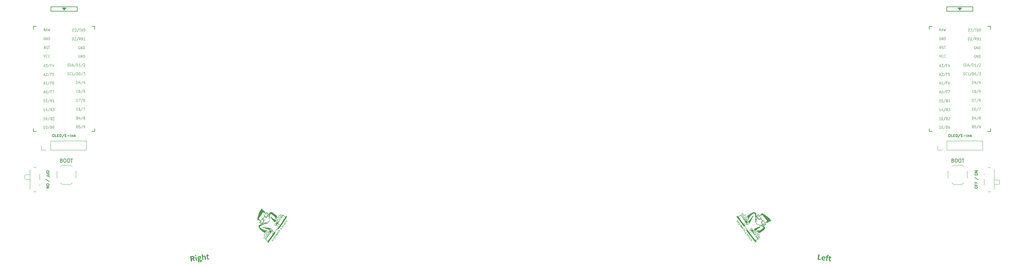
<source format=gto>
G04 #@! TF.GenerationSoftware,KiCad,Pcbnew,(6.99.0-1912-g359c99991b)*
G04 #@! TF.CreationDate,2023-07-01T16:50:15+07:00*
G04 #@! TF.ProjectId,corne_chocoflan,636f726e-655f-4636-986f-636f666c616e,2*
G04 #@! TF.SameCoordinates,Original*
G04 #@! TF.FileFunction,Legend,Top*
G04 #@! TF.FilePolarity,Positive*
%FSLAX46Y46*%
G04 Gerber Fmt 4.6, Leading zero omitted, Abs format (unit mm)*
G04 Created by KiCad (PCBNEW (6.99.0-1912-g359c99991b)) date 2023-07-01 16:50:15*
%MOMM*%
%LPD*%
G01*
G04 APERTURE LIST*
%ADD10C,0.150000*%
%ADD11C,0.125000*%
%ADD12C,0.120000*%
%ADD13C,2.200000*%
%ADD14C,4.300000*%
%ADD15R,1.700000X1.700000*%
%ADD16O,1.700000X1.700000*%
%ADD17R,1.700000X1.000000*%
%ADD18C,0.500000*%
%ADD19R,0.800000X1.000000*%
%ADD20C,0.900000*%
%ADD21R,1.500000X0.700000*%
%ADD22C,1.900000*%
%ADD23C,1.300000*%
%ADD24C,1.600000*%
%ADD25C,5.000000*%
G04 #@! TA.AperFunction,Profile*
%ADD26C,0.100000*%
G04 #@! TD*
%ADD27C,0.100000*%
%ADD28C,0.200000*%
G04 APERTURE END LIST*
D10*
G36*
X225883303Y-78004488D02*
G01*
X225865305Y-78001326D01*
X225848188Y-77996626D01*
X225831952Y-77990391D01*
X225816596Y-77982618D01*
X225802121Y-77973309D01*
X225788527Y-77962464D01*
X225775813Y-77950082D01*
X225763980Y-77936163D01*
X225753545Y-77921173D01*
X225744818Y-77905736D01*
X225737801Y-77889851D01*
X225732493Y-77873518D01*
X225728893Y-77856737D01*
X225727003Y-77839509D01*
X225726822Y-77821833D01*
X225728350Y-77803710D01*
X225886261Y-76587699D01*
X225889004Y-76572175D01*
X225893106Y-76557393D01*
X225898566Y-76543353D01*
X225905384Y-76530056D01*
X225913560Y-76517500D01*
X225923095Y-76505687D01*
X225933988Y-76494615D01*
X225946240Y-76484286D01*
X225959446Y-76475004D01*
X225972999Y-76467234D01*
X225986898Y-76460975D01*
X226001143Y-76456227D01*
X226015735Y-76452990D01*
X226030673Y-76451264D01*
X226045958Y-76451050D01*
X226061589Y-76452346D01*
X226077112Y-76455095D01*
X226091892Y-76459214D01*
X226105928Y-76464702D01*
X226119220Y-76471560D01*
X226131769Y-76479788D01*
X226143574Y-76489385D01*
X226154636Y-76500352D01*
X226164954Y-76512688D01*
X226174246Y-76525815D01*
X226182024Y-76539311D01*
X226188288Y-76553176D01*
X226193037Y-76567410D01*
X226196273Y-76582013D01*
X226197994Y-76596986D01*
X226198201Y-76612327D01*
X226196894Y-76628038D01*
X226052288Y-77741594D01*
X226054344Y-77756256D01*
X226067491Y-77764544D01*
X226069945Y-77764945D01*
X226546249Y-77826798D01*
X226562961Y-77829906D01*
X226578581Y-77834749D01*
X226593111Y-77841325D01*
X226606550Y-77849637D01*
X226618897Y-77859683D01*
X226630153Y-77871463D01*
X226634350Y-77876660D01*
X226643650Y-77890281D01*
X226651002Y-77904460D01*
X226656405Y-77919198D01*
X226659859Y-77934494D01*
X226661364Y-77950349D01*
X226660921Y-77966763D01*
X226660199Y-77973485D01*
X226657131Y-77989883D01*
X226652322Y-78005243D01*
X226645772Y-78019565D01*
X226637481Y-78032850D01*
X226627448Y-78045096D01*
X226615675Y-78056304D01*
X226610477Y-78060497D01*
X226596830Y-78069794D01*
X226582572Y-78077135D01*
X226567701Y-78082520D01*
X226552218Y-78085950D01*
X226536123Y-78087425D01*
X226519416Y-78086944D01*
X226512562Y-78086204D01*
X225883303Y-78004488D01*
G37*
G36*
X227428170Y-76985789D02*
G01*
X227447703Y-76986623D01*
X227467244Y-76988244D01*
X227480276Y-76989762D01*
X227508150Y-76993959D01*
X227535097Y-76999190D01*
X227561115Y-77005455D01*
X227586206Y-77012754D01*
X227610368Y-77021087D01*
X227633603Y-77030454D01*
X227655909Y-77040854D01*
X227677288Y-77052289D01*
X227697738Y-77064758D01*
X227717261Y-77078261D01*
X227735855Y-77092798D01*
X227753522Y-77108369D01*
X227770261Y-77124974D01*
X227786071Y-77142613D01*
X227800954Y-77161286D01*
X227814908Y-77180993D01*
X227828965Y-77202622D01*
X227841872Y-77224734D01*
X227853627Y-77247329D01*
X227864232Y-77270407D01*
X227873685Y-77293967D01*
X227881989Y-77318009D01*
X227889141Y-77342535D01*
X227895142Y-77367543D01*
X227899993Y-77393033D01*
X227903693Y-77419007D01*
X227906242Y-77445463D01*
X227907640Y-77472401D01*
X227907888Y-77499823D01*
X227906984Y-77527726D01*
X227904930Y-77556113D01*
X227901725Y-77584982D01*
X227898589Y-77602377D01*
X227893827Y-77618776D01*
X227887440Y-77634179D01*
X227879427Y-77648586D01*
X227869789Y-77661996D01*
X227858525Y-77674411D01*
X227845636Y-77685829D01*
X227831121Y-77696251D01*
X227814944Y-77706359D01*
X227798260Y-77714774D01*
X227781068Y-77721494D01*
X227763369Y-77726521D01*
X227745163Y-77729854D01*
X227726449Y-77731494D01*
X227707228Y-77731440D01*
X227692479Y-77730287D01*
X227687500Y-77729692D01*
X227162511Y-77661517D01*
X227149357Y-77666089D01*
X227143520Y-77679739D01*
X227144456Y-77696514D01*
X227145949Y-77712866D01*
X227147999Y-77728793D01*
X227150607Y-77744296D01*
X227153772Y-77759375D01*
X227157494Y-77774030D01*
X227161774Y-77788260D01*
X227169238Y-77808811D01*
X227177956Y-77828408D01*
X227187928Y-77847051D01*
X227199154Y-77864740D01*
X227211633Y-77881474D01*
X227225367Y-77897255D01*
X227240169Y-77911985D01*
X227255853Y-77925571D01*
X227272420Y-77938011D01*
X227289869Y-77949306D01*
X227308201Y-77959455D01*
X227327416Y-77968460D01*
X227347513Y-77976319D01*
X227368492Y-77983033D01*
X227382969Y-77986872D01*
X227397838Y-77990203D01*
X227413099Y-77993025D01*
X227428753Y-77995338D01*
X227444831Y-77997133D01*
X227460915Y-77998345D01*
X227477002Y-77998973D01*
X227493094Y-77999017D01*
X227509191Y-77998477D01*
X227525291Y-77997354D01*
X227541396Y-77995646D01*
X227557506Y-77993354D01*
X227573620Y-77990479D01*
X227589738Y-77987020D01*
X227600486Y-77984389D01*
X227614993Y-77981273D01*
X227630799Y-77979688D01*
X227646276Y-77980082D01*
X227650855Y-77980586D01*
X227665464Y-77983154D01*
X227680201Y-77987290D01*
X227685214Y-77989111D01*
X227700406Y-77996743D01*
X227713670Y-78006020D01*
X227725006Y-78016943D01*
X227734414Y-78029512D01*
X227741893Y-78043727D01*
X227743958Y-78048831D01*
X227748420Y-78063010D01*
X227751288Y-78078959D01*
X227751877Y-78094904D01*
X227751003Y-78105531D01*
X227747883Y-78120723D01*
X227743279Y-78133714D01*
X227736306Y-78149039D01*
X227727404Y-78162218D01*
X227716572Y-78173250D01*
X227703811Y-78182135D01*
X227689121Y-78188873D01*
X227683796Y-78190642D01*
X227663190Y-78197271D01*
X227642610Y-78203304D01*
X227622055Y-78208739D01*
X227601526Y-78213577D01*
X227581023Y-78217819D01*
X227560545Y-78221463D01*
X227540093Y-78224510D01*
X227519666Y-78226961D01*
X227499265Y-78228814D01*
X227478889Y-78230070D01*
X227458539Y-78230729D01*
X227438215Y-78230792D01*
X227417916Y-78230257D01*
X227397643Y-78229125D01*
X227377395Y-78227396D01*
X227357173Y-78225070D01*
X227341453Y-78222864D01*
X227325949Y-78220357D01*
X227310660Y-78217549D01*
X227295587Y-78214440D01*
X227280728Y-78211030D01*
X227266085Y-78207319D01*
X227251656Y-78203307D01*
X227237443Y-78198993D01*
X227223445Y-78194379D01*
X227196095Y-78184246D01*
X227169605Y-78172909D01*
X227143976Y-78160368D01*
X227119207Y-78146623D01*
X227095299Y-78131673D01*
X227072252Y-78115519D01*
X227050065Y-78098160D01*
X227028739Y-78079597D01*
X227008274Y-78059830D01*
X226988669Y-78038858D01*
X226969925Y-78016682D01*
X226960876Y-78005142D01*
X226952110Y-77993360D01*
X226935630Y-77969238D01*
X226920554Y-77944375D01*
X226906882Y-77918770D01*
X226894614Y-77892425D01*
X226883749Y-77865338D01*
X226878843Y-77851516D01*
X226874288Y-77837509D01*
X226870084Y-77823317D01*
X226866231Y-77808940D01*
X226862728Y-77794377D01*
X226859577Y-77779629D01*
X226856777Y-77764695D01*
X226854327Y-77749577D01*
X226852229Y-77734272D01*
X226850481Y-77718783D01*
X226849085Y-77703108D01*
X226848039Y-77687248D01*
X226847344Y-77671203D01*
X226847001Y-77654972D01*
X226847008Y-77638556D01*
X226847366Y-77621954D01*
X226848075Y-77605168D01*
X226849135Y-77588196D01*
X226850546Y-77571038D01*
X226852308Y-77553696D01*
X226854420Y-77536167D01*
X226856813Y-77519142D01*
X226859545Y-77502308D01*
X226862615Y-77485664D01*
X226866024Y-77469212D01*
X226869773Y-77452952D01*
X226873038Y-77440113D01*
X227170205Y-77440113D01*
X227173243Y-77450852D01*
X227184431Y-77458585D01*
X227621860Y-77515389D01*
X227636416Y-77511386D01*
X227636832Y-77511053D01*
X227644695Y-77498675D01*
X227644848Y-77497686D01*
X227646051Y-77476490D01*
X227646265Y-77456100D01*
X227645492Y-77436517D01*
X227643731Y-77417742D01*
X227640981Y-77399773D01*
X227637244Y-77382611D01*
X227632519Y-77366255D01*
X227626806Y-77350707D01*
X227620105Y-77335965D01*
X227612416Y-77322031D01*
X227606741Y-77313189D01*
X227597386Y-77300618D01*
X227586989Y-77289029D01*
X227575548Y-77278422D01*
X227563064Y-77268795D01*
X227549537Y-77260151D01*
X227534967Y-77252488D01*
X227519354Y-77245806D01*
X227502697Y-77240106D01*
X227484998Y-77235387D01*
X227466255Y-77231650D01*
X227453181Y-77229704D01*
X227436075Y-77228028D01*
X227419225Y-77227477D01*
X227402632Y-77228049D01*
X227386295Y-77229747D01*
X227370215Y-77232568D01*
X227354392Y-77236514D01*
X227338825Y-77241584D01*
X227323515Y-77247778D01*
X227308462Y-77255097D01*
X227293665Y-77263540D01*
X227283943Y-77269793D01*
X227271696Y-77278667D01*
X227260134Y-77287777D01*
X227244076Y-77301884D01*
X227229559Y-77316523D01*
X227216584Y-77331694D01*
X227205150Y-77347396D01*
X227195258Y-77363629D01*
X227186907Y-77380393D01*
X227180098Y-77397689D01*
X227174830Y-77415516D01*
X227171104Y-77433875D01*
X227170205Y-77440113D01*
X226873038Y-77440113D01*
X226873860Y-77436882D01*
X226878285Y-77421004D01*
X226883050Y-77405317D01*
X226888153Y-77389821D01*
X226893596Y-77374516D01*
X226899377Y-77359402D01*
X226905497Y-77344480D01*
X226911956Y-77329749D01*
X226918753Y-77315209D01*
X226925890Y-77300860D01*
X226933365Y-77286703D01*
X226941154Y-77272821D01*
X226949140Y-77259288D01*
X226957323Y-77246104D01*
X226965703Y-77233269D01*
X226974280Y-77220783D01*
X226983055Y-77208646D01*
X226992026Y-77196857D01*
X227001195Y-77185418D01*
X227015318Y-77168912D01*
X227029884Y-77153192D01*
X227044894Y-77138257D01*
X227060348Y-77124106D01*
X227076245Y-77110741D01*
X227081642Y-77106460D01*
X227098059Y-77094070D01*
X227114775Y-77082323D01*
X227131791Y-77071219D01*
X227149106Y-77060757D01*
X227166722Y-77050939D01*
X227184636Y-77041763D01*
X227202851Y-77033230D01*
X227221365Y-77025340D01*
X227240179Y-77018093D01*
X227259293Y-77011489D01*
X227272201Y-77007443D01*
X227291669Y-77001983D01*
X227311144Y-76997309D01*
X227330628Y-76993422D01*
X227350120Y-76990321D01*
X227369620Y-76988008D01*
X227389128Y-76986481D01*
X227408645Y-76985742D01*
X227428170Y-76985789D01*
G37*
G36*
X228839262Y-76669711D02*
G01*
X228852851Y-76675520D01*
X228867455Y-76684413D01*
X228880202Y-76695402D01*
X228891093Y-76708488D01*
X228898750Y-76720995D01*
X228903947Y-76732049D01*
X228909221Y-76747442D01*
X228912422Y-76762797D01*
X228913551Y-76778114D01*
X228912606Y-76793392D01*
X228909737Y-76808606D01*
X228905112Y-76823591D01*
X228904363Y-76825572D01*
X228897371Y-76841037D01*
X228888414Y-76854637D01*
X228877491Y-76866372D01*
X228864603Y-76876240D01*
X228849749Y-76884243D01*
X228844360Y-76886496D01*
X228829312Y-76892326D01*
X228813882Y-76896496D01*
X228798070Y-76899005D01*
X228781876Y-76899855D01*
X228765300Y-76899045D01*
X228759690Y-76898406D01*
X228751980Y-76895188D01*
X228741444Y-76893820D01*
X228724060Y-76892294D01*
X228707605Y-76892352D01*
X228692079Y-76893994D01*
X228677481Y-76897220D01*
X228657326Y-76905029D01*
X228639260Y-76916402D01*
X228623284Y-76931338D01*
X228613793Y-76943276D01*
X228605232Y-76956797D01*
X228597598Y-76971903D01*
X228590894Y-76988592D01*
X228585118Y-77006865D01*
X228580271Y-77026722D01*
X228576352Y-77048163D01*
X228574741Y-77059478D01*
X228564126Y-77141224D01*
X228566700Y-77156408D01*
X228579376Y-77163812D01*
X228581829Y-77164211D01*
X228659578Y-77174308D01*
X228674990Y-77177175D01*
X228689436Y-77181648D01*
X228702915Y-77187728D01*
X228715428Y-77195414D01*
X228726975Y-77204707D01*
X228737556Y-77215605D01*
X228741518Y-77220415D01*
X228750426Y-77232954D01*
X228757472Y-77246082D01*
X228762656Y-77259797D01*
X228765977Y-77274100D01*
X228767437Y-77288992D01*
X228767034Y-77304471D01*
X228766351Y-77310827D01*
X228763460Y-77326218D01*
X228758913Y-77340600D01*
X228752712Y-77353974D01*
X228743086Y-77368690D01*
X228733244Y-77379845D01*
X228721747Y-77389991D01*
X228719249Y-77391899D01*
X228706445Y-77400453D01*
X228693117Y-77407208D01*
X228679266Y-77412163D01*
X228664890Y-77415318D01*
X228649991Y-77416674D01*
X228634567Y-77416230D01*
X228628251Y-77415548D01*
X228550502Y-77405452D01*
X228535318Y-77408026D01*
X228527914Y-77420702D01*
X228527514Y-77423155D01*
X228429333Y-78179211D01*
X228426614Y-78194640D01*
X228422560Y-78209318D01*
X228417173Y-78223246D01*
X228410451Y-78236423D01*
X228402395Y-78248850D01*
X228393005Y-78260527D01*
X228382281Y-78271453D01*
X228370223Y-78281628D01*
X228357299Y-78290687D01*
X228343980Y-78298262D01*
X228330264Y-78304355D01*
X228316152Y-78308964D01*
X228301644Y-78312091D01*
X228286739Y-78313734D01*
X228271438Y-78313895D01*
X228255742Y-78312572D01*
X228240296Y-78309851D01*
X228225566Y-78305790D01*
X228211553Y-78300392D01*
X228198257Y-78293655D01*
X228185676Y-78285579D01*
X228173813Y-78276164D01*
X228162665Y-78265412D01*
X228152234Y-78253320D01*
X228143005Y-78240380D01*
X228135279Y-78227059D01*
X228129058Y-78213355D01*
X228124341Y-78199269D01*
X228121129Y-78184802D01*
X228119420Y-78169953D01*
X228119216Y-78154721D01*
X228120517Y-78139108D01*
X228219217Y-77379056D01*
X228215994Y-77364756D01*
X228207170Y-77360867D01*
X228180649Y-77357423D01*
X228165824Y-77354686D01*
X228149362Y-77349431D01*
X228134348Y-77342026D01*
X228120783Y-77332472D01*
X228108665Y-77320767D01*
X228103149Y-77314109D01*
X228093696Y-77299893D01*
X228086674Y-77284954D01*
X228082084Y-77269292D01*
X228079925Y-77252906D01*
X228080199Y-77235797D01*
X228080830Y-77229934D01*
X228083577Y-77215038D01*
X228087834Y-77201006D01*
X228094938Y-77185308D01*
X228104218Y-77170854D01*
X228115675Y-77157644D01*
X228124522Y-77149528D01*
X228136444Y-77140440D01*
X228151396Y-77131714D01*
X228167053Y-77125366D01*
X228183415Y-77121395D01*
X228200480Y-77119801D01*
X228209277Y-77119896D01*
X228238262Y-77121443D01*
X228252051Y-77115376D01*
X228254554Y-77106934D01*
X228265170Y-77025188D01*
X228268702Y-77001023D01*
X228272929Y-76977574D01*
X228277851Y-76954842D01*
X228283467Y-76932826D01*
X228289779Y-76911527D01*
X228296786Y-76890944D01*
X228304487Y-76871078D01*
X228312883Y-76851929D01*
X228321975Y-76833496D01*
X228331761Y-76815779D01*
X228342242Y-76798779D01*
X228353418Y-76782496D01*
X228365289Y-76766929D01*
X228377854Y-76752079D01*
X228391115Y-76737946D01*
X228405070Y-76724529D01*
X228419748Y-76711985D01*
X228435175Y-76700470D01*
X228451352Y-76689985D01*
X228468278Y-76680530D01*
X228485954Y-76672105D01*
X228504379Y-76664708D01*
X228523554Y-76658342D01*
X228543478Y-76653005D01*
X228564152Y-76648698D01*
X228585575Y-76645420D01*
X228607747Y-76643172D01*
X228630669Y-76641954D01*
X228654341Y-76641765D01*
X228678762Y-76642605D01*
X228703933Y-76644476D01*
X228729853Y-76647375D01*
X228747085Y-76649812D01*
X228764266Y-76652638D01*
X228781397Y-76655855D01*
X228798477Y-76659462D01*
X228815506Y-76663459D01*
X228832485Y-76667847D01*
X228839262Y-76669711D01*
G37*
G36*
X229246767Y-78470452D02*
G01*
X229223063Y-78466937D01*
X229200224Y-78462662D01*
X229178250Y-78457626D01*
X229157143Y-78451829D01*
X229136902Y-78445271D01*
X229117526Y-78437953D01*
X229099016Y-78429874D01*
X229081372Y-78421035D01*
X229064593Y-78411435D01*
X229048681Y-78401074D01*
X229033634Y-78389953D01*
X229019453Y-78378071D01*
X229006138Y-78365428D01*
X228993689Y-78352024D01*
X228982105Y-78337860D01*
X228971387Y-78322936D01*
X228961535Y-78307250D01*
X228952549Y-78290804D01*
X228944429Y-78273598D01*
X228937174Y-78255630D01*
X228930786Y-78236902D01*
X228925263Y-78217414D01*
X228920606Y-78197164D01*
X228916814Y-78176154D01*
X228913889Y-78154384D01*
X228911829Y-78131852D01*
X228910635Y-78108560D01*
X228910307Y-78084508D01*
X228910845Y-78059694D01*
X228912248Y-78034120D01*
X228914517Y-78007786D01*
X228917652Y-77980690D01*
X228982666Y-77480044D01*
X228979893Y-77465271D01*
X228968676Y-77459755D01*
X228933798Y-77455226D01*
X228916870Y-77451859D01*
X228901237Y-77446322D01*
X228886899Y-77438615D01*
X228873855Y-77428739D01*
X228862107Y-77416693D01*
X228858478Y-77412196D01*
X228849025Y-77397980D01*
X228842003Y-77383041D01*
X228837413Y-77367378D01*
X228835255Y-77350993D01*
X228835528Y-77333884D01*
X228836160Y-77328020D01*
X228838906Y-77313125D01*
X228843163Y-77299093D01*
X228850267Y-77283395D01*
X228859547Y-77268941D01*
X228871004Y-77255730D01*
X228879851Y-77247614D01*
X228891773Y-77238527D01*
X228906726Y-77229801D01*
X228922383Y-77223452D01*
X228938744Y-77219481D01*
X228955809Y-77217888D01*
X228964606Y-77217982D01*
X229012356Y-77220119D01*
X229027072Y-77218424D01*
X229036333Y-77206673D01*
X229036924Y-77204468D01*
X229077203Y-77039387D01*
X229082158Y-77022942D01*
X229088681Y-77007620D01*
X229096772Y-76993423D01*
X229106430Y-76980348D01*
X229117656Y-76968398D01*
X229130451Y-76957571D01*
X229136007Y-76953555D01*
X229150555Y-76944694D01*
X229165563Y-76937716D01*
X229181029Y-76932618D01*
X229196955Y-76929403D01*
X229213340Y-76928069D01*
X229230184Y-76928617D01*
X229237050Y-76929363D01*
X229253134Y-76932389D01*
X229268233Y-76937164D01*
X229282348Y-76943687D01*
X229295478Y-76951958D01*
X229307623Y-76961978D01*
X229318784Y-76973746D01*
X229322972Y-76978942D01*
X229332276Y-76992536D01*
X229339637Y-77006635D01*
X229345058Y-77021240D01*
X229348536Y-77036350D01*
X229350073Y-77051966D01*
X229349668Y-77068087D01*
X229348962Y-77074677D01*
X229327448Y-77240348D01*
X229330022Y-77255532D01*
X229342698Y-77262936D01*
X229345151Y-77263336D01*
X229492293Y-77282444D01*
X229507182Y-77285243D01*
X229521193Y-77289660D01*
X229536848Y-77297096D01*
X229551239Y-77306862D01*
X229562266Y-77316779D01*
X229572416Y-77328315D01*
X229581325Y-77340854D01*
X229588371Y-77353982D01*
X229593554Y-77367697D01*
X229596876Y-77382000D01*
X229598335Y-77396892D01*
X229597932Y-77412371D01*
X229597250Y-77418728D01*
X229594358Y-77434118D01*
X229589812Y-77448500D01*
X229583611Y-77461874D01*
X229573984Y-77476590D01*
X229564142Y-77487745D01*
X229552645Y-77497891D01*
X229550147Y-77499799D01*
X229537388Y-77508359D01*
X229524193Y-77515131D01*
X229507785Y-77520897D01*
X229490750Y-77524088D01*
X229476076Y-77524780D01*
X229460966Y-77523684D01*
X229313824Y-77504576D01*
X229298640Y-77507150D01*
X229291236Y-77519826D01*
X229290836Y-77522280D01*
X229226106Y-78020746D01*
X229223609Y-78044848D01*
X229222560Y-78067563D01*
X229222959Y-78088889D01*
X229224804Y-78108827D01*
X229228097Y-78127378D01*
X229232837Y-78144540D01*
X229239025Y-78160314D01*
X229246659Y-78174701D01*
X229255741Y-78187700D01*
X229266271Y-78199310D01*
X229278247Y-78209533D01*
X229291671Y-78218368D01*
X229306543Y-78225815D01*
X229322861Y-78231873D01*
X229340627Y-78236544D01*
X229359840Y-78239827D01*
X229362747Y-78240205D01*
X229366017Y-78240629D01*
X229383218Y-78243590D01*
X229399672Y-78247909D01*
X229415378Y-78253585D01*
X229430336Y-78260619D01*
X229444546Y-78269011D01*
X229449117Y-78272109D01*
X229461419Y-78283024D01*
X229471364Y-78295087D01*
X229478953Y-78308298D01*
X229484184Y-78322658D01*
X229487058Y-78338167D01*
X229487492Y-78343592D01*
X229488886Y-78358458D01*
X229488124Y-78372860D01*
X229485012Y-78388827D01*
X229479921Y-78404028D01*
X229472851Y-78418465D01*
X229463802Y-78432137D01*
X229453904Y-78443663D01*
X229440872Y-78455201D01*
X229426581Y-78464238D01*
X229411030Y-78470773D01*
X229394219Y-78474807D01*
X229385341Y-78475886D01*
X229367645Y-78476532D01*
X229350056Y-78476800D01*
X229332574Y-78476688D01*
X229315199Y-78476198D01*
X229297931Y-78475330D01*
X229280769Y-78474083D01*
X229263715Y-78472457D01*
X229246767Y-78470452D01*
G37*
G36*
X46928950Y-76920096D02*
G01*
X46959749Y-76921231D01*
X46989530Y-76923433D01*
X47018292Y-76926700D01*
X47046037Y-76931033D01*
X47072763Y-76936432D01*
X47098471Y-76942897D01*
X47123161Y-76950428D01*
X47146833Y-76959025D01*
X47169486Y-76968688D01*
X47191121Y-76979416D01*
X47211738Y-76991211D01*
X47231337Y-77004072D01*
X47249917Y-77017999D01*
X47267479Y-77032991D01*
X47284023Y-77049050D01*
X47299549Y-77066174D01*
X47314057Y-77084365D01*
X47327546Y-77103621D01*
X47340017Y-77123944D01*
X47351470Y-77145332D01*
X47361905Y-77167786D01*
X47371321Y-77191306D01*
X47379719Y-77215892D01*
X47387099Y-77241545D01*
X47393461Y-77268263D01*
X47398804Y-77296047D01*
X47403130Y-77324897D01*
X47405421Y-77344650D01*
X47407124Y-77364084D01*
X47408237Y-77383197D01*
X47408761Y-77401990D01*
X47408696Y-77420463D01*
X47408041Y-77438615D01*
X47406797Y-77456447D01*
X47404964Y-77473959D01*
X47402542Y-77491150D01*
X47399530Y-77508021D01*
X47395929Y-77524572D01*
X47391739Y-77540802D01*
X47386959Y-77556712D01*
X47381591Y-77572302D01*
X47375632Y-77587571D01*
X47369085Y-77602520D01*
X47361949Y-77617149D01*
X47354223Y-77631457D01*
X47345908Y-77645445D01*
X47337003Y-77659113D01*
X47327510Y-77672460D01*
X47317427Y-77685487D01*
X47306754Y-77698194D01*
X47295493Y-77710580D01*
X47283642Y-77722646D01*
X47271202Y-77734392D01*
X47258173Y-77745817D01*
X47244554Y-77756923D01*
X47230346Y-77767707D01*
X47215549Y-77778172D01*
X47200163Y-77788316D01*
X47184187Y-77798140D01*
X47174143Y-77809696D01*
X47178993Y-77823567D01*
X47505713Y-78256974D01*
X47514367Y-78269981D01*
X47520780Y-78283279D01*
X47525276Y-78298396D01*
X47526300Y-78304544D01*
X47526920Y-78320150D01*
X47525159Y-78334867D01*
X47521201Y-78350220D01*
X47518737Y-78357248D01*
X47510857Y-78372639D01*
X47501177Y-78385830D01*
X47489695Y-78396818D01*
X47476413Y-78405606D01*
X47461329Y-78412192D01*
X47444443Y-78416577D01*
X47437185Y-78417714D01*
X47422254Y-78419290D01*
X47407435Y-78420123D01*
X47392727Y-78420215D01*
X47373289Y-78419184D01*
X47354050Y-78416834D01*
X47335009Y-78413165D01*
X47316167Y-78408177D01*
X47302165Y-78403571D01*
X47288274Y-78398223D01*
X47283669Y-78396275D01*
X47270104Y-78389956D01*
X47257025Y-78383067D01*
X47240339Y-78372997D01*
X47224514Y-78361914D01*
X47209551Y-78349818D01*
X47195449Y-78336711D01*
X47182209Y-78322590D01*
X47169830Y-78307458D01*
X47163963Y-78299512D01*
X46883086Y-77911873D01*
X46871614Y-77901403D01*
X46856376Y-77897321D01*
X46850209Y-77897671D01*
X46676182Y-77920273D01*
X46662159Y-77926640D01*
X46658238Y-77940787D01*
X46658479Y-77943261D01*
X46711799Y-78353804D01*
X46713160Y-78369929D01*
X46712997Y-78385606D01*
X46711309Y-78400833D01*
X46708097Y-78415613D01*
X46703360Y-78429943D01*
X46697099Y-78443825D01*
X46689313Y-78457259D01*
X46680003Y-78470244D01*
X46669652Y-78482326D01*
X46658561Y-78493071D01*
X46646732Y-78502481D01*
X46634163Y-78510556D01*
X46620855Y-78517295D01*
X46606808Y-78522698D01*
X46592022Y-78526766D01*
X46576497Y-78529498D01*
X46560868Y-78530812D01*
X46545590Y-78530649D01*
X46530663Y-78529009D01*
X46516087Y-78525891D01*
X46501861Y-78521297D01*
X46487986Y-78515225D01*
X46474462Y-78507676D01*
X46461289Y-78498650D01*
X46449055Y-78488463D01*
X46438170Y-78477454D01*
X46428633Y-78465624D01*
X46420444Y-78452972D01*
X46413603Y-78439499D01*
X46408109Y-78425204D01*
X46403964Y-78410087D01*
X46401167Y-78394149D01*
X46249093Y-77223244D01*
X46565046Y-77223244D01*
X46565286Y-77225718D01*
X46621296Y-77656970D01*
X46627029Y-77670621D01*
X46641857Y-77675276D01*
X46644331Y-77675037D01*
X46824171Y-77651680D01*
X46842532Y-77649047D01*
X46860285Y-77645996D01*
X46877429Y-77642529D01*
X46893965Y-77638644D01*
X46909892Y-77634341D01*
X46925212Y-77629621D01*
X46939922Y-77624484D01*
X46954025Y-77618929D01*
X46967519Y-77612956D01*
X46986619Y-77603215D01*
X47004350Y-77592535D01*
X47020713Y-77580916D01*
X47035707Y-77568357D01*
X47044942Y-77559463D01*
X47057636Y-77545364D01*
X47068788Y-77530394D01*
X47078399Y-77514552D01*
X47086467Y-77497839D01*
X47092994Y-77480255D01*
X47097978Y-77461800D01*
X47101421Y-77442474D01*
X47103322Y-77422276D01*
X47103681Y-77401207D01*
X47102498Y-77379266D01*
X47100853Y-77364155D01*
X47098597Y-77349125D01*
X47095814Y-77334735D01*
X47090655Y-77314349D01*
X47084311Y-77295403D01*
X47076785Y-77277896D01*
X47068075Y-77261829D01*
X47058182Y-77247201D01*
X47047106Y-77234013D01*
X47034847Y-77222264D01*
X47021404Y-77211955D01*
X47006778Y-77203085D01*
X47001639Y-77200448D01*
X46985384Y-77193250D01*
X46967859Y-77187132D01*
X46949066Y-77182095D01*
X46929004Y-77178139D01*
X46907673Y-77175263D01*
X46892747Y-77173945D01*
X46877258Y-77173108D01*
X46861204Y-77172752D01*
X46844587Y-77172875D01*
X46827405Y-77173479D01*
X46809660Y-77174562D01*
X46791351Y-77176126D01*
X46772477Y-77178171D01*
X46762829Y-77179373D01*
X46582989Y-77202730D01*
X46568966Y-77209097D01*
X46565046Y-77223244D01*
X46249093Y-77223244D01*
X46243282Y-77178504D01*
X46241743Y-77160301D01*
X46241917Y-77142568D01*
X46243802Y-77125306D01*
X46247399Y-77108514D01*
X46252709Y-77092192D01*
X46259730Y-77076341D01*
X46268464Y-77060960D01*
X46278909Y-77046050D01*
X46290731Y-77032046D01*
X46303435Y-77019590D01*
X46317021Y-77008682D01*
X46331489Y-76999321D01*
X46346839Y-76991509D01*
X46363072Y-76985244D01*
X46380187Y-76980528D01*
X46398184Y-76977359D01*
X46759680Y-76930409D01*
X46795571Y-76926215D01*
X46830443Y-76923086D01*
X46864296Y-76921023D01*
X46897132Y-76920027D01*
X46928950Y-76920096D01*
G37*
G36*
X48070038Y-78289710D02*
G01*
X48060113Y-78301736D01*
X48049391Y-78312434D01*
X48037874Y-78321803D01*
X48025561Y-78329845D01*
X48012452Y-78336558D01*
X47998546Y-78341943D01*
X47983845Y-78346000D01*
X47968348Y-78348728D01*
X47952737Y-78350040D01*
X47937510Y-78349870D01*
X47922668Y-78348219D01*
X47908211Y-78345086D01*
X47894138Y-78340471D01*
X47880451Y-78334375D01*
X47867148Y-78326798D01*
X47854230Y-78317739D01*
X47842257Y-78307553D01*
X47831606Y-78296617D01*
X47822279Y-78284933D01*
X47814274Y-78272499D01*
X47807591Y-78259317D01*
X47802232Y-78245386D01*
X47798195Y-78230705D01*
X47795481Y-78215275D01*
X47682942Y-77348774D01*
X47681627Y-77333180D01*
X47681786Y-77318007D01*
X47683420Y-77303253D01*
X47686529Y-77288921D01*
X47692489Y-77271596D01*
X47698915Y-77258209D01*
X47706816Y-77245242D01*
X47713710Y-77235793D01*
X47723918Y-77223990D01*
X47734873Y-77213487D01*
X47746573Y-77204284D01*
X47759020Y-77196381D01*
X47772213Y-77189779D01*
X47786152Y-77184476D01*
X47800837Y-77180473D01*
X47816268Y-77177771D01*
X47831945Y-77176433D01*
X47847188Y-77176549D01*
X47861996Y-77178118D01*
X47876370Y-77181140D01*
X47893726Y-77186962D01*
X47907121Y-77193255D01*
X47920082Y-77201001D01*
X47929518Y-77207764D01*
X47941288Y-77217717D01*
X47951762Y-77228450D01*
X47960940Y-77239964D01*
X47970591Y-77255452D01*
X47976855Y-77268721D01*
X47981823Y-77282770D01*
X47985495Y-77297599D01*
X47987399Y-77309232D01*
X48099937Y-78175733D01*
X48101266Y-78191343D01*
X48101148Y-78206563D01*
X48099581Y-78221394D01*
X48096568Y-78235836D01*
X48092107Y-78249888D01*
X48086198Y-78263552D01*
X48078842Y-78276826D01*
X48070038Y-78289710D01*
G37*
G36*
X47793769Y-76987475D02*
G01*
X47779037Y-76988969D01*
X47759972Y-76989584D01*
X47741568Y-76988623D01*
X47723826Y-76986087D01*
X47706745Y-76981976D01*
X47690326Y-76976290D01*
X47674568Y-76969028D01*
X47659471Y-76960191D01*
X47655800Y-76957736D01*
X47642036Y-76947096D01*
X47629787Y-76935415D01*
X47619055Y-76922695D01*
X47609839Y-76908936D01*
X47602139Y-76894136D01*
X47595954Y-76878297D01*
X47591286Y-76861419D01*
X47588133Y-76843501D01*
X47586601Y-76825481D01*
X47586770Y-76808119D01*
X47588641Y-76791413D01*
X47592214Y-76775363D01*
X47597488Y-76759969D01*
X47604464Y-76745232D01*
X47613141Y-76731152D01*
X47623520Y-76717728D01*
X47635399Y-76705188D01*
X47648419Y-76693967D01*
X47662580Y-76684064D01*
X47677882Y-76675478D01*
X47694325Y-76668211D01*
X47711909Y-76662262D01*
X47730634Y-76657630D01*
X47745426Y-76655022D01*
X47750500Y-76654317D01*
X47769627Y-76652566D01*
X47788136Y-76652361D01*
X47806027Y-76653703D01*
X47823298Y-76656592D01*
X47839950Y-76661027D01*
X47855984Y-76667009D01*
X47871399Y-76674537D01*
X47886195Y-76683612D01*
X47899999Y-76693896D01*
X47912280Y-76705254D01*
X47923039Y-76717688D01*
X47932275Y-76731197D01*
X47939987Y-76745781D01*
X47946177Y-76761440D01*
X47950845Y-76778174D01*
X47953989Y-76795984D01*
X47955512Y-76814114D01*
X47955293Y-76831627D01*
X47953332Y-76848524D01*
X47949627Y-76864805D01*
X47944181Y-76880469D01*
X47936991Y-76895516D01*
X47928059Y-76909948D01*
X47917385Y-76923762D01*
X47905420Y-76936486D01*
X47892459Y-76947850D01*
X47878501Y-76957854D01*
X47863548Y-76966498D01*
X47847597Y-76973782D01*
X47830651Y-76979706D01*
X47812708Y-76984271D01*
X47793769Y-76987475D01*
G37*
G36*
X49245736Y-77003071D02*
G01*
X49261759Y-77006835D01*
X49277161Y-77013017D01*
X49291941Y-77021618D01*
X49296730Y-77025022D01*
X49309870Y-77036291D01*
X49320764Y-77048864D01*
X49329411Y-77062743D01*
X49335812Y-77077926D01*
X49339966Y-77094414D01*
X49340852Y-77100200D01*
X49341882Y-77117431D01*
X49340407Y-77133975D01*
X49336427Y-77149831D01*
X49329942Y-77164999D01*
X49320951Y-77179479D01*
X49317398Y-77184153D01*
X49305711Y-77196971D01*
X49292805Y-77207609D01*
X49278682Y-77216067D01*
X49263340Y-77222346D01*
X49246780Y-77226445D01*
X49240989Y-77227327D01*
X49173413Y-77236104D01*
X49164769Y-77243507D01*
X49167543Y-77253491D01*
X49176881Y-77265399D01*
X49185525Y-77277872D01*
X49193476Y-77290909D01*
X49200735Y-77304509D01*
X49207300Y-77318674D01*
X49213172Y-77333403D01*
X49218351Y-77348696D01*
X49222837Y-77364554D01*
X49226630Y-77380975D01*
X49229730Y-77397960D01*
X49231412Y-77409597D01*
X49233954Y-77433078D01*
X49235409Y-77456020D01*
X49235779Y-77478421D01*
X49235062Y-77500283D01*
X49233260Y-77521604D01*
X49230371Y-77542385D01*
X49226396Y-77562626D01*
X49221335Y-77582327D01*
X49215188Y-77601487D01*
X49207954Y-77620108D01*
X49199635Y-77638189D01*
X49190230Y-77655729D01*
X49179738Y-77672729D01*
X49168160Y-77689190D01*
X49155497Y-77705110D01*
X49141747Y-77720490D01*
X49127178Y-77735222D01*
X49111967Y-77749208D01*
X49096114Y-77762450D01*
X49079618Y-77774947D01*
X49062481Y-77786699D01*
X49044701Y-77797706D01*
X49026279Y-77807968D01*
X49007214Y-77817485D01*
X48987507Y-77826257D01*
X48967158Y-77834284D01*
X48946167Y-77841566D01*
X48924534Y-77848104D01*
X48902258Y-77853896D01*
X48879340Y-77858944D01*
X48855780Y-77863246D01*
X48831577Y-77866804D01*
X48816454Y-77868410D01*
X48800876Y-77869359D01*
X48784843Y-77869652D01*
X48768356Y-77869288D01*
X48751414Y-77868268D01*
X48734017Y-77866590D01*
X48716165Y-77864256D01*
X48697859Y-77861265D01*
X48682166Y-77861502D01*
X48668412Y-77868542D01*
X48664019Y-77873788D01*
X48655444Y-77886436D01*
X48648688Y-77899749D01*
X48643750Y-77913729D01*
X48640630Y-77928374D01*
X48639328Y-77943685D01*
X48639844Y-77959662D01*
X48640560Y-77966239D01*
X48643490Y-77980813D01*
X48649486Y-77996313D01*
X48658188Y-78009643D01*
X48669595Y-78020803D01*
X48683708Y-78029794D01*
X48691778Y-78033476D01*
X48707251Y-78038384D01*
X48725413Y-78041771D01*
X48741878Y-78043384D01*
X48760063Y-78044024D01*
X48774832Y-78043865D01*
X48790568Y-78043158D01*
X48807273Y-78041903D01*
X48824945Y-78040100D01*
X48837264Y-78038594D01*
X49035270Y-78012878D01*
X49061954Y-78009692D01*
X49087872Y-78007166D01*
X49113024Y-78005299D01*
X49137410Y-78004091D01*
X49161031Y-78003543D01*
X49183886Y-78003655D01*
X49205975Y-78004425D01*
X49227298Y-78005855D01*
X49247856Y-78007945D01*
X49267647Y-78010694D01*
X49286673Y-78014102D01*
X49304933Y-78018170D01*
X49322427Y-78022897D01*
X49339156Y-78028283D01*
X49355119Y-78034329D01*
X49370315Y-78041034D01*
X49384743Y-78048440D01*
X49398398Y-78056586D01*
X49411281Y-78065474D01*
X49423391Y-78075103D01*
X49434728Y-78085473D01*
X49445294Y-78096584D01*
X49455086Y-78108436D01*
X49464106Y-78121029D01*
X49472354Y-78134363D01*
X49479829Y-78148438D01*
X49486531Y-78163254D01*
X49492461Y-78178812D01*
X49497619Y-78195110D01*
X49502004Y-78212150D01*
X49505616Y-78229930D01*
X49508456Y-78248452D01*
X49510700Y-78271040D01*
X49511521Y-78293299D01*
X49510921Y-78315229D01*
X49508897Y-78336830D01*
X49505452Y-78358102D01*
X49500584Y-78379045D01*
X49494293Y-78399658D01*
X49486581Y-78419943D01*
X49477446Y-78439899D01*
X49466888Y-78459526D01*
X49454908Y-78478824D01*
X49441506Y-78497792D01*
X49426682Y-78516432D01*
X49410435Y-78534743D01*
X49392765Y-78552724D01*
X49373674Y-78570377D01*
X49353370Y-78587509D01*
X49332053Y-78603837D01*
X49309722Y-78619362D01*
X49286378Y-78634083D01*
X49262020Y-78648001D01*
X49236649Y-78661115D01*
X49210264Y-78673426D01*
X49196692Y-78679280D01*
X49182866Y-78684933D01*
X49168786Y-78690385D01*
X49154454Y-78695637D01*
X49139868Y-78700687D01*
X49125028Y-78705537D01*
X49109935Y-78710185D01*
X49094589Y-78714633D01*
X49078990Y-78718880D01*
X49063137Y-78722926D01*
X49047030Y-78726772D01*
X49030671Y-78730416D01*
X49014058Y-78733860D01*
X48997191Y-78737102D01*
X48980071Y-78740144D01*
X48962698Y-78742985D01*
X48945071Y-78745625D01*
X48927191Y-78748064D01*
X48900137Y-78751273D01*
X48873652Y-78753799D01*
X48847736Y-78755643D01*
X48822389Y-78756803D01*
X48797612Y-78757281D01*
X48773404Y-78757075D01*
X48749766Y-78756187D01*
X48726697Y-78754616D01*
X48704197Y-78752361D01*
X48682267Y-78749424D01*
X48660906Y-78745804D01*
X48640114Y-78741501D01*
X48619892Y-78736515D01*
X48600239Y-78730845D01*
X48581156Y-78724493D01*
X48562642Y-78717458D01*
X48544906Y-78709729D01*
X48528159Y-78701295D01*
X48512399Y-78692154D01*
X48497627Y-78682308D01*
X48483843Y-78671757D01*
X48471046Y-78660500D01*
X48459238Y-78648538D01*
X48448417Y-78635870D01*
X48438584Y-78622496D01*
X48429739Y-78608417D01*
X48421882Y-78593632D01*
X48415012Y-78578142D01*
X48409131Y-78561946D01*
X48404237Y-78545045D01*
X48400331Y-78527438D01*
X48397413Y-78509125D01*
X48395724Y-78491121D01*
X48395364Y-78473348D01*
X48396333Y-78455806D01*
X48398630Y-78438496D01*
X48402257Y-78421418D01*
X48407212Y-78404571D01*
X48407466Y-78403899D01*
X48645659Y-78403899D01*
X48645884Y-78420656D01*
X48646735Y-78429086D01*
X48650232Y-78446769D01*
X48655958Y-78463124D01*
X48663913Y-78478150D01*
X48674097Y-78491847D01*
X48686510Y-78504216D01*
X48701151Y-78515257D01*
X48718021Y-78524968D01*
X48732137Y-78531381D01*
X48737121Y-78533352D01*
X48752712Y-78538787D01*
X48769149Y-78543380D01*
X48786430Y-78547128D01*
X48804557Y-78550033D01*
X48823529Y-78552094D01*
X48843345Y-78553312D01*
X48864007Y-78553686D01*
X48885514Y-78553217D01*
X48900322Y-78552435D01*
X48915505Y-78551278D01*
X48931063Y-78549747D01*
X48946998Y-78547840D01*
X48962877Y-78545579D01*
X48978362Y-78542970D01*
X48993453Y-78540015D01*
X49008150Y-78536712D01*
X49022452Y-78533062D01*
X49043166Y-78526936D01*
X49062992Y-78520030D01*
X49081932Y-78512342D01*
X49099984Y-78503874D01*
X49117149Y-78494624D01*
X49133427Y-78484594D01*
X49148818Y-78473782D01*
X49153751Y-78470005D01*
X49167709Y-78458524D01*
X49180127Y-78446885D01*
X49191005Y-78435089D01*
X49200344Y-78423136D01*
X49210399Y-78406954D01*
X49217716Y-78390493D01*
X49222296Y-78373753D01*
X49224138Y-78356733D01*
X49223242Y-78339433D01*
X49220589Y-78324873D01*
X49215385Y-78308639D01*
X49208083Y-78294590D01*
X49198685Y-78282725D01*
X49187188Y-78273045D01*
X49173595Y-78265549D01*
X49164432Y-78262100D01*
X49147325Y-78257723D01*
X49131903Y-78255252D01*
X49114938Y-78253698D01*
X49096429Y-78253060D01*
X49081534Y-78253182D01*
X49065772Y-78253820D01*
X49049141Y-78254974D01*
X49031642Y-78256642D01*
X49013274Y-78258827D01*
X48872309Y-78277135D01*
X48856757Y-78279044D01*
X48841573Y-78280685D01*
X48826756Y-78282058D01*
X48807572Y-78283470D01*
X48789043Y-78284404D01*
X48771167Y-78284861D01*
X48753945Y-78284841D01*
X48737377Y-78284343D01*
X48725379Y-78283657D01*
X48717387Y-78284695D01*
X48702912Y-78289161D01*
X48692186Y-78298312D01*
X48682572Y-78310200D01*
X48674066Y-78322165D01*
X48664446Y-78338238D01*
X48656796Y-78354448D01*
X48651115Y-78370795D01*
X48647402Y-78387279D01*
X48645659Y-78403899D01*
X48407466Y-78403899D01*
X48413497Y-78387955D01*
X48421110Y-78371571D01*
X48430052Y-78355419D01*
X48440323Y-78339497D01*
X48451923Y-78323808D01*
X48464852Y-78308350D01*
X48479109Y-78293123D01*
X48494696Y-78278128D01*
X48511611Y-78263364D01*
X48529855Y-78248832D01*
X48532767Y-78239957D01*
X48527732Y-78232483D01*
X48514215Y-78225197D01*
X48501439Y-78217374D01*
X48483664Y-78204630D01*
X48467557Y-78190676D01*
X48453118Y-78175512D01*
X48440346Y-78159138D01*
X48429243Y-78141553D01*
X48419806Y-78122759D01*
X48412038Y-78102754D01*
X48405937Y-78081539D01*
X48402796Y-78066723D01*
X48400397Y-78051370D01*
X48398979Y-78036101D01*
X48398691Y-78020812D01*
X48399531Y-78005504D01*
X48401500Y-77990176D01*
X48404598Y-77974829D01*
X48408825Y-77959462D01*
X48414181Y-77944075D01*
X48420666Y-77928669D01*
X48428122Y-77913367D01*
X48436235Y-77898500D01*
X48445005Y-77884067D01*
X48454432Y-77870068D01*
X48464516Y-77856503D01*
X48475256Y-77843373D01*
X48486653Y-77830676D01*
X48498707Y-77818414D01*
X48500131Y-77812318D01*
X48496866Y-77804245D01*
X48483605Y-77796664D01*
X48470643Y-77788446D01*
X48457983Y-77779591D01*
X48445622Y-77770100D01*
X48433562Y-77759973D01*
X48421803Y-77749209D01*
X48410344Y-77737809D01*
X48399186Y-77725772D01*
X48388328Y-77713099D01*
X48377771Y-77699789D01*
X48370900Y-77690562D01*
X48361129Y-77676333D01*
X48352094Y-77661768D01*
X48343794Y-77646867D01*
X48336230Y-77631631D01*
X48329402Y-77616058D01*
X48323310Y-77600150D01*
X48317953Y-77583906D01*
X48313332Y-77567326D01*
X48309446Y-77550410D01*
X48306297Y-77533159D01*
X48304605Y-77521471D01*
X48301972Y-77496981D01*
X48300500Y-77473013D01*
X48300189Y-77449566D01*
X48300252Y-77447863D01*
X48591691Y-77447863D01*
X48592634Y-77465700D01*
X48594576Y-77484180D01*
X48597419Y-77502490D01*
X48601080Y-77519953D01*
X48605560Y-77536570D01*
X48610858Y-77552340D01*
X48616975Y-77567263D01*
X48623911Y-77581340D01*
X48631666Y-77594570D01*
X48640239Y-77606953D01*
X48649631Y-77618490D01*
X48659841Y-77629180D01*
X48667103Y-77635837D01*
X48682378Y-77647707D01*
X48698268Y-77657650D01*
X48714773Y-77665666D01*
X48731895Y-77671755D01*
X48749632Y-77675916D01*
X48767984Y-77678151D01*
X48786952Y-77678458D01*
X48801582Y-77677424D01*
X48806536Y-77676838D01*
X48821200Y-77674414D01*
X48839752Y-77669695D01*
X48857160Y-77663278D01*
X48873424Y-77655163D01*
X48888543Y-77645348D01*
X48902518Y-77633835D01*
X48915349Y-77620624D01*
X48927036Y-77605714D01*
X48929778Y-77601721D01*
X48937461Y-77589197D01*
X48944148Y-77576056D01*
X48949839Y-77562297D01*
X48954534Y-77547921D01*
X48958233Y-77532928D01*
X48960937Y-77517316D01*
X48962644Y-77501088D01*
X48963356Y-77484242D01*
X48963072Y-77466778D01*
X48961792Y-77448697D01*
X48960385Y-77436300D01*
X48957551Y-77418002D01*
X48953914Y-77400574D01*
X48949474Y-77384018D01*
X48944232Y-77368331D01*
X48938188Y-77353515D01*
X48931340Y-77339570D01*
X48923690Y-77326495D01*
X48915238Y-77314291D01*
X48902719Y-77299373D01*
X48888774Y-77286002D01*
X48873845Y-77274260D01*
X48858218Y-77264433D01*
X48841893Y-77256521D01*
X48824870Y-77250523D01*
X48807150Y-77246440D01*
X48788731Y-77244272D01*
X48769614Y-77244019D01*
X48754818Y-77245085D01*
X48749799Y-77245680D01*
X48735000Y-77248115D01*
X48716277Y-77252827D01*
X48698707Y-77259213D01*
X48682289Y-77267274D01*
X48667024Y-77277009D01*
X48652911Y-77288419D01*
X48639951Y-77301502D01*
X48628144Y-77316261D01*
X48625372Y-77320212D01*
X48615305Y-77336707D01*
X48607015Y-77354345D01*
X48601963Y-77368324D01*
X48597910Y-77382946D01*
X48594857Y-77398210D01*
X48592802Y-77414118D01*
X48591747Y-77430669D01*
X48591691Y-77447863D01*
X48300252Y-77447863D01*
X48301040Y-77426641D01*
X48303053Y-77404238D01*
X48306228Y-77382356D01*
X48310564Y-77360996D01*
X48316062Y-77340158D01*
X48322721Y-77319841D01*
X48330542Y-77300045D01*
X48339525Y-77280772D01*
X48349669Y-77262020D01*
X48360975Y-77243790D01*
X48373442Y-77226081D01*
X48387072Y-77208894D01*
X48401863Y-77192228D01*
X48417567Y-77176186D01*
X48433858Y-77160971D01*
X48450736Y-77146583D01*
X48468200Y-77133022D01*
X48486251Y-77120289D01*
X48504888Y-77108382D01*
X48524112Y-77097303D01*
X48543922Y-77087052D01*
X48564319Y-77077627D01*
X48585302Y-77069030D01*
X48606872Y-77061260D01*
X48629029Y-77054317D01*
X48651772Y-77048201D01*
X48675102Y-77042912D01*
X48699018Y-77038451D01*
X48723521Y-77034817D01*
X48738430Y-77033082D01*
X48753320Y-77031752D01*
X48768192Y-77030827D01*
X48783045Y-77030307D01*
X48797878Y-77030193D01*
X48812693Y-77030483D01*
X48827490Y-77031178D01*
X48842267Y-77032279D01*
X48857025Y-77033784D01*
X48871765Y-77035695D01*
X48881581Y-77037194D01*
X48897213Y-77040001D01*
X48912896Y-77040952D01*
X48923721Y-77040218D01*
X49211828Y-77002800D01*
X49229093Y-77001726D01*
X49245736Y-77003071D01*
G37*
G36*
X49944732Y-78046230D02*
G01*
X49934807Y-78058256D01*
X49924086Y-78068954D01*
X49912568Y-78078323D01*
X49900255Y-78086365D01*
X49887146Y-78093078D01*
X49873241Y-78098463D01*
X49858540Y-78102519D01*
X49843043Y-78105248D01*
X49827431Y-78106560D01*
X49812204Y-78106390D01*
X49797362Y-78104739D01*
X49782905Y-78101606D01*
X49768833Y-78096991D01*
X49755145Y-78090895D01*
X49741842Y-78083318D01*
X49728925Y-78074258D01*
X49716951Y-78064072D01*
X49706301Y-78053137D01*
X49696973Y-78041453D01*
X49688968Y-78029019D01*
X49682286Y-78015837D01*
X49676926Y-78001905D01*
X49672890Y-77987225D01*
X49670176Y-77971795D01*
X49493133Y-76608645D01*
X49491816Y-76593034D01*
X49491969Y-76577810D01*
X49493592Y-76562971D01*
X49496685Y-76548519D01*
X49501248Y-76534453D01*
X49507282Y-76520774D01*
X49514785Y-76507481D01*
X49523759Y-76494574D01*
X49533935Y-76482516D01*
X49544860Y-76471791D01*
X49556537Y-76462401D01*
X49568963Y-76454345D01*
X49582141Y-76447623D01*
X49596068Y-76442235D01*
X49610747Y-76438181D01*
X49626176Y-76435462D01*
X49641855Y-76434141D01*
X49657105Y-76434308D01*
X49671924Y-76435962D01*
X49686313Y-76439104D01*
X49700272Y-76443733D01*
X49713801Y-76449850D01*
X49726899Y-76457454D01*
X49739567Y-76466545D01*
X49751370Y-76476754D01*
X49761873Y-76487708D01*
X49771076Y-76499409D01*
X49778979Y-76511856D01*
X49785582Y-76525048D01*
X49790884Y-76538987D01*
X49794887Y-76553672D01*
X49797590Y-76569103D01*
X49832366Y-76836865D01*
X49847957Y-77036555D01*
X49854128Y-77044250D01*
X49862928Y-77040891D01*
X49872526Y-77029780D01*
X49891868Y-77008478D01*
X49911405Y-76988404D01*
X49931135Y-76969557D01*
X49951059Y-76951938D01*
X49971178Y-76935546D01*
X49991490Y-76920381D01*
X50011996Y-76906444D01*
X50032697Y-76893735D01*
X50053591Y-76882252D01*
X50074680Y-76871998D01*
X50095963Y-76862970D01*
X50117439Y-76855171D01*
X50139110Y-76848598D01*
X50160975Y-76843253D01*
X50183034Y-76839135D01*
X50194136Y-76837537D01*
X50216571Y-76835092D01*
X50238415Y-76833662D01*
X50259668Y-76833247D01*
X50280331Y-76833846D01*
X50300404Y-76835461D01*
X50319886Y-76838090D01*
X50338777Y-76841733D01*
X50357078Y-76846392D01*
X50374789Y-76852065D01*
X50391909Y-76858752D01*
X50408438Y-76866455D01*
X50424377Y-76875172D01*
X50439726Y-76884904D01*
X50454484Y-76895651D01*
X50468652Y-76907413D01*
X50482229Y-76920189D01*
X50495215Y-76933980D01*
X50507611Y-76948785D01*
X50519417Y-76964606D01*
X50530632Y-76981441D01*
X50541257Y-76999291D01*
X50551291Y-77018155D01*
X50560734Y-77038034D01*
X50569587Y-77058928D01*
X50577850Y-77080837D01*
X50585522Y-77103760D01*
X50592604Y-77127699D01*
X50599095Y-77152652D01*
X50604995Y-77178619D01*
X50610305Y-77205602D01*
X50615025Y-77233599D01*
X50619154Y-77262610D01*
X50693991Y-77838825D01*
X50695303Y-77854436D01*
X50695133Y-77869663D01*
X50693482Y-77884505D01*
X50690349Y-77898962D01*
X50685735Y-77913035D01*
X50679639Y-77926722D01*
X50672061Y-77940025D01*
X50663002Y-77952943D01*
X50652810Y-77965004D01*
X50641833Y-77975735D01*
X50630072Y-77985136D01*
X50617526Y-77993207D01*
X50604195Y-77999949D01*
X50590080Y-78005361D01*
X50575180Y-78009444D01*
X50559496Y-78012197D01*
X50543629Y-78013542D01*
X50528181Y-78013401D01*
X50513151Y-78011774D01*
X50498541Y-78008661D01*
X50484349Y-78004062D01*
X50470576Y-77997977D01*
X50457223Y-77990406D01*
X50444288Y-77981349D01*
X50432229Y-77971174D01*
X50421505Y-77960248D01*
X50412115Y-77948572D01*
X50404059Y-77936145D01*
X50397337Y-77922968D01*
X50391949Y-77909040D01*
X50387895Y-77894362D01*
X50385175Y-77878933D01*
X50315104Y-77339413D01*
X50312833Y-77323112D01*
X50310335Y-77307452D01*
X50307613Y-77292434D01*
X50304665Y-77278056D01*
X50299819Y-77257692D01*
X50294467Y-77238771D01*
X50288606Y-77221293D01*
X50282239Y-77205257D01*
X50275363Y-77190663D01*
X50267981Y-77177513D01*
X50257348Y-77162223D01*
X50251693Y-77155539D01*
X50239579Y-77143692D01*
X50226149Y-77133804D01*
X50211404Y-77125877D01*
X50195344Y-77119910D01*
X50177968Y-77115904D01*
X50159276Y-77113858D01*
X50144394Y-77113610D01*
X50128772Y-77114464D01*
X50117946Y-77115647D01*
X50102317Y-77118115D01*
X50087220Y-77121392D01*
X50072656Y-77125477D01*
X50058623Y-77130371D01*
X50045123Y-77136073D01*
X50028996Y-77144336D01*
X50013701Y-77153863D01*
X50007815Y-77158028D01*
X49996097Y-77167135D01*
X49984034Y-77177418D01*
X49971628Y-77188877D01*
X49958878Y-77201512D01*
X49945784Y-77215324D01*
X49935739Y-77226454D01*
X49925500Y-77238246D01*
X49915067Y-77250699D01*
X49904442Y-77263814D01*
X49896001Y-77276825D01*
X49892285Y-77292091D01*
X49892622Y-77300815D01*
X49974632Y-77932253D01*
X49975961Y-77947863D01*
X49975842Y-77963083D01*
X49974276Y-77977914D01*
X49971262Y-77992356D01*
X49966801Y-78006408D01*
X49960892Y-78020071D01*
X49953536Y-78033345D01*
X49944732Y-78046230D01*
G37*
G36*
X51454067Y-77925198D02*
G01*
X51430251Y-77927855D01*
X51407077Y-77929555D01*
X51384547Y-77930298D01*
X51362659Y-77930085D01*
X51341414Y-77928916D01*
X51320811Y-77926789D01*
X51300852Y-77923707D01*
X51281535Y-77919667D01*
X51262861Y-77914671D01*
X51244830Y-77908719D01*
X51227442Y-77901809D01*
X51210696Y-77893944D01*
X51194593Y-77885121D01*
X51179133Y-77875343D01*
X51164316Y-77864607D01*
X51150142Y-77852915D01*
X51136610Y-77840267D01*
X51123721Y-77826661D01*
X51111475Y-77812100D01*
X51099872Y-77796581D01*
X51088912Y-77780106D01*
X51078594Y-77762675D01*
X51068919Y-77744287D01*
X51059887Y-77724942D01*
X51051497Y-77704641D01*
X51043751Y-77683383D01*
X51036647Y-77661169D01*
X51030186Y-77637998D01*
X51024368Y-77613870D01*
X51019193Y-77588786D01*
X51014660Y-77562746D01*
X51010770Y-77535748D01*
X50945748Y-77035103D01*
X50939293Y-77021528D01*
X50927039Y-77019061D01*
X50892161Y-77023591D01*
X50874935Y-77024659D01*
X50858406Y-77023299D01*
X50842575Y-77019511D01*
X50827442Y-77013294D01*
X50813006Y-77004648D01*
X50808349Y-77001226D01*
X50795578Y-76989897D01*
X50784973Y-76977247D01*
X50776535Y-76963277D01*
X50770263Y-76947986D01*
X50766157Y-76931375D01*
X50765270Y-76925544D01*
X50764120Y-76910442D01*
X50764652Y-76895788D01*
X50767511Y-76878796D01*
X50772791Y-76862451D01*
X50780493Y-76846752D01*
X50786974Y-76836646D01*
X50796179Y-76824814D01*
X50808407Y-76812559D01*
X50821923Y-76802421D01*
X50836727Y-76794403D01*
X50852819Y-76788503D01*
X50861349Y-76786348D01*
X50908060Y-76776217D01*
X50921855Y-76770819D01*
X50927808Y-76757092D01*
X50927816Y-76754810D01*
X50924592Y-76584916D01*
X50925182Y-76567751D01*
X50927575Y-76551272D01*
X50931771Y-76535478D01*
X50937769Y-76520371D01*
X50945571Y-76505949D01*
X50955175Y-76492213D01*
X50959521Y-76486911D01*
X50971324Y-76474628D01*
X50984051Y-76464048D01*
X50997702Y-76455169D01*
X51012278Y-76447992D01*
X51027779Y-76442518D01*
X51044204Y-76438744D01*
X51051033Y-76437712D01*
X51067357Y-76436530D01*
X51083175Y-76437289D01*
X51098487Y-76439991D01*
X51113294Y-76444634D01*
X51127596Y-76451219D01*
X51141392Y-76459745D01*
X51146769Y-76463700D01*
X51159236Y-76474466D01*
X51169955Y-76486217D01*
X51178926Y-76498953D01*
X51186148Y-76512674D01*
X51191623Y-76527379D01*
X51195349Y-76543069D01*
X51196350Y-76549621D01*
X51217867Y-76715291D01*
X51224234Y-76729314D01*
X51238381Y-76733235D01*
X51240855Y-76732994D01*
X51387997Y-76713884D01*
X51403106Y-76712788D01*
X51417781Y-76713479D01*
X51434816Y-76716670D01*
X51451224Y-76722436D01*
X51464419Y-76729208D01*
X51477178Y-76737768D01*
X51488994Y-76747616D01*
X51499159Y-76758508D01*
X51507675Y-76770444D01*
X51514540Y-76783425D01*
X51519754Y-76797450D01*
X51523319Y-76812518D01*
X51524282Y-76818838D01*
X51525418Y-76834457D01*
X51524696Y-76849523D01*
X51522116Y-76864037D01*
X51516568Y-76880724D01*
X51509902Y-76894023D01*
X51501378Y-76906769D01*
X51499450Y-76909251D01*
X51489301Y-76920787D01*
X51478273Y-76930705D01*
X51463882Y-76940471D01*
X51448228Y-76947907D01*
X51434217Y-76952324D01*
X51419328Y-76955124D01*
X51272186Y-76974234D01*
X51258164Y-76980601D01*
X51254243Y-76994748D01*
X51254483Y-76997222D01*
X51319223Y-77495687D01*
X51322966Y-77519628D01*
X51327753Y-77541856D01*
X51333586Y-77562374D01*
X51340463Y-77581179D01*
X51348385Y-77598273D01*
X51357351Y-77613655D01*
X51367363Y-77627326D01*
X51378419Y-77639285D01*
X51390520Y-77649533D01*
X51403666Y-77658069D01*
X51417856Y-77664893D01*
X51433092Y-77670006D01*
X51449372Y-77673407D01*
X51466697Y-77675097D01*
X51485066Y-77675075D01*
X51504481Y-77673342D01*
X51507387Y-77672964D01*
X51510657Y-77672539D01*
X51528044Y-77671009D01*
X51545055Y-77670981D01*
X51561690Y-77672457D01*
X51577948Y-77675437D01*
X51593831Y-77679920D01*
X51599041Y-77681749D01*
X51613723Y-77689159D01*
X51626420Y-77698281D01*
X51637131Y-77709117D01*
X51645857Y-77721664D01*
X51652597Y-77735924D01*
X51654402Y-77741058D01*
X51659548Y-77755075D01*
X51662490Y-77769194D01*
X51663559Y-77785426D01*
X51662519Y-77801424D01*
X51659371Y-77817187D01*
X51654115Y-77832717D01*
X51647490Y-77846389D01*
X51637837Y-77860873D01*
X51626328Y-77873261D01*
X51612962Y-77883551D01*
X51597739Y-77891746D01*
X51589431Y-77895056D01*
X51572488Y-77900201D01*
X51555550Y-77904952D01*
X51538620Y-77909310D01*
X51521696Y-77913274D01*
X51504779Y-77916845D01*
X51487868Y-77920023D01*
X51470964Y-77922807D01*
X51454067Y-77925198D01*
G37*
X6967365Y-42025535D02*
X7110222Y-42025535D01*
X7110222Y-42025535D02*
X7181651Y-42061250D01*
X7181651Y-42061250D02*
X7253079Y-42132678D01*
X7253079Y-42132678D02*
X7288794Y-42275535D01*
X7288794Y-42275535D02*
X7288794Y-42525535D01*
X7288794Y-42525535D02*
X7253079Y-42668392D01*
X7253079Y-42668392D02*
X7181651Y-42739821D01*
X7181651Y-42739821D02*
X7110222Y-42775535D01*
X7110222Y-42775535D02*
X6967365Y-42775535D01*
X6967365Y-42775535D02*
X6895937Y-42739821D01*
X6895937Y-42739821D02*
X6824508Y-42668392D01*
X6824508Y-42668392D02*
X6788794Y-42525535D01*
X6788794Y-42525535D02*
X6788794Y-42275535D01*
X6788794Y-42275535D02*
X6824508Y-42132678D01*
X6824508Y-42132678D02*
X6895937Y-42061250D01*
X6895937Y-42061250D02*
X6967365Y-42025535D01*
X7967365Y-42775535D02*
X7610222Y-42775535D01*
X7610222Y-42775535D02*
X7610222Y-42025535D01*
X8217365Y-42382678D02*
X8467365Y-42382678D01*
X8574508Y-42775535D02*
X8217365Y-42775535D01*
X8217365Y-42775535D02*
X8217365Y-42025535D01*
X8217365Y-42025535D02*
X8574508Y-42025535D01*
X8895936Y-42775535D02*
X8895936Y-42025535D01*
X8895936Y-42025535D02*
X9074507Y-42025535D01*
X9074507Y-42025535D02*
X9181650Y-42061250D01*
X9181650Y-42061250D02*
X9253079Y-42132678D01*
X9253079Y-42132678D02*
X9288793Y-42204107D01*
X9288793Y-42204107D02*
X9324507Y-42346964D01*
X9324507Y-42346964D02*
X9324507Y-42454107D01*
X9324507Y-42454107D02*
X9288793Y-42596964D01*
X9288793Y-42596964D02*
X9253079Y-42668392D01*
X9253079Y-42668392D02*
X9181650Y-42739821D01*
X9181650Y-42739821D02*
X9074507Y-42775535D01*
X9074507Y-42775535D02*
X8895936Y-42775535D01*
X10181650Y-41989821D02*
X9538793Y-42954107D01*
X10431650Y-42382678D02*
X10681650Y-42382678D01*
X10788793Y-42775535D02*
X10431650Y-42775535D01*
X10431650Y-42775535D02*
X10431650Y-42025535D01*
X10431650Y-42025535D02*
X10788793Y-42025535D01*
X11110221Y-42489821D02*
X11681650Y-42489821D01*
X12038792Y-42775535D02*
X12038792Y-42025535D01*
X12395935Y-42275535D02*
X12395935Y-42775535D01*
X12395935Y-42346964D02*
X12431649Y-42311250D01*
X12431649Y-42311250D02*
X12503078Y-42275535D01*
X12503078Y-42275535D02*
X12610221Y-42275535D01*
X12610221Y-42275535D02*
X12681649Y-42311250D01*
X12681649Y-42311250D02*
X12717364Y-42382678D01*
X12717364Y-42382678D02*
X12717364Y-42775535D01*
X13074506Y-42775535D02*
X13074506Y-42025535D01*
X13145935Y-42489821D02*
X13360220Y-42775535D01*
X13360220Y-42275535D02*
X13074506Y-42561250D01*
X9394045Y-49543571D02*
X9536902Y-49591190D01*
X9536902Y-49591190D02*
X9584521Y-49638809D01*
X9584521Y-49638809D02*
X9632140Y-49734047D01*
X9632140Y-49734047D02*
X9632140Y-49876904D01*
X9632140Y-49876904D02*
X9584521Y-49972142D01*
X9584521Y-49972142D02*
X9536902Y-50019761D01*
X9536902Y-50019761D02*
X9441664Y-50067380D01*
X9441664Y-50067380D02*
X9060712Y-50067380D01*
X9060712Y-50067380D02*
X9060712Y-49067380D01*
X9060712Y-49067380D02*
X9394045Y-49067380D01*
X9394045Y-49067380D02*
X9489283Y-49115000D01*
X9489283Y-49115000D02*
X9536902Y-49162619D01*
X9536902Y-49162619D02*
X9584521Y-49257857D01*
X9584521Y-49257857D02*
X9584521Y-49353095D01*
X9584521Y-49353095D02*
X9536902Y-49448333D01*
X9536902Y-49448333D02*
X9489283Y-49495952D01*
X9489283Y-49495952D02*
X9394045Y-49543571D01*
X9394045Y-49543571D02*
X9060712Y-49543571D01*
X10251188Y-49067380D02*
X10441664Y-49067380D01*
X10441664Y-49067380D02*
X10536902Y-49115000D01*
X10536902Y-49115000D02*
X10632140Y-49210238D01*
X10632140Y-49210238D02*
X10679759Y-49400714D01*
X10679759Y-49400714D02*
X10679759Y-49734047D01*
X10679759Y-49734047D02*
X10632140Y-49924523D01*
X10632140Y-49924523D02*
X10536902Y-50019761D01*
X10536902Y-50019761D02*
X10441664Y-50067380D01*
X10441664Y-50067380D02*
X10251188Y-50067380D01*
X10251188Y-50067380D02*
X10155950Y-50019761D01*
X10155950Y-50019761D02*
X10060712Y-49924523D01*
X10060712Y-49924523D02*
X10013093Y-49734047D01*
X10013093Y-49734047D02*
X10013093Y-49400714D01*
X10013093Y-49400714D02*
X10060712Y-49210238D01*
X10060712Y-49210238D02*
X10155950Y-49115000D01*
X10155950Y-49115000D02*
X10251188Y-49067380D01*
X11298807Y-49067380D02*
X11489283Y-49067380D01*
X11489283Y-49067380D02*
X11584521Y-49115000D01*
X11584521Y-49115000D02*
X11679759Y-49210238D01*
X11679759Y-49210238D02*
X11727378Y-49400714D01*
X11727378Y-49400714D02*
X11727378Y-49734047D01*
X11727378Y-49734047D02*
X11679759Y-49924523D01*
X11679759Y-49924523D02*
X11584521Y-50019761D01*
X11584521Y-50019761D02*
X11489283Y-50067380D01*
X11489283Y-50067380D02*
X11298807Y-50067380D01*
X11298807Y-50067380D02*
X11203569Y-50019761D01*
X11203569Y-50019761D02*
X11108331Y-49924523D01*
X11108331Y-49924523D02*
X11060712Y-49734047D01*
X11060712Y-49734047D02*
X11060712Y-49400714D01*
X11060712Y-49400714D02*
X11108331Y-49210238D01*
X11108331Y-49210238D02*
X11203569Y-49115000D01*
X11203569Y-49115000D02*
X11298807Y-49067380D01*
X12013093Y-49067380D02*
X12584521Y-49067380D01*
X12298807Y-50067380D02*
X12298807Y-49067380D01*
D11*
X13892828Y-37332610D02*
X13988542Y-37368324D01*
X13988542Y-37368324D02*
X14020447Y-37404039D01*
X14020447Y-37404039D02*
X14052351Y-37475467D01*
X14052351Y-37475467D02*
X14052351Y-37582610D01*
X14052351Y-37582610D02*
X14020447Y-37654039D01*
X14020447Y-37654039D02*
X13988542Y-37689753D01*
X13988542Y-37689753D02*
X13924732Y-37725467D01*
X13924732Y-37725467D02*
X13669494Y-37725467D01*
X13669494Y-37725467D02*
X13669494Y-36975467D01*
X13669494Y-36975467D02*
X13892828Y-36975467D01*
X13892828Y-36975467D02*
X13956637Y-37011182D01*
X13956637Y-37011182D02*
X13988542Y-37046896D01*
X13988542Y-37046896D02*
X14020447Y-37118324D01*
X14020447Y-37118324D02*
X14020447Y-37189753D01*
X14020447Y-37189753D02*
X13988542Y-37261182D01*
X13988542Y-37261182D02*
X13956637Y-37296896D01*
X13956637Y-37296896D02*
X13892828Y-37332610D01*
X13892828Y-37332610D02*
X13669494Y-37332610D01*
X14626637Y-37225467D02*
X14626637Y-37725467D01*
X14467113Y-36939753D02*
X14307590Y-37475467D01*
X14307590Y-37475467D02*
X14722351Y-37475467D01*
X15456161Y-36939753D02*
X14881875Y-37904039D01*
X15775209Y-37296896D02*
X15711399Y-37261182D01*
X15711399Y-37261182D02*
X15679494Y-37225467D01*
X15679494Y-37225467D02*
X15647590Y-37154039D01*
X15647590Y-37154039D02*
X15647590Y-37118324D01*
X15647590Y-37118324D02*
X15679494Y-37046896D01*
X15679494Y-37046896D02*
X15711399Y-37011182D01*
X15711399Y-37011182D02*
X15775209Y-36975467D01*
X15775209Y-36975467D02*
X15902828Y-36975467D01*
X15902828Y-36975467D02*
X15966637Y-37011182D01*
X15966637Y-37011182D02*
X15998542Y-37046896D01*
X15998542Y-37046896D02*
X16030447Y-37118324D01*
X16030447Y-37118324D02*
X16030447Y-37154039D01*
X16030447Y-37154039D02*
X15998542Y-37225467D01*
X15998542Y-37225467D02*
X15966637Y-37261182D01*
X15966637Y-37261182D02*
X15902828Y-37296896D01*
X15902828Y-37296896D02*
X15775209Y-37296896D01*
X15775209Y-37296896D02*
X15711399Y-37332610D01*
X15711399Y-37332610D02*
X15679494Y-37368324D01*
X15679494Y-37368324D02*
X15647590Y-37439753D01*
X15647590Y-37439753D02*
X15647590Y-37582610D01*
X15647590Y-37582610D02*
X15679494Y-37654039D01*
X15679494Y-37654039D02*
X15711399Y-37689753D01*
X15711399Y-37689753D02*
X15775209Y-37725467D01*
X15775209Y-37725467D02*
X15902828Y-37725467D01*
X15902828Y-37725467D02*
X15966637Y-37689753D01*
X15966637Y-37689753D02*
X15998542Y-37654039D01*
X15998542Y-37654039D02*
X16030447Y-37582610D01*
X16030447Y-37582610D02*
X16030447Y-37439753D01*
X16030447Y-37439753D02*
X15998542Y-37368324D01*
X15998542Y-37368324D02*
X15966637Y-37332610D01*
X15966637Y-37332610D02*
X15902828Y-37296896D01*
X4767113Y-17525467D02*
X4543780Y-17168324D01*
X4384256Y-17525467D02*
X4384256Y-16775467D01*
X4384256Y-16775467D02*
X4639494Y-16775467D01*
X4639494Y-16775467D02*
X4703304Y-16811182D01*
X4703304Y-16811182D02*
X4735209Y-16846896D01*
X4735209Y-16846896D02*
X4767113Y-16918324D01*
X4767113Y-16918324D02*
X4767113Y-17025467D01*
X4767113Y-17025467D02*
X4735209Y-17096896D01*
X4735209Y-17096896D02*
X4703304Y-17132610D01*
X4703304Y-17132610D02*
X4639494Y-17168324D01*
X4639494Y-17168324D02*
X4384256Y-17168324D01*
X5022352Y-17489753D02*
X5118066Y-17525467D01*
X5118066Y-17525467D02*
X5277590Y-17525467D01*
X5277590Y-17525467D02*
X5341399Y-17489753D01*
X5341399Y-17489753D02*
X5373304Y-17454039D01*
X5373304Y-17454039D02*
X5405209Y-17382610D01*
X5405209Y-17382610D02*
X5405209Y-17311182D01*
X5405209Y-17311182D02*
X5373304Y-17239753D01*
X5373304Y-17239753D02*
X5341399Y-17204039D01*
X5341399Y-17204039D02*
X5277590Y-17168324D01*
X5277590Y-17168324D02*
X5149971Y-17132610D01*
X5149971Y-17132610D02*
X5086161Y-17096896D01*
X5086161Y-17096896D02*
X5054256Y-17061182D01*
X5054256Y-17061182D02*
X5022352Y-16989753D01*
X5022352Y-16989753D02*
X5022352Y-16918324D01*
X5022352Y-16918324D02*
X5054256Y-16846896D01*
X5054256Y-16846896D02*
X5086161Y-16811182D01*
X5086161Y-16811182D02*
X5149971Y-16775467D01*
X5149971Y-16775467D02*
X5309494Y-16775467D01*
X5309494Y-16775467D02*
X5405209Y-16811182D01*
X5596637Y-16775467D02*
X5979494Y-16775467D01*
X5788066Y-17525467D02*
X5788066Y-16775467D01*
X4601399Y-37875467D02*
X4218542Y-37875467D01*
X4409970Y-37875467D02*
X4409970Y-37125467D01*
X4409970Y-37125467D02*
X4346161Y-37232610D01*
X4346161Y-37232610D02*
X4282351Y-37304039D01*
X4282351Y-37304039D02*
X4218542Y-37339753D01*
X5175684Y-37125467D02*
X5048065Y-37125467D01*
X5048065Y-37125467D02*
X4984256Y-37161182D01*
X4984256Y-37161182D02*
X4952351Y-37196896D01*
X4952351Y-37196896D02*
X4888541Y-37304039D01*
X4888541Y-37304039D02*
X4856637Y-37446896D01*
X4856637Y-37446896D02*
X4856637Y-37732610D01*
X4856637Y-37732610D02*
X4888541Y-37804039D01*
X4888541Y-37804039D02*
X4920446Y-37839753D01*
X4920446Y-37839753D02*
X4984256Y-37875467D01*
X4984256Y-37875467D02*
X5111875Y-37875467D01*
X5111875Y-37875467D02*
X5175684Y-37839753D01*
X5175684Y-37839753D02*
X5207589Y-37804039D01*
X5207589Y-37804039D02*
X5239494Y-37732610D01*
X5239494Y-37732610D02*
X5239494Y-37554039D01*
X5239494Y-37554039D02*
X5207589Y-37482610D01*
X5207589Y-37482610D02*
X5175684Y-37446896D01*
X5175684Y-37446896D02*
X5111875Y-37411182D01*
X5111875Y-37411182D02*
X4984256Y-37411182D01*
X4984256Y-37411182D02*
X4920446Y-37446896D01*
X4920446Y-37446896D02*
X4888541Y-37482610D01*
X4888541Y-37482610D02*
X4856637Y-37554039D01*
X6005208Y-37089753D02*
X5430922Y-38054039D01*
X6451875Y-37482610D02*
X6547589Y-37518324D01*
X6547589Y-37518324D02*
X6579494Y-37554039D01*
X6579494Y-37554039D02*
X6611398Y-37625467D01*
X6611398Y-37625467D02*
X6611398Y-37732610D01*
X6611398Y-37732610D02*
X6579494Y-37804039D01*
X6579494Y-37804039D02*
X6547589Y-37839753D01*
X6547589Y-37839753D02*
X6483779Y-37875467D01*
X6483779Y-37875467D02*
X6228541Y-37875467D01*
X6228541Y-37875467D02*
X6228541Y-37125467D01*
X6228541Y-37125467D02*
X6451875Y-37125467D01*
X6451875Y-37125467D02*
X6515684Y-37161182D01*
X6515684Y-37161182D02*
X6547589Y-37196896D01*
X6547589Y-37196896D02*
X6579494Y-37268324D01*
X6579494Y-37268324D02*
X6579494Y-37339753D01*
X6579494Y-37339753D02*
X6547589Y-37411182D01*
X6547589Y-37411182D02*
X6515684Y-37446896D01*
X6515684Y-37446896D02*
X6451875Y-37482610D01*
X6451875Y-37482610D02*
X6228541Y-37482610D01*
X6866637Y-37196896D02*
X6898541Y-37161182D01*
X6898541Y-37161182D02*
X6962351Y-37125467D01*
X6962351Y-37125467D02*
X7121875Y-37125467D01*
X7121875Y-37125467D02*
X7185684Y-37161182D01*
X7185684Y-37161182D02*
X7217589Y-37196896D01*
X7217589Y-37196896D02*
X7249494Y-37268324D01*
X7249494Y-37268324D02*
X7249494Y-37339753D01*
X7249494Y-37339753D02*
X7217589Y-37446896D01*
X7217589Y-37446896D02*
X6834732Y-37875467D01*
X6834732Y-37875467D02*
X7249494Y-37875467D01*
X4298304Y-30011182D02*
X4617351Y-30011182D01*
X4234494Y-30225467D02*
X4457827Y-29475467D01*
X4457827Y-29475467D02*
X4681161Y-30225467D01*
X5032113Y-29475467D02*
X5095923Y-29475467D01*
X5095923Y-29475467D02*
X5159732Y-29511182D01*
X5159732Y-29511182D02*
X5191637Y-29546896D01*
X5191637Y-29546896D02*
X5223542Y-29618324D01*
X5223542Y-29618324D02*
X5255447Y-29761182D01*
X5255447Y-29761182D02*
X5255447Y-29939753D01*
X5255447Y-29939753D02*
X5223542Y-30082610D01*
X5223542Y-30082610D02*
X5191637Y-30154039D01*
X5191637Y-30154039D02*
X5159732Y-30189753D01*
X5159732Y-30189753D02*
X5095923Y-30225467D01*
X5095923Y-30225467D02*
X5032113Y-30225467D01*
X5032113Y-30225467D02*
X4968304Y-30189753D01*
X4968304Y-30189753D02*
X4936399Y-30154039D01*
X4936399Y-30154039D02*
X4904494Y-30082610D01*
X4904494Y-30082610D02*
X4872590Y-29939753D01*
X4872590Y-29939753D02*
X4872590Y-29761182D01*
X4872590Y-29761182D02*
X4904494Y-29618324D01*
X4904494Y-29618324D02*
X4936399Y-29546896D01*
X4936399Y-29546896D02*
X4968304Y-29511182D01*
X4968304Y-29511182D02*
X5032113Y-29475467D01*
X6021161Y-29439753D02*
X5446875Y-30404039D01*
X6467828Y-29832610D02*
X6244494Y-29832610D01*
X6244494Y-30225467D02*
X6244494Y-29475467D01*
X6244494Y-29475467D02*
X6563542Y-29475467D01*
X6754971Y-29475467D02*
X7201637Y-29475467D01*
X7201637Y-29475467D02*
X6914495Y-30225467D01*
X4601399Y-32775467D02*
X4218542Y-32775467D01*
X4409970Y-32775467D02*
X4409970Y-32025467D01*
X4409970Y-32025467D02*
X4346161Y-32132610D01*
X4346161Y-32132610D02*
X4282351Y-32204039D01*
X4282351Y-32204039D02*
X4218542Y-32239753D01*
X5207589Y-32025467D02*
X4888541Y-32025467D01*
X4888541Y-32025467D02*
X4856637Y-32382610D01*
X4856637Y-32382610D02*
X4888541Y-32346896D01*
X4888541Y-32346896D02*
X4952351Y-32311182D01*
X4952351Y-32311182D02*
X5111875Y-32311182D01*
X5111875Y-32311182D02*
X5175684Y-32346896D01*
X5175684Y-32346896D02*
X5207589Y-32382610D01*
X5207589Y-32382610D02*
X5239494Y-32454039D01*
X5239494Y-32454039D02*
X5239494Y-32632610D01*
X5239494Y-32632610D02*
X5207589Y-32704039D01*
X5207589Y-32704039D02*
X5175684Y-32739753D01*
X5175684Y-32739753D02*
X5111875Y-32775467D01*
X5111875Y-32775467D02*
X4952351Y-32775467D01*
X4952351Y-32775467D02*
X4888541Y-32739753D01*
X4888541Y-32739753D02*
X4856637Y-32704039D01*
X6005208Y-31989753D02*
X5430922Y-32954039D01*
X6451875Y-32382610D02*
X6547589Y-32418324D01*
X6547589Y-32418324D02*
X6579494Y-32454039D01*
X6579494Y-32454039D02*
X6611398Y-32525467D01*
X6611398Y-32525467D02*
X6611398Y-32632610D01*
X6611398Y-32632610D02*
X6579494Y-32704039D01*
X6579494Y-32704039D02*
X6547589Y-32739753D01*
X6547589Y-32739753D02*
X6483779Y-32775467D01*
X6483779Y-32775467D02*
X6228541Y-32775467D01*
X6228541Y-32775467D02*
X6228541Y-32025467D01*
X6228541Y-32025467D02*
X6451875Y-32025467D01*
X6451875Y-32025467D02*
X6515684Y-32061182D01*
X6515684Y-32061182D02*
X6547589Y-32096896D01*
X6547589Y-32096896D02*
X6579494Y-32168324D01*
X6579494Y-32168324D02*
X6579494Y-32239753D01*
X6579494Y-32239753D02*
X6547589Y-32311182D01*
X6547589Y-32311182D02*
X6515684Y-32346896D01*
X6515684Y-32346896D02*
X6451875Y-32382610D01*
X6451875Y-32382610D02*
X6228541Y-32382610D01*
X7249494Y-32775467D02*
X6866637Y-32775467D01*
X7058065Y-32775467D02*
X7058065Y-32025467D01*
X7058065Y-32025467D02*
X6994256Y-32132610D01*
X6994256Y-32132610D02*
X6930446Y-32204039D01*
X6930446Y-32204039D02*
X6866637Y-32239753D01*
X13892828Y-39832610D02*
X13988542Y-39868324D01*
X13988542Y-39868324D02*
X14020447Y-39904039D01*
X14020447Y-39904039D02*
X14052351Y-39975467D01*
X14052351Y-39975467D02*
X14052351Y-40082610D01*
X14052351Y-40082610D02*
X14020447Y-40154039D01*
X14020447Y-40154039D02*
X13988542Y-40189753D01*
X13988542Y-40189753D02*
X13924732Y-40225467D01*
X13924732Y-40225467D02*
X13669494Y-40225467D01*
X13669494Y-40225467D02*
X13669494Y-39475467D01*
X13669494Y-39475467D02*
X13892828Y-39475467D01*
X13892828Y-39475467D02*
X13956637Y-39511182D01*
X13956637Y-39511182D02*
X13988542Y-39546896D01*
X13988542Y-39546896D02*
X14020447Y-39618324D01*
X14020447Y-39618324D02*
X14020447Y-39689753D01*
X14020447Y-39689753D02*
X13988542Y-39761182D01*
X13988542Y-39761182D02*
X13956637Y-39796896D01*
X13956637Y-39796896D02*
X13892828Y-39832610D01*
X13892828Y-39832610D02*
X13669494Y-39832610D01*
X14658542Y-39475467D02*
X14339494Y-39475467D01*
X14339494Y-39475467D02*
X14307590Y-39832610D01*
X14307590Y-39832610D02*
X14339494Y-39796896D01*
X14339494Y-39796896D02*
X14403304Y-39761182D01*
X14403304Y-39761182D02*
X14562828Y-39761182D01*
X14562828Y-39761182D02*
X14626637Y-39796896D01*
X14626637Y-39796896D02*
X14658542Y-39832610D01*
X14658542Y-39832610D02*
X14690447Y-39904039D01*
X14690447Y-39904039D02*
X14690447Y-40082610D01*
X14690447Y-40082610D02*
X14658542Y-40154039D01*
X14658542Y-40154039D02*
X14626637Y-40189753D01*
X14626637Y-40189753D02*
X14562828Y-40225467D01*
X14562828Y-40225467D02*
X14403304Y-40225467D01*
X14403304Y-40225467D02*
X14339494Y-40189753D01*
X14339494Y-40189753D02*
X14307590Y-40154039D01*
X15456161Y-39439753D02*
X14881875Y-40404039D01*
X15711399Y-40225467D02*
X15839018Y-40225467D01*
X15839018Y-40225467D02*
X15902828Y-40189753D01*
X15902828Y-40189753D02*
X15934732Y-40154039D01*
X15934732Y-40154039D02*
X15998542Y-40046896D01*
X15998542Y-40046896D02*
X16030447Y-39904039D01*
X16030447Y-39904039D02*
X16030447Y-39618324D01*
X16030447Y-39618324D02*
X15998542Y-39546896D01*
X15998542Y-39546896D02*
X15966637Y-39511182D01*
X15966637Y-39511182D02*
X15902828Y-39475467D01*
X15902828Y-39475467D02*
X15775209Y-39475467D01*
X15775209Y-39475467D02*
X15711399Y-39511182D01*
X15711399Y-39511182D02*
X15679494Y-39546896D01*
X15679494Y-39546896D02*
X15647590Y-39618324D01*
X15647590Y-39618324D02*
X15647590Y-39796896D01*
X15647590Y-39796896D02*
X15679494Y-39868324D01*
X15679494Y-39868324D02*
X15711399Y-39904039D01*
X15711399Y-39904039D02*
X15775209Y-39939753D01*
X15775209Y-39939753D02*
X15902828Y-39939753D01*
X15902828Y-39939753D02*
X15966637Y-39904039D01*
X15966637Y-39904039D02*
X15998542Y-39868324D01*
X15998542Y-39868324D02*
X16030447Y-39796896D01*
X13701399Y-34782610D02*
X13924733Y-34782610D01*
X14020447Y-35175467D02*
X13701399Y-35175467D01*
X13701399Y-35175467D02*
X13701399Y-34425467D01*
X13701399Y-34425467D02*
X14020447Y-34425467D01*
X14594732Y-34425467D02*
X14467113Y-34425467D01*
X14467113Y-34425467D02*
X14403304Y-34461182D01*
X14403304Y-34461182D02*
X14371399Y-34496896D01*
X14371399Y-34496896D02*
X14307589Y-34604039D01*
X14307589Y-34604039D02*
X14275685Y-34746896D01*
X14275685Y-34746896D02*
X14275685Y-35032610D01*
X14275685Y-35032610D02*
X14307589Y-35104039D01*
X14307589Y-35104039D02*
X14339494Y-35139753D01*
X14339494Y-35139753D02*
X14403304Y-35175467D01*
X14403304Y-35175467D02*
X14530923Y-35175467D01*
X14530923Y-35175467D02*
X14594732Y-35139753D01*
X14594732Y-35139753D02*
X14626637Y-35104039D01*
X14626637Y-35104039D02*
X14658542Y-35032610D01*
X14658542Y-35032610D02*
X14658542Y-34854039D01*
X14658542Y-34854039D02*
X14626637Y-34782610D01*
X14626637Y-34782610D02*
X14594732Y-34746896D01*
X14594732Y-34746896D02*
X14530923Y-34711182D01*
X14530923Y-34711182D02*
X14403304Y-34711182D01*
X14403304Y-34711182D02*
X14339494Y-34746896D01*
X14339494Y-34746896D02*
X14307589Y-34782610D01*
X14307589Y-34782610D02*
X14275685Y-34854039D01*
X15424256Y-34389753D02*
X14849970Y-35354039D01*
X15583780Y-34425467D02*
X16030446Y-34425467D01*
X16030446Y-34425467D02*
X15743304Y-35175467D01*
X12545208Y-12475467D02*
X12545208Y-11725467D01*
X12545208Y-11725467D02*
X12704732Y-11725467D01*
X12704732Y-11725467D02*
X12800446Y-11761182D01*
X12800446Y-11761182D02*
X12864256Y-11832610D01*
X12864256Y-11832610D02*
X12896161Y-11904039D01*
X12896161Y-11904039D02*
X12928065Y-12046896D01*
X12928065Y-12046896D02*
X12928065Y-12154039D01*
X12928065Y-12154039D02*
X12896161Y-12296896D01*
X12896161Y-12296896D02*
X12864256Y-12368324D01*
X12864256Y-12368324D02*
X12800446Y-12439753D01*
X12800446Y-12439753D02*
X12704732Y-12475467D01*
X12704732Y-12475467D02*
X12545208Y-12475467D01*
X13151399Y-11725467D02*
X13566161Y-11725467D01*
X13566161Y-11725467D02*
X13342827Y-12011182D01*
X13342827Y-12011182D02*
X13438542Y-12011182D01*
X13438542Y-12011182D02*
X13502351Y-12046896D01*
X13502351Y-12046896D02*
X13534256Y-12082610D01*
X13534256Y-12082610D02*
X13566161Y-12154039D01*
X13566161Y-12154039D02*
X13566161Y-12332610D01*
X13566161Y-12332610D02*
X13534256Y-12404039D01*
X13534256Y-12404039D02*
X13502351Y-12439753D01*
X13502351Y-12439753D02*
X13438542Y-12475467D01*
X13438542Y-12475467D02*
X13247113Y-12475467D01*
X13247113Y-12475467D02*
X13183304Y-12439753D01*
X13183304Y-12439753D02*
X13151399Y-12404039D01*
X14331875Y-11689753D02*
X13757589Y-12654039D01*
X14459494Y-11725467D02*
X14842351Y-11725467D01*
X14650923Y-12475467D02*
X14650923Y-11725467D01*
X15001875Y-11725467D02*
X15448541Y-12475467D01*
X15448541Y-11725467D02*
X15001875Y-12475467D01*
X15831398Y-11725467D02*
X15895208Y-11725467D01*
X15895208Y-11725467D02*
X15959017Y-11761182D01*
X15959017Y-11761182D02*
X15990922Y-11796896D01*
X15990922Y-11796896D02*
X16022827Y-11868324D01*
X16022827Y-11868324D02*
X16054732Y-12011182D01*
X16054732Y-12011182D02*
X16054732Y-12189753D01*
X16054732Y-12189753D02*
X16022827Y-12332610D01*
X16022827Y-12332610D02*
X15990922Y-12404039D01*
X15990922Y-12404039D02*
X15959017Y-12439753D01*
X15959017Y-12439753D02*
X15895208Y-12475467D01*
X15895208Y-12475467D02*
X15831398Y-12475467D01*
X15831398Y-12475467D02*
X15767589Y-12439753D01*
X15767589Y-12439753D02*
X15735684Y-12404039D01*
X15735684Y-12404039D02*
X15703779Y-12332610D01*
X15703779Y-12332610D02*
X15671875Y-12189753D01*
X15671875Y-12189753D02*
X15671875Y-12011182D01*
X15671875Y-12011182D02*
X15703779Y-11868324D01*
X15703779Y-11868324D02*
X15735684Y-11796896D01*
X15735684Y-11796896D02*
X15767589Y-11761182D01*
X15767589Y-11761182D02*
X15831398Y-11725467D01*
X11111399Y-24989753D02*
X11207113Y-25025467D01*
X11207113Y-25025467D02*
X11366637Y-25025467D01*
X11366637Y-25025467D02*
X11430446Y-24989753D01*
X11430446Y-24989753D02*
X11462351Y-24954039D01*
X11462351Y-24954039D02*
X11494256Y-24882610D01*
X11494256Y-24882610D02*
X11494256Y-24811182D01*
X11494256Y-24811182D02*
X11462351Y-24739753D01*
X11462351Y-24739753D02*
X11430446Y-24704039D01*
X11430446Y-24704039D02*
X11366637Y-24668324D01*
X11366637Y-24668324D02*
X11239018Y-24632610D01*
X11239018Y-24632610D02*
X11175208Y-24596896D01*
X11175208Y-24596896D02*
X11143303Y-24561182D01*
X11143303Y-24561182D02*
X11111399Y-24489753D01*
X11111399Y-24489753D02*
X11111399Y-24418324D01*
X11111399Y-24418324D02*
X11143303Y-24346896D01*
X11143303Y-24346896D02*
X11175208Y-24311182D01*
X11175208Y-24311182D02*
X11239018Y-24275467D01*
X11239018Y-24275467D02*
X11398541Y-24275467D01*
X11398541Y-24275467D02*
X11494256Y-24311182D01*
X12164255Y-24954039D02*
X12132351Y-24989753D01*
X12132351Y-24989753D02*
X12036636Y-25025467D01*
X12036636Y-25025467D02*
X11972827Y-25025467D01*
X11972827Y-25025467D02*
X11877113Y-24989753D01*
X11877113Y-24989753D02*
X11813303Y-24918324D01*
X11813303Y-24918324D02*
X11781398Y-24846896D01*
X11781398Y-24846896D02*
X11749494Y-24704039D01*
X11749494Y-24704039D02*
X11749494Y-24596896D01*
X11749494Y-24596896D02*
X11781398Y-24454039D01*
X11781398Y-24454039D02*
X11813303Y-24382610D01*
X11813303Y-24382610D02*
X11877113Y-24311182D01*
X11877113Y-24311182D02*
X11972827Y-24275467D01*
X11972827Y-24275467D02*
X12036636Y-24275467D01*
X12036636Y-24275467D02*
X12132351Y-24311182D01*
X12132351Y-24311182D02*
X12164255Y-24346896D01*
X12770446Y-25025467D02*
X12451398Y-25025467D01*
X12451398Y-25025467D02*
X12451398Y-24275467D01*
X13472351Y-24239753D02*
X12898065Y-25204039D01*
X13695684Y-25025467D02*
X13695684Y-24275467D01*
X13695684Y-24275467D02*
X13855208Y-24275467D01*
X13855208Y-24275467D02*
X13950922Y-24311182D01*
X13950922Y-24311182D02*
X14014732Y-24382610D01*
X14014732Y-24382610D02*
X14046637Y-24454039D01*
X14046637Y-24454039D02*
X14078541Y-24596896D01*
X14078541Y-24596896D02*
X14078541Y-24704039D01*
X14078541Y-24704039D02*
X14046637Y-24846896D01*
X14046637Y-24846896D02*
X14014732Y-24918324D01*
X14014732Y-24918324D02*
X13950922Y-24989753D01*
X13950922Y-24989753D02*
X13855208Y-25025467D01*
X13855208Y-25025467D02*
X13695684Y-25025467D01*
X14493303Y-24275467D02*
X14557113Y-24275467D01*
X14557113Y-24275467D02*
X14620922Y-24311182D01*
X14620922Y-24311182D02*
X14652827Y-24346896D01*
X14652827Y-24346896D02*
X14684732Y-24418324D01*
X14684732Y-24418324D02*
X14716637Y-24561182D01*
X14716637Y-24561182D02*
X14716637Y-24739753D01*
X14716637Y-24739753D02*
X14684732Y-24882610D01*
X14684732Y-24882610D02*
X14652827Y-24954039D01*
X14652827Y-24954039D02*
X14620922Y-24989753D01*
X14620922Y-24989753D02*
X14557113Y-25025467D01*
X14557113Y-25025467D02*
X14493303Y-25025467D01*
X14493303Y-25025467D02*
X14429494Y-24989753D01*
X14429494Y-24989753D02*
X14397589Y-24954039D01*
X14397589Y-24954039D02*
X14365684Y-24882610D01*
X14365684Y-24882610D02*
X14333780Y-24739753D01*
X14333780Y-24739753D02*
X14333780Y-24561182D01*
X14333780Y-24561182D02*
X14365684Y-24418324D01*
X14365684Y-24418324D02*
X14397589Y-24346896D01*
X14397589Y-24346896D02*
X14429494Y-24311182D01*
X14429494Y-24311182D02*
X14493303Y-24275467D01*
X15482351Y-24239753D02*
X14908065Y-25204039D01*
X15641875Y-24275467D02*
X16056637Y-24275467D01*
X16056637Y-24275467D02*
X15833303Y-24561182D01*
X15833303Y-24561182D02*
X15929018Y-24561182D01*
X15929018Y-24561182D02*
X15992827Y-24596896D01*
X15992827Y-24596896D02*
X16024732Y-24632610D01*
X16024732Y-24632610D02*
X16056637Y-24704039D01*
X16056637Y-24704039D02*
X16056637Y-24882610D01*
X16056637Y-24882610D02*
X16024732Y-24954039D01*
X16024732Y-24954039D02*
X15992827Y-24989753D01*
X15992827Y-24989753D02*
X15929018Y-25025467D01*
X15929018Y-25025467D02*
X15737589Y-25025467D01*
X15737589Y-25025467D02*
X15673780Y-24989753D01*
X15673780Y-24989753D02*
X15641875Y-24954039D01*
X13669494Y-27525467D02*
X13669494Y-26775467D01*
X13669494Y-26775467D02*
X13829018Y-26775467D01*
X13829018Y-26775467D02*
X13924732Y-26811182D01*
X13924732Y-26811182D02*
X13988542Y-26882610D01*
X13988542Y-26882610D02*
X14020447Y-26954039D01*
X14020447Y-26954039D02*
X14052351Y-27096896D01*
X14052351Y-27096896D02*
X14052351Y-27204039D01*
X14052351Y-27204039D02*
X14020447Y-27346896D01*
X14020447Y-27346896D02*
X13988542Y-27418324D01*
X13988542Y-27418324D02*
X13924732Y-27489753D01*
X13924732Y-27489753D02*
X13829018Y-27525467D01*
X13829018Y-27525467D02*
X13669494Y-27525467D01*
X14626637Y-27025467D02*
X14626637Y-27525467D01*
X14467113Y-26739753D02*
X14307590Y-27275467D01*
X14307590Y-27275467D02*
X14722351Y-27275467D01*
X15456161Y-26739753D02*
X14881875Y-27704039D01*
X15966637Y-27025467D02*
X15966637Y-27525467D01*
X15807113Y-26739753D02*
X15647590Y-27275467D01*
X15647590Y-27275467D02*
X16062351Y-27275467D01*
X13669494Y-32625467D02*
X13669494Y-31875467D01*
X13669494Y-31875467D02*
X13829018Y-31875467D01*
X13829018Y-31875467D02*
X13924732Y-31911182D01*
X13924732Y-31911182D02*
X13988542Y-31982610D01*
X13988542Y-31982610D02*
X14020447Y-32054039D01*
X14020447Y-32054039D02*
X14052351Y-32196896D01*
X14052351Y-32196896D02*
X14052351Y-32304039D01*
X14052351Y-32304039D02*
X14020447Y-32446896D01*
X14020447Y-32446896D02*
X13988542Y-32518324D01*
X13988542Y-32518324D02*
X13924732Y-32589753D01*
X13924732Y-32589753D02*
X13829018Y-32625467D01*
X13829018Y-32625467D02*
X13669494Y-32625467D01*
X14275685Y-31875467D02*
X14722351Y-31875467D01*
X14722351Y-31875467D02*
X14435209Y-32625467D01*
X15456161Y-31839753D02*
X14881875Y-32804039D01*
X15966637Y-31875467D02*
X15839018Y-31875467D01*
X15839018Y-31875467D02*
X15775209Y-31911182D01*
X15775209Y-31911182D02*
X15743304Y-31946896D01*
X15743304Y-31946896D02*
X15679494Y-32054039D01*
X15679494Y-32054039D02*
X15647590Y-32196896D01*
X15647590Y-32196896D02*
X15647590Y-32482610D01*
X15647590Y-32482610D02*
X15679494Y-32554039D01*
X15679494Y-32554039D02*
X15711399Y-32589753D01*
X15711399Y-32589753D02*
X15775209Y-32625467D01*
X15775209Y-32625467D02*
X15902828Y-32625467D01*
X15902828Y-32625467D02*
X15966637Y-32589753D01*
X15966637Y-32589753D02*
X15998542Y-32554039D01*
X15998542Y-32554039D02*
X16030447Y-32482610D01*
X16030447Y-32482610D02*
X16030447Y-32304039D01*
X16030447Y-32304039D02*
X15998542Y-32232610D01*
X15998542Y-32232610D02*
X15966637Y-32196896D01*
X15966637Y-32196896D02*
X15902828Y-32161182D01*
X15902828Y-32161182D02*
X15775209Y-32161182D01*
X15775209Y-32161182D02*
X15711399Y-32196896D01*
X15711399Y-32196896D02*
X15679494Y-32232610D01*
X15679494Y-32232610D02*
X15647590Y-32304039D01*
X12465446Y-15025467D02*
X12465446Y-14275467D01*
X12465446Y-14275467D02*
X12624970Y-14275467D01*
X12624970Y-14275467D02*
X12720684Y-14311182D01*
X12720684Y-14311182D02*
X12784494Y-14382610D01*
X12784494Y-14382610D02*
X12816399Y-14454039D01*
X12816399Y-14454039D02*
X12848303Y-14596896D01*
X12848303Y-14596896D02*
X12848303Y-14704039D01*
X12848303Y-14704039D02*
X12816399Y-14846896D01*
X12816399Y-14846896D02*
X12784494Y-14918324D01*
X12784494Y-14918324D02*
X12720684Y-14989753D01*
X12720684Y-14989753D02*
X12624970Y-15025467D01*
X12624970Y-15025467D02*
X12465446Y-15025467D01*
X13103542Y-14346896D02*
X13135446Y-14311182D01*
X13135446Y-14311182D02*
X13199256Y-14275467D01*
X13199256Y-14275467D02*
X13358780Y-14275467D01*
X13358780Y-14275467D02*
X13422589Y-14311182D01*
X13422589Y-14311182D02*
X13454494Y-14346896D01*
X13454494Y-14346896D02*
X13486399Y-14418324D01*
X13486399Y-14418324D02*
X13486399Y-14489753D01*
X13486399Y-14489753D02*
X13454494Y-14596896D01*
X13454494Y-14596896D02*
X13071637Y-15025467D01*
X13071637Y-15025467D02*
X13486399Y-15025467D01*
X14252113Y-14239753D02*
X13677827Y-15204039D01*
X14858303Y-15025467D02*
X14634970Y-14668324D01*
X14475446Y-15025467D02*
X14475446Y-14275467D01*
X14475446Y-14275467D02*
X14730684Y-14275467D01*
X14730684Y-14275467D02*
X14794494Y-14311182D01*
X14794494Y-14311182D02*
X14826399Y-14346896D01*
X14826399Y-14346896D02*
X14858303Y-14418324D01*
X14858303Y-14418324D02*
X14858303Y-14525467D01*
X14858303Y-14525467D02*
X14826399Y-14596896D01*
X14826399Y-14596896D02*
X14794494Y-14632610D01*
X14794494Y-14632610D02*
X14730684Y-14668324D01*
X14730684Y-14668324D02*
X14475446Y-14668324D01*
X15081637Y-14275467D02*
X15528303Y-15025467D01*
X15528303Y-14275467D02*
X15081637Y-15025467D01*
X16134494Y-15025467D02*
X15751637Y-15025467D01*
X15943065Y-15025467D02*
X15943065Y-14275467D01*
X15943065Y-14275467D02*
X15879256Y-14382610D01*
X15879256Y-14382610D02*
X15815446Y-14454039D01*
X15815446Y-14454039D02*
X15751637Y-14489753D01*
X4298304Y-24961182D02*
X4617351Y-24961182D01*
X4234494Y-25175467D02*
X4457827Y-24425467D01*
X4457827Y-24425467D02*
X4681161Y-25175467D01*
X4872590Y-24496896D02*
X4904494Y-24461182D01*
X4904494Y-24461182D02*
X4968304Y-24425467D01*
X4968304Y-24425467D02*
X5127828Y-24425467D01*
X5127828Y-24425467D02*
X5191637Y-24461182D01*
X5191637Y-24461182D02*
X5223542Y-24496896D01*
X5223542Y-24496896D02*
X5255447Y-24568324D01*
X5255447Y-24568324D02*
X5255447Y-24639753D01*
X5255447Y-24639753D02*
X5223542Y-24746896D01*
X5223542Y-24746896D02*
X4840685Y-25175467D01*
X4840685Y-25175467D02*
X5255447Y-25175467D01*
X6021161Y-24389753D02*
X5446875Y-25354039D01*
X6467828Y-24782610D02*
X6244494Y-24782610D01*
X6244494Y-25175467D02*
X6244494Y-24425467D01*
X6244494Y-24425467D02*
X6563542Y-24425467D01*
X7137828Y-24425467D02*
X6818780Y-24425467D01*
X6818780Y-24425467D02*
X6786876Y-24782610D01*
X6786876Y-24782610D02*
X6818780Y-24746896D01*
X6818780Y-24746896D02*
X6882590Y-24711182D01*
X6882590Y-24711182D02*
X7042114Y-24711182D01*
X7042114Y-24711182D02*
X7105923Y-24746896D01*
X7105923Y-24746896D02*
X7137828Y-24782610D01*
X7137828Y-24782610D02*
X7169733Y-24854039D01*
X7169733Y-24854039D02*
X7169733Y-25032610D01*
X7169733Y-25032610D02*
X7137828Y-25104039D01*
X7137828Y-25104039D02*
X7105923Y-25139753D01*
X7105923Y-25139753D02*
X7042114Y-25175467D01*
X7042114Y-25175467D02*
X6882590Y-25175467D01*
X6882590Y-25175467D02*
X6818780Y-25139753D01*
X6818780Y-25139753D02*
X6786876Y-25104039D01*
X4298304Y-22461182D02*
X4617351Y-22461182D01*
X4234494Y-22675467D02*
X4457827Y-21925467D01*
X4457827Y-21925467D02*
X4681161Y-22675467D01*
X4840685Y-21925467D02*
X5255447Y-21925467D01*
X5255447Y-21925467D02*
X5032113Y-22211182D01*
X5032113Y-22211182D02*
X5127828Y-22211182D01*
X5127828Y-22211182D02*
X5191637Y-22246896D01*
X5191637Y-22246896D02*
X5223542Y-22282610D01*
X5223542Y-22282610D02*
X5255447Y-22354039D01*
X5255447Y-22354039D02*
X5255447Y-22532610D01*
X5255447Y-22532610D02*
X5223542Y-22604039D01*
X5223542Y-22604039D02*
X5191637Y-22639753D01*
X5191637Y-22639753D02*
X5127828Y-22675467D01*
X5127828Y-22675467D02*
X4936399Y-22675467D01*
X4936399Y-22675467D02*
X4872590Y-22639753D01*
X4872590Y-22639753D02*
X4840685Y-22604039D01*
X6021161Y-21889753D02*
X5446875Y-22854039D01*
X6467828Y-22282610D02*
X6244494Y-22282610D01*
X6244494Y-22675467D02*
X6244494Y-21925467D01*
X6244494Y-21925467D02*
X6563542Y-21925467D01*
X7105923Y-22175467D02*
X7105923Y-22675467D01*
X6946399Y-21889753D02*
X6786876Y-22425467D01*
X6786876Y-22425467D02*
X7201637Y-22425467D01*
X14052351Y-30004039D02*
X14020447Y-30039753D01*
X14020447Y-30039753D02*
X13924732Y-30075467D01*
X13924732Y-30075467D02*
X13860923Y-30075467D01*
X13860923Y-30075467D02*
X13765209Y-30039753D01*
X13765209Y-30039753D02*
X13701399Y-29968324D01*
X13701399Y-29968324D02*
X13669494Y-29896896D01*
X13669494Y-29896896D02*
X13637590Y-29754039D01*
X13637590Y-29754039D02*
X13637590Y-29646896D01*
X13637590Y-29646896D02*
X13669494Y-29504039D01*
X13669494Y-29504039D02*
X13701399Y-29432610D01*
X13701399Y-29432610D02*
X13765209Y-29361182D01*
X13765209Y-29361182D02*
X13860923Y-29325467D01*
X13860923Y-29325467D02*
X13924732Y-29325467D01*
X13924732Y-29325467D02*
X14020447Y-29361182D01*
X14020447Y-29361182D02*
X14052351Y-29396896D01*
X14626637Y-29325467D02*
X14499018Y-29325467D01*
X14499018Y-29325467D02*
X14435209Y-29361182D01*
X14435209Y-29361182D02*
X14403304Y-29396896D01*
X14403304Y-29396896D02*
X14339494Y-29504039D01*
X14339494Y-29504039D02*
X14307590Y-29646896D01*
X14307590Y-29646896D02*
X14307590Y-29932610D01*
X14307590Y-29932610D02*
X14339494Y-30004039D01*
X14339494Y-30004039D02*
X14371399Y-30039753D01*
X14371399Y-30039753D02*
X14435209Y-30075467D01*
X14435209Y-30075467D02*
X14562828Y-30075467D01*
X14562828Y-30075467D02*
X14626637Y-30039753D01*
X14626637Y-30039753D02*
X14658542Y-30004039D01*
X14658542Y-30004039D02*
X14690447Y-29932610D01*
X14690447Y-29932610D02*
X14690447Y-29754039D01*
X14690447Y-29754039D02*
X14658542Y-29682610D01*
X14658542Y-29682610D02*
X14626637Y-29646896D01*
X14626637Y-29646896D02*
X14562828Y-29611182D01*
X14562828Y-29611182D02*
X14435209Y-29611182D01*
X14435209Y-29611182D02*
X14371399Y-29646896D01*
X14371399Y-29646896D02*
X14339494Y-29682610D01*
X14339494Y-29682610D02*
X14307590Y-29754039D01*
X15456161Y-29289753D02*
X14881875Y-30254039D01*
X15998542Y-29325467D02*
X15679494Y-29325467D01*
X15679494Y-29325467D02*
X15647590Y-29682610D01*
X15647590Y-29682610D02*
X15679494Y-29646896D01*
X15679494Y-29646896D02*
X15743304Y-29611182D01*
X15743304Y-29611182D02*
X15902828Y-29611182D01*
X15902828Y-29611182D02*
X15966637Y-29646896D01*
X15966637Y-29646896D02*
X15998542Y-29682610D01*
X15998542Y-29682610D02*
X16030447Y-29754039D01*
X16030447Y-29754039D02*
X16030447Y-29932610D01*
X16030447Y-29932610D02*
X15998542Y-30004039D01*
X15998542Y-30004039D02*
X15966637Y-30039753D01*
X15966637Y-30039753D02*
X15902828Y-30075467D01*
X15902828Y-30075467D02*
X15743304Y-30075467D01*
X15743304Y-30075467D02*
X15679494Y-30039753D01*
X15679494Y-30039753D02*
X15647590Y-30004039D01*
X4298304Y-27461182D02*
X4617351Y-27461182D01*
X4234494Y-27675467D02*
X4457827Y-26925467D01*
X4457827Y-26925467D02*
X4681161Y-27675467D01*
X5255447Y-27675467D02*
X4872590Y-27675467D01*
X5064018Y-27675467D02*
X5064018Y-26925467D01*
X5064018Y-26925467D02*
X5000209Y-27032610D01*
X5000209Y-27032610D02*
X4936399Y-27104039D01*
X4936399Y-27104039D02*
X4872590Y-27139753D01*
X6021161Y-26889753D02*
X5446875Y-27854039D01*
X6467828Y-27282610D02*
X6244494Y-27282610D01*
X6244494Y-27675467D02*
X6244494Y-26925467D01*
X6244494Y-26925467D02*
X6563542Y-26925467D01*
X7105923Y-26925467D02*
X6978304Y-26925467D01*
X6978304Y-26925467D02*
X6914495Y-26961182D01*
X6914495Y-26961182D02*
X6882590Y-26996896D01*
X6882590Y-26996896D02*
X6818780Y-27104039D01*
X6818780Y-27104039D02*
X6786876Y-27246896D01*
X6786876Y-27246896D02*
X6786876Y-27532610D01*
X6786876Y-27532610D02*
X6818780Y-27604039D01*
X6818780Y-27604039D02*
X6850685Y-27639753D01*
X6850685Y-27639753D02*
X6914495Y-27675467D01*
X6914495Y-27675467D02*
X7042114Y-27675467D01*
X7042114Y-27675467D02*
X7105923Y-27639753D01*
X7105923Y-27639753D02*
X7137828Y-27604039D01*
X7137828Y-27604039D02*
X7169733Y-27532610D01*
X7169733Y-27532610D02*
X7169733Y-27354039D01*
X7169733Y-27354039D02*
X7137828Y-27282610D01*
X7137828Y-27282610D02*
X7105923Y-27246896D01*
X7105923Y-27246896D02*
X7042114Y-27211182D01*
X7042114Y-27211182D02*
X6914495Y-27211182D01*
X6914495Y-27211182D02*
X6850685Y-27246896D01*
X6850685Y-27246896D02*
X6818780Y-27282610D01*
X6818780Y-27282610D02*
X6786876Y-27354039D01*
X4601399Y-35325467D02*
X4218542Y-35325467D01*
X4409970Y-35325467D02*
X4409970Y-34575467D01*
X4409970Y-34575467D02*
X4346161Y-34682610D01*
X4346161Y-34682610D02*
X4282351Y-34754039D01*
X4282351Y-34754039D02*
X4218542Y-34789753D01*
X5175684Y-34825467D02*
X5175684Y-35325467D01*
X5016160Y-34539753D02*
X4856637Y-35075467D01*
X4856637Y-35075467D02*
X5271398Y-35075467D01*
X6005208Y-34539753D02*
X5430922Y-35504039D01*
X6451875Y-34932610D02*
X6547589Y-34968324D01*
X6547589Y-34968324D02*
X6579494Y-35004039D01*
X6579494Y-35004039D02*
X6611398Y-35075467D01*
X6611398Y-35075467D02*
X6611398Y-35182610D01*
X6611398Y-35182610D02*
X6579494Y-35254039D01*
X6579494Y-35254039D02*
X6547589Y-35289753D01*
X6547589Y-35289753D02*
X6483779Y-35325467D01*
X6483779Y-35325467D02*
X6228541Y-35325467D01*
X6228541Y-35325467D02*
X6228541Y-34575467D01*
X6228541Y-34575467D02*
X6451875Y-34575467D01*
X6451875Y-34575467D02*
X6515684Y-34611182D01*
X6515684Y-34611182D02*
X6547589Y-34646896D01*
X6547589Y-34646896D02*
X6579494Y-34718324D01*
X6579494Y-34718324D02*
X6579494Y-34789753D01*
X6579494Y-34789753D02*
X6547589Y-34861182D01*
X6547589Y-34861182D02*
X6515684Y-34896896D01*
X6515684Y-34896896D02*
X6451875Y-34932610D01*
X6451875Y-34932610D02*
X6228541Y-34932610D01*
X6834732Y-34575467D02*
X7249494Y-34575467D01*
X7249494Y-34575467D02*
X7026160Y-34861182D01*
X7026160Y-34861182D02*
X7121875Y-34861182D01*
X7121875Y-34861182D02*
X7185684Y-34896896D01*
X7185684Y-34896896D02*
X7217589Y-34932610D01*
X7217589Y-34932610D02*
X7249494Y-35004039D01*
X7249494Y-35004039D02*
X7249494Y-35182610D01*
X7249494Y-35182610D02*
X7217589Y-35254039D01*
X7217589Y-35254039D02*
X7185684Y-35289753D01*
X7185684Y-35289753D02*
X7121875Y-35325467D01*
X7121875Y-35325467D02*
X6930446Y-35325467D01*
X6930446Y-35325467D02*
X6866637Y-35289753D01*
X6866637Y-35289753D02*
X6834732Y-35254039D01*
X4623542Y-14261182D02*
X4559732Y-14225467D01*
X4559732Y-14225467D02*
X4464018Y-14225467D01*
X4464018Y-14225467D02*
X4368304Y-14261182D01*
X4368304Y-14261182D02*
X4304494Y-14332610D01*
X4304494Y-14332610D02*
X4272589Y-14404039D01*
X4272589Y-14404039D02*
X4240685Y-14546896D01*
X4240685Y-14546896D02*
X4240685Y-14654039D01*
X4240685Y-14654039D02*
X4272589Y-14796896D01*
X4272589Y-14796896D02*
X4304494Y-14868324D01*
X4304494Y-14868324D02*
X4368304Y-14939753D01*
X4368304Y-14939753D02*
X4464018Y-14975467D01*
X4464018Y-14975467D02*
X4527827Y-14975467D01*
X4527827Y-14975467D02*
X4623542Y-14939753D01*
X4623542Y-14939753D02*
X4655446Y-14904039D01*
X4655446Y-14904039D02*
X4655446Y-14654039D01*
X4655446Y-14654039D02*
X4527827Y-14654039D01*
X4942589Y-14975467D02*
X4942589Y-14225467D01*
X4942589Y-14225467D02*
X5325446Y-14975467D01*
X5325446Y-14975467D02*
X5325446Y-14225467D01*
X5644494Y-14975467D02*
X5644494Y-14225467D01*
X5644494Y-14225467D02*
X5804018Y-14225467D01*
X5804018Y-14225467D02*
X5899732Y-14261182D01*
X5899732Y-14261182D02*
X5963542Y-14332610D01*
X5963542Y-14332610D02*
X5995447Y-14404039D01*
X5995447Y-14404039D02*
X6027351Y-14546896D01*
X6027351Y-14546896D02*
X6027351Y-14654039D01*
X6027351Y-14654039D02*
X5995447Y-14796896D01*
X5995447Y-14796896D02*
X5963542Y-14868324D01*
X5963542Y-14868324D02*
X5899732Y-14939753D01*
X5899732Y-14939753D02*
X5804018Y-14975467D01*
X5804018Y-14975467D02*
X5644494Y-14975467D01*
X14573542Y-16861182D02*
X14509732Y-16825467D01*
X14509732Y-16825467D02*
X14414018Y-16825467D01*
X14414018Y-16825467D02*
X14318304Y-16861182D01*
X14318304Y-16861182D02*
X14254494Y-16932610D01*
X14254494Y-16932610D02*
X14222589Y-17004039D01*
X14222589Y-17004039D02*
X14190685Y-17146896D01*
X14190685Y-17146896D02*
X14190685Y-17254039D01*
X14190685Y-17254039D02*
X14222589Y-17396896D01*
X14222589Y-17396896D02*
X14254494Y-17468324D01*
X14254494Y-17468324D02*
X14318304Y-17539753D01*
X14318304Y-17539753D02*
X14414018Y-17575467D01*
X14414018Y-17575467D02*
X14477827Y-17575467D01*
X14477827Y-17575467D02*
X14573542Y-17539753D01*
X14573542Y-17539753D02*
X14605446Y-17504039D01*
X14605446Y-17504039D02*
X14605446Y-17254039D01*
X14605446Y-17254039D02*
X14477827Y-17254039D01*
X14892589Y-17575467D02*
X14892589Y-16825467D01*
X14892589Y-16825467D02*
X15275446Y-17575467D01*
X15275446Y-17575467D02*
X15275446Y-16825467D01*
X15594494Y-17575467D02*
X15594494Y-16825467D01*
X15594494Y-16825467D02*
X15754018Y-16825467D01*
X15754018Y-16825467D02*
X15849732Y-16861182D01*
X15849732Y-16861182D02*
X15913542Y-16932610D01*
X15913542Y-16932610D02*
X15945447Y-17004039D01*
X15945447Y-17004039D02*
X15977351Y-17146896D01*
X15977351Y-17146896D02*
X15977351Y-17254039D01*
X15977351Y-17254039D02*
X15945447Y-17396896D01*
X15945447Y-17396896D02*
X15913542Y-17468324D01*
X15913542Y-17468324D02*
X15849732Y-17539753D01*
X15849732Y-17539753D02*
X15754018Y-17575467D01*
X15754018Y-17575467D02*
X15594494Y-17575467D01*
X4240684Y-19225467D02*
X4464017Y-19975467D01*
X4464017Y-19975467D02*
X4687351Y-19225467D01*
X5293541Y-19904039D02*
X5261637Y-19939753D01*
X5261637Y-19939753D02*
X5165922Y-19975467D01*
X5165922Y-19975467D02*
X5102113Y-19975467D01*
X5102113Y-19975467D02*
X5006399Y-19939753D01*
X5006399Y-19939753D02*
X4942589Y-19868324D01*
X4942589Y-19868324D02*
X4910684Y-19796896D01*
X4910684Y-19796896D02*
X4878780Y-19654039D01*
X4878780Y-19654039D02*
X4878780Y-19546896D01*
X4878780Y-19546896D02*
X4910684Y-19404039D01*
X4910684Y-19404039D02*
X4942589Y-19332610D01*
X4942589Y-19332610D02*
X5006399Y-19261182D01*
X5006399Y-19261182D02*
X5102113Y-19225467D01*
X5102113Y-19225467D02*
X5165922Y-19225467D01*
X5165922Y-19225467D02*
X5261637Y-19261182D01*
X5261637Y-19261182D02*
X5293541Y-19296896D01*
X5963541Y-19904039D02*
X5931637Y-19939753D01*
X5931637Y-19939753D02*
X5835922Y-19975467D01*
X5835922Y-19975467D02*
X5772113Y-19975467D01*
X5772113Y-19975467D02*
X5676399Y-19939753D01*
X5676399Y-19939753D02*
X5612589Y-19868324D01*
X5612589Y-19868324D02*
X5580684Y-19796896D01*
X5580684Y-19796896D02*
X5548780Y-19654039D01*
X5548780Y-19654039D02*
X5548780Y-19546896D01*
X5548780Y-19546896D02*
X5580684Y-19404039D01*
X5580684Y-19404039D02*
X5612589Y-19332610D01*
X5612589Y-19332610D02*
X5676399Y-19261182D01*
X5676399Y-19261182D02*
X5772113Y-19225467D01*
X5772113Y-19225467D02*
X5835922Y-19225467D01*
X5835922Y-19225467D02*
X5931637Y-19261182D01*
X5931637Y-19261182D02*
X5963541Y-19296896D01*
X14573542Y-19311182D02*
X14509732Y-19275467D01*
X14509732Y-19275467D02*
X14414018Y-19275467D01*
X14414018Y-19275467D02*
X14318304Y-19311182D01*
X14318304Y-19311182D02*
X14254494Y-19382610D01*
X14254494Y-19382610D02*
X14222589Y-19454039D01*
X14222589Y-19454039D02*
X14190685Y-19596896D01*
X14190685Y-19596896D02*
X14190685Y-19704039D01*
X14190685Y-19704039D02*
X14222589Y-19846896D01*
X14222589Y-19846896D02*
X14254494Y-19918324D01*
X14254494Y-19918324D02*
X14318304Y-19989753D01*
X14318304Y-19989753D02*
X14414018Y-20025467D01*
X14414018Y-20025467D02*
X14477827Y-20025467D01*
X14477827Y-20025467D02*
X14573542Y-19989753D01*
X14573542Y-19989753D02*
X14605446Y-19954039D01*
X14605446Y-19954039D02*
X14605446Y-19704039D01*
X14605446Y-19704039D02*
X14477827Y-19704039D01*
X14892589Y-20025467D02*
X14892589Y-19275467D01*
X14892589Y-19275467D02*
X15275446Y-20025467D01*
X15275446Y-20025467D02*
X15275446Y-19275467D01*
X15594494Y-20025467D02*
X15594494Y-19275467D01*
X15594494Y-19275467D02*
X15754018Y-19275467D01*
X15754018Y-19275467D02*
X15849732Y-19311182D01*
X15849732Y-19311182D02*
X15913542Y-19382610D01*
X15913542Y-19382610D02*
X15945447Y-19454039D01*
X15945447Y-19454039D02*
X15977351Y-19596896D01*
X15977351Y-19596896D02*
X15977351Y-19704039D01*
X15977351Y-19704039D02*
X15945447Y-19846896D01*
X15945447Y-19846896D02*
X15913542Y-19918324D01*
X15913542Y-19918324D02*
X15849732Y-19989753D01*
X15849732Y-19989753D02*
X15754018Y-20025467D01*
X15754018Y-20025467D02*
X15594494Y-20025467D01*
X4601399Y-40375467D02*
X4218542Y-40375467D01*
X4409970Y-40375467D02*
X4409970Y-39625467D01*
X4409970Y-39625467D02*
X4346161Y-39732610D01*
X4346161Y-39732610D02*
X4282351Y-39804039D01*
X4282351Y-39804039D02*
X4218542Y-39839753D01*
X5016160Y-39625467D02*
X5079970Y-39625467D01*
X5079970Y-39625467D02*
X5143779Y-39661182D01*
X5143779Y-39661182D02*
X5175684Y-39696896D01*
X5175684Y-39696896D02*
X5207589Y-39768324D01*
X5207589Y-39768324D02*
X5239494Y-39911182D01*
X5239494Y-39911182D02*
X5239494Y-40089753D01*
X5239494Y-40089753D02*
X5207589Y-40232610D01*
X5207589Y-40232610D02*
X5175684Y-40304039D01*
X5175684Y-40304039D02*
X5143779Y-40339753D01*
X5143779Y-40339753D02*
X5079970Y-40375467D01*
X5079970Y-40375467D02*
X5016160Y-40375467D01*
X5016160Y-40375467D02*
X4952351Y-40339753D01*
X4952351Y-40339753D02*
X4920446Y-40304039D01*
X4920446Y-40304039D02*
X4888541Y-40232610D01*
X4888541Y-40232610D02*
X4856637Y-40089753D01*
X4856637Y-40089753D02*
X4856637Y-39911182D01*
X4856637Y-39911182D02*
X4888541Y-39768324D01*
X4888541Y-39768324D02*
X4920446Y-39696896D01*
X4920446Y-39696896D02*
X4952351Y-39661182D01*
X4952351Y-39661182D02*
X5016160Y-39625467D01*
X6005208Y-39589753D02*
X5430922Y-40554039D01*
X6451875Y-39982610D02*
X6547589Y-40018324D01*
X6547589Y-40018324D02*
X6579494Y-40054039D01*
X6579494Y-40054039D02*
X6611398Y-40125467D01*
X6611398Y-40125467D02*
X6611398Y-40232610D01*
X6611398Y-40232610D02*
X6579494Y-40304039D01*
X6579494Y-40304039D02*
X6547589Y-40339753D01*
X6547589Y-40339753D02*
X6483779Y-40375467D01*
X6483779Y-40375467D02*
X6228541Y-40375467D01*
X6228541Y-40375467D02*
X6228541Y-39625467D01*
X6228541Y-39625467D02*
X6451875Y-39625467D01*
X6451875Y-39625467D02*
X6515684Y-39661182D01*
X6515684Y-39661182D02*
X6547589Y-39696896D01*
X6547589Y-39696896D02*
X6579494Y-39768324D01*
X6579494Y-39768324D02*
X6579494Y-39839753D01*
X6579494Y-39839753D02*
X6547589Y-39911182D01*
X6547589Y-39911182D02*
X6515684Y-39946896D01*
X6515684Y-39946896D02*
X6451875Y-39982610D01*
X6451875Y-39982610D02*
X6228541Y-39982610D01*
X7185684Y-39625467D02*
X7058065Y-39625467D01*
X7058065Y-39625467D02*
X6994256Y-39661182D01*
X6994256Y-39661182D02*
X6962351Y-39696896D01*
X6962351Y-39696896D02*
X6898541Y-39804039D01*
X6898541Y-39804039D02*
X6866637Y-39946896D01*
X6866637Y-39946896D02*
X6866637Y-40232610D01*
X6866637Y-40232610D02*
X6898541Y-40304039D01*
X6898541Y-40304039D02*
X6930446Y-40339753D01*
X6930446Y-40339753D02*
X6994256Y-40375467D01*
X6994256Y-40375467D02*
X7121875Y-40375467D01*
X7121875Y-40375467D02*
X7185684Y-40339753D01*
X7185684Y-40339753D02*
X7217589Y-40304039D01*
X7217589Y-40304039D02*
X7249494Y-40232610D01*
X7249494Y-40232610D02*
X7249494Y-40054039D01*
X7249494Y-40054039D02*
X7217589Y-39982610D01*
X7217589Y-39982610D02*
X7185684Y-39946896D01*
X7185684Y-39946896D02*
X7121875Y-39911182D01*
X7121875Y-39911182D02*
X6994256Y-39911182D01*
X6994256Y-39911182D02*
X6930446Y-39946896D01*
X6930446Y-39946896D02*
X6898541Y-39982610D01*
X6898541Y-39982610D02*
X6866637Y-40054039D01*
X11095447Y-22489753D02*
X11191161Y-22525467D01*
X11191161Y-22525467D02*
X11350685Y-22525467D01*
X11350685Y-22525467D02*
X11414494Y-22489753D01*
X11414494Y-22489753D02*
X11446399Y-22454039D01*
X11446399Y-22454039D02*
X11478304Y-22382610D01*
X11478304Y-22382610D02*
X11478304Y-22311182D01*
X11478304Y-22311182D02*
X11446399Y-22239753D01*
X11446399Y-22239753D02*
X11414494Y-22204039D01*
X11414494Y-22204039D02*
X11350685Y-22168324D01*
X11350685Y-22168324D02*
X11223066Y-22132610D01*
X11223066Y-22132610D02*
X11159256Y-22096896D01*
X11159256Y-22096896D02*
X11127351Y-22061182D01*
X11127351Y-22061182D02*
X11095447Y-21989753D01*
X11095447Y-21989753D02*
X11095447Y-21918324D01*
X11095447Y-21918324D02*
X11127351Y-21846896D01*
X11127351Y-21846896D02*
X11159256Y-21811182D01*
X11159256Y-21811182D02*
X11223066Y-21775467D01*
X11223066Y-21775467D02*
X11382589Y-21775467D01*
X11382589Y-21775467D02*
X11478304Y-21811182D01*
X11765446Y-22525467D02*
X11765446Y-21775467D01*
X11765446Y-21775467D02*
X11924970Y-21775467D01*
X11924970Y-21775467D02*
X12020684Y-21811182D01*
X12020684Y-21811182D02*
X12084494Y-21882610D01*
X12084494Y-21882610D02*
X12116399Y-21954039D01*
X12116399Y-21954039D02*
X12148303Y-22096896D01*
X12148303Y-22096896D02*
X12148303Y-22204039D01*
X12148303Y-22204039D02*
X12116399Y-22346896D01*
X12116399Y-22346896D02*
X12084494Y-22418324D01*
X12084494Y-22418324D02*
X12020684Y-22489753D01*
X12020684Y-22489753D02*
X11924970Y-22525467D01*
X11924970Y-22525467D02*
X11765446Y-22525467D01*
X12403542Y-22311182D02*
X12722589Y-22311182D01*
X12339732Y-22525467D02*
X12563065Y-21775467D01*
X12563065Y-21775467D02*
X12786399Y-22525467D01*
X13488304Y-21739753D02*
X12914018Y-22704039D01*
X13711637Y-22525467D02*
X13711637Y-21775467D01*
X13711637Y-21775467D02*
X13871161Y-21775467D01*
X13871161Y-21775467D02*
X13966875Y-21811182D01*
X13966875Y-21811182D02*
X14030685Y-21882610D01*
X14030685Y-21882610D02*
X14062590Y-21954039D01*
X14062590Y-21954039D02*
X14094494Y-22096896D01*
X14094494Y-22096896D02*
X14094494Y-22204039D01*
X14094494Y-22204039D02*
X14062590Y-22346896D01*
X14062590Y-22346896D02*
X14030685Y-22418324D01*
X14030685Y-22418324D02*
X13966875Y-22489753D01*
X13966875Y-22489753D02*
X13871161Y-22525467D01*
X13871161Y-22525467D02*
X13711637Y-22525467D01*
X14732590Y-22525467D02*
X14349733Y-22525467D01*
X14541161Y-22525467D02*
X14541161Y-21775467D01*
X14541161Y-21775467D02*
X14477352Y-21882610D01*
X14477352Y-21882610D02*
X14413542Y-21954039D01*
X14413542Y-21954039D02*
X14349733Y-21989753D01*
X15498304Y-21739753D02*
X14924018Y-22704039D01*
X15689733Y-21846896D02*
X15721637Y-21811182D01*
X15721637Y-21811182D02*
X15785447Y-21775467D01*
X15785447Y-21775467D02*
X15944971Y-21775467D01*
X15944971Y-21775467D02*
X16008780Y-21811182D01*
X16008780Y-21811182D02*
X16040685Y-21846896D01*
X16040685Y-21846896D02*
X16072590Y-21918324D01*
X16072590Y-21918324D02*
X16072590Y-21989753D01*
X16072590Y-21989753D02*
X16040685Y-22096896D01*
X16040685Y-22096896D02*
X15657828Y-22525467D01*
X15657828Y-22525467D02*
X16072590Y-22525467D01*
X4671398Y-12425467D02*
X4448065Y-12068324D01*
X4288541Y-12425467D02*
X4288541Y-11675467D01*
X4288541Y-11675467D02*
X4543779Y-11675467D01*
X4543779Y-11675467D02*
X4607589Y-11711182D01*
X4607589Y-11711182D02*
X4639494Y-11746896D01*
X4639494Y-11746896D02*
X4671398Y-11818324D01*
X4671398Y-11818324D02*
X4671398Y-11925467D01*
X4671398Y-11925467D02*
X4639494Y-11996896D01*
X4639494Y-11996896D02*
X4607589Y-12032610D01*
X4607589Y-12032610D02*
X4543779Y-12068324D01*
X4543779Y-12068324D02*
X4288541Y-12068324D01*
X4926637Y-12211182D02*
X5245684Y-12211182D01*
X4862827Y-12425467D02*
X5086160Y-11675467D01*
X5086160Y-11675467D02*
X5309494Y-12425467D01*
X5469018Y-11675467D02*
X5628542Y-12425467D01*
X5628542Y-12425467D02*
X5756161Y-11889753D01*
X5756161Y-11889753D02*
X5883780Y-12425467D01*
X5883780Y-12425467D02*
X6043304Y-11675467D01*
D10*
X5826840Y-52657143D02*
X5826840Y-52800000D01*
X5826840Y-52800000D02*
X5791126Y-52871429D01*
X5791126Y-52871429D02*
X5719697Y-52942857D01*
X5719697Y-52942857D02*
X5576840Y-52978572D01*
X5576840Y-52978572D02*
X5326840Y-52978572D01*
X5326840Y-52978572D02*
X5183983Y-52942857D01*
X5183983Y-52942857D02*
X5112554Y-52871429D01*
X5112554Y-52871429D02*
X5076840Y-52800000D01*
X5076840Y-52800000D02*
X5076840Y-52657143D01*
X5076840Y-52657143D02*
X5112554Y-52585715D01*
X5112554Y-52585715D02*
X5183983Y-52514286D01*
X5183983Y-52514286D02*
X5326840Y-52478572D01*
X5326840Y-52478572D02*
X5576840Y-52478572D01*
X5576840Y-52478572D02*
X5719697Y-52514286D01*
X5719697Y-52514286D02*
X5791126Y-52585715D01*
X5791126Y-52585715D02*
X5826840Y-52657143D01*
X5469697Y-53550000D02*
X5469697Y-53300000D01*
X5076840Y-53300000D02*
X5826840Y-53300000D01*
X5826840Y-53300000D02*
X5826840Y-53657143D01*
X5469697Y-54192857D02*
X5469697Y-53942857D01*
X5076840Y-53942857D02*
X5826840Y-53942857D01*
X5826840Y-53942857D02*
X5826840Y-54300000D01*
X5862554Y-55571428D02*
X4898268Y-54928571D01*
X5826840Y-56414285D02*
X5826840Y-56557142D01*
X5826840Y-56557142D02*
X5791126Y-56628571D01*
X5791126Y-56628571D02*
X5719697Y-56699999D01*
X5719697Y-56699999D02*
X5576840Y-56735714D01*
X5576840Y-56735714D02*
X5326840Y-56735714D01*
X5326840Y-56735714D02*
X5183983Y-56699999D01*
X5183983Y-56699999D02*
X5112554Y-56628571D01*
X5112554Y-56628571D02*
X5076840Y-56557142D01*
X5076840Y-56557142D02*
X5076840Y-56414285D01*
X5076840Y-56414285D02*
X5112554Y-56342857D01*
X5112554Y-56342857D02*
X5183983Y-56271428D01*
X5183983Y-56271428D02*
X5326840Y-56235714D01*
X5326840Y-56235714D02*
X5576840Y-56235714D01*
X5576840Y-56235714D02*
X5719697Y-56271428D01*
X5719697Y-56271428D02*
X5791126Y-56342857D01*
X5791126Y-56342857D02*
X5826840Y-56414285D01*
X5076840Y-57057142D02*
X5826840Y-57057142D01*
X5826840Y-57057142D02*
X5076840Y-57485713D01*
X5076840Y-57485713D02*
X5826840Y-57485713D01*
X263320727Y-42025535D02*
X263463584Y-42025535D01*
X263463584Y-42025535D02*
X263535013Y-42061250D01*
X263535013Y-42061250D02*
X263606441Y-42132678D01*
X263606441Y-42132678D02*
X263642156Y-42275535D01*
X263642156Y-42275535D02*
X263642156Y-42525535D01*
X263642156Y-42525535D02*
X263606441Y-42668392D01*
X263606441Y-42668392D02*
X263535013Y-42739821D01*
X263535013Y-42739821D02*
X263463584Y-42775535D01*
X263463584Y-42775535D02*
X263320727Y-42775535D01*
X263320727Y-42775535D02*
X263249299Y-42739821D01*
X263249299Y-42739821D02*
X263177870Y-42668392D01*
X263177870Y-42668392D02*
X263142156Y-42525535D01*
X263142156Y-42525535D02*
X263142156Y-42275535D01*
X263142156Y-42275535D02*
X263177870Y-42132678D01*
X263177870Y-42132678D02*
X263249299Y-42061250D01*
X263249299Y-42061250D02*
X263320727Y-42025535D01*
X264320727Y-42775535D02*
X263963584Y-42775535D01*
X263963584Y-42775535D02*
X263963584Y-42025535D01*
X264570727Y-42382678D02*
X264820727Y-42382678D01*
X264927870Y-42775535D02*
X264570727Y-42775535D01*
X264570727Y-42775535D02*
X264570727Y-42025535D01*
X264570727Y-42025535D02*
X264927870Y-42025535D01*
X265249298Y-42775535D02*
X265249298Y-42025535D01*
X265249298Y-42025535D02*
X265427869Y-42025535D01*
X265427869Y-42025535D02*
X265535012Y-42061250D01*
X265535012Y-42061250D02*
X265606441Y-42132678D01*
X265606441Y-42132678D02*
X265642155Y-42204107D01*
X265642155Y-42204107D02*
X265677869Y-42346964D01*
X265677869Y-42346964D02*
X265677869Y-42454107D01*
X265677869Y-42454107D02*
X265642155Y-42596964D01*
X265642155Y-42596964D02*
X265606441Y-42668392D01*
X265606441Y-42668392D02*
X265535012Y-42739821D01*
X265535012Y-42739821D02*
X265427869Y-42775535D01*
X265427869Y-42775535D02*
X265249298Y-42775535D01*
X266535012Y-41989821D02*
X265892155Y-42954107D01*
X266785012Y-42382678D02*
X267035012Y-42382678D01*
X267142155Y-42775535D02*
X266785012Y-42775535D01*
X266785012Y-42775535D02*
X266785012Y-42025535D01*
X266785012Y-42025535D02*
X267142155Y-42025535D01*
X267463583Y-42489821D02*
X268035012Y-42489821D01*
X268392154Y-42775535D02*
X268392154Y-42025535D01*
X268749297Y-42275535D02*
X268749297Y-42775535D01*
X268749297Y-42346964D02*
X268785011Y-42311250D01*
X268785011Y-42311250D02*
X268856440Y-42275535D01*
X268856440Y-42275535D02*
X268963583Y-42275535D01*
X268963583Y-42275535D02*
X269035011Y-42311250D01*
X269035011Y-42311250D02*
X269070726Y-42382678D01*
X269070726Y-42382678D02*
X269070726Y-42775535D01*
X269427868Y-42775535D02*
X269427868Y-42025535D01*
X269499297Y-42489821D02*
X269713582Y-42775535D01*
X269713582Y-42275535D02*
X269427868Y-42561250D01*
D11*
X260915738Y-12425467D02*
X260692405Y-12068324D01*
X260532881Y-12425467D02*
X260532881Y-11675467D01*
X260532881Y-11675467D02*
X260788119Y-11675467D01*
X260788119Y-11675467D02*
X260851929Y-11711182D01*
X260851929Y-11711182D02*
X260883834Y-11746896D01*
X260883834Y-11746896D02*
X260915738Y-11818324D01*
X260915738Y-11818324D02*
X260915738Y-11925467D01*
X260915738Y-11925467D02*
X260883834Y-11996896D01*
X260883834Y-11996896D02*
X260851929Y-12032610D01*
X260851929Y-12032610D02*
X260788119Y-12068324D01*
X260788119Y-12068324D02*
X260532881Y-12068324D01*
X261170977Y-12211182D02*
X261490024Y-12211182D01*
X261107167Y-12425467D02*
X261330500Y-11675467D01*
X261330500Y-11675467D02*
X261553834Y-12425467D01*
X261713358Y-11675467D02*
X261872882Y-12425467D01*
X261872882Y-12425467D02*
X262000501Y-11889753D01*
X262000501Y-11889753D02*
X262128120Y-12425467D01*
X262128120Y-12425467D02*
X262287644Y-11675467D01*
X261011453Y-17525467D02*
X260788120Y-17168324D01*
X260628596Y-17525467D02*
X260628596Y-16775467D01*
X260628596Y-16775467D02*
X260883834Y-16775467D01*
X260883834Y-16775467D02*
X260947644Y-16811182D01*
X260947644Y-16811182D02*
X260979549Y-16846896D01*
X260979549Y-16846896D02*
X261011453Y-16918324D01*
X261011453Y-16918324D02*
X261011453Y-17025467D01*
X261011453Y-17025467D02*
X260979549Y-17096896D01*
X260979549Y-17096896D02*
X260947644Y-17132610D01*
X260947644Y-17132610D02*
X260883834Y-17168324D01*
X260883834Y-17168324D02*
X260628596Y-17168324D01*
X261266692Y-17489753D02*
X261362406Y-17525467D01*
X261362406Y-17525467D02*
X261521930Y-17525467D01*
X261521930Y-17525467D02*
X261585739Y-17489753D01*
X261585739Y-17489753D02*
X261617644Y-17454039D01*
X261617644Y-17454039D02*
X261649549Y-17382610D01*
X261649549Y-17382610D02*
X261649549Y-17311182D01*
X261649549Y-17311182D02*
X261617644Y-17239753D01*
X261617644Y-17239753D02*
X261585739Y-17204039D01*
X261585739Y-17204039D02*
X261521930Y-17168324D01*
X261521930Y-17168324D02*
X261394311Y-17132610D01*
X261394311Y-17132610D02*
X261330501Y-17096896D01*
X261330501Y-17096896D02*
X261298596Y-17061182D01*
X261298596Y-17061182D02*
X261266692Y-16989753D01*
X261266692Y-16989753D02*
X261266692Y-16918324D01*
X261266692Y-16918324D02*
X261298596Y-16846896D01*
X261298596Y-16846896D02*
X261330501Y-16811182D01*
X261330501Y-16811182D02*
X261394311Y-16775467D01*
X261394311Y-16775467D02*
X261553834Y-16775467D01*
X261553834Y-16775467D02*
X261649549Y-16811182D01*
X261840977Y-16775467D02*
X262223834Y-16775467D01*
X262032406Y-17525467D02*
X262032406Y-16775467D01*
X260845739Y-35325467D02*
X260462882Y-35325467D01*
X260654310Y-35325467D02*
X260654310Y-34575467D01*
X260654310Y-34575467D02*
X260590501Y-34682610D01*
X260590501Y-34682610D02*
X260526691Y-34754039D01*
X260526691Y-34754039D02*
X260462882Y-34789753D01*
X261420024Y-34825467D02*
X261420024Y-35325467D01*
X261260500Y-34539753D02*
X261100977Y-35075467D01*
X261100977Y-35075467D02*
X261515738Y-35075467D01*
X262249548Y-34539753D02*
X261675262Y-35504039D01*
X262696215Y-34932610D02*
X262791929Y-34968324D01*
X262791929Y-34968324D02*
X262823834Y-35004039D01*
X262823834Y-35004039D02*
X262855738Y-35075467D01*
X262855738Y-35075467D02*
X262855738Y-35182610D01*
X262855738Y-35182610D02*
X262823834Y-35254039D01*
X262823834Y-35254039D02*
X262791929Y-35289753D01*
X262791929Y-35289753D02*
X262728119Y-35325467D01*
X262728119Y-35325467D02*
X262472881Y-35325467D01*
X262472881Y-35325467D02*
X262472881Y-34575467D01*
X262472881Y-34575467D02*
X262696215Y-34575467D01*
X262696215Y-34575467D02*
X262760024Y-34611182D01*
X262760024Y-34611182D02*
X262791929Y-34646896D01*
X262791929Y-34646896D02*
X262823834Y-34718324D01*
X262823834Y-34718324D02*
X262823834Y-34789753D01*
X262823834Y-34789753D02*
X262791929Y-34861182D01*
X262791929Y-34861182D02*
X262760024Y-34896896D01*
X262760024Y-34896896D02*
X262696215Y-34932610D01*
X262696215Y-34932610D02*
X262472881Y-34932610D01*
X263079072Y-34575467D02*
X263493834Y-34575467D01*
X263493834Y-34575467D02*
X263270500Y-34861182D01*
X263270500Y-34861182D02*
X263366215Y-34861182D01*
X263366215Y-34861182D02*
X263430024Y-34896896D01*
X263430024Y-34896896D02*
X263461929Y-34932610D01*
X263461929Y-34932610D02*
X263493834Y-35004039D01*
X263493834Y-35004039D02*
X263493834Y-35182610D01*
X263493834Y-35182610D02*
X263461929Y-35254039D01*
X263461929Y-35254039D02*
X263430024Y-35289753D01*
X263430024Y-35289753D02*
X263366215Y-35325467D01*
X263366215Y-35325467D02*
X263174786Y-35325467D01*
X263174786Y-35325467D02*
X263110977Y-35289753D01*
X263110977Y-35289753D02*
X263079072Y-35254039D01*
X260845739Y-32775467D02*
X260462882Y-32775467D01*
X260654310Y-32775467D02*
X260654310Y-32025467D01*
X260654310Y-32025467D02*
X260590501Y-32132610D01*
X260590501Y-32132610D02*
X260526691Y-32204039D01*
X260526691Y-32204039D02*
X260462882Y-32239753D01*
X261451929Y-32025467D02*
X261132881Y-32025467D01*
X261132881Y-32025467D02*
X261100977Y-32382610D01*
X261100977Y-32382610D02*
X261132881Y-32346896D01*
X261132881Y-32346896D02*
X261196691Y-32311182D01*
X261196691Y-32311182D02*
X261356215Y-32311182D01*
X261356215Y-32311182D02*
X261420024Y-32346896D01*
X261420024Y-32346896D02*
X261451929Y-32382610D01*
X261451929Y-32382610D02*
X261483834Y-32454039D01*
X261483834Y-32454039D02*
X261483834Y-32632610D01*
X261483834Y-32632610D02*
X261451929Y-32704039D01*
X261451929Y-32704039D02*
X261420024Y-32739753D01*
X261420024Y-32739753D02*
X261356215Y-32775467D01*
X261356215Y-32775467D02*
X261196691Y-32775467D01*
X261196691Y-32775467D02*
X261132881Y-32739753D01*
X261132881Y-32739753D02*
X261100977Y-32704039D01*
X262249548Y-31989753D02*
X261675262Y-32954039D01*
X262696215Y-32382610D02*
X262791929Y-32418324D01*
X262791929Y-32418324D02*
X262823834Y-32454039D01*
X262823834Y-32454039D02*
X262855738Y-32525467D01*
X262855738Y-32525467D02*
X262855738Y-32632610D01*
X262855738Y-32632610D02*
X262823834Y-32704039D01*
X262823834Y-32704039D02*
X262791929Y-32739753D01*
X262791929Y-32739753D02*
X262728119Y-32775467D01*
X262728119Y-32775467D02*
X262472881Y-32775467D01*
X262472881Y-32775467D02*
X262472881Y-32025467D01*
X262472881Y-32025467D02*
X262696215Y-32025467D01*
X262696215Y-32025467D02*
X262760024Y-32061182D01*
X262760024Y-32061182D02*
X262791929Y-32096896D01*
X262791929Y-32096896D02*
X262823834Y-32168324D01*
X262823834Y-32168324D02*
X262823834Y-32239753D01*
X262823834Y-32239753D02*
X262791929Y-32311182D01*
X262791929Y-32311182D02*
X262760024Y-32346896D01*
X262760024Y-32346896D02*
X262696215Y-32382610D01*
X262696215Y-32382610D02*
X262472881Y-32382610D01*
X263493834Y-32775467D02*
X263110977Y-32775467D01*
X263302405Y-32775467D02*
X263302405Y-32025467D01*
X263302405Y-32025467D02*
X263238596Y-32132610D01*
X263238596Y-32132610D02*
X263174786Y-32204039D01*
X263174786Y-32204039D02*
X263110977Y-32239753D01*
X269913834Y-27525467D02*
X269913834Y-26775467D01*
X269913834Y-26775467D02*
X270073358Y-26775467D01*
X270073358Y-26775467D02*
X270169072Y-26811182D01*
X270169072Y-26811182D02*
X270232882Y-26882610D01*
X270232882Y-26882610D02*
X270264787Y-26954039D01*
X270264787Y-26954039D02*
X270296691Y-27096896D01*
X270296691Y-27096896D02*
X270296691Y-27204039D01*
X270296691Y-27204039D02*
X270264787Y-27346896D01*
X270264787Y-27346896D02*
X270232882Y-27418324D01*
X270232882Y-27418324D02*
X270169072Y-27489753D01*
X270169072Y-27489753D02*
X270073358Y-27525467D01*
X270073358Y-27525467D02*
X269913834Y-27525467D01*
X270870977Y-27025467D02*
X270870977Y-27525467D01*
X270711453Y-26739753D02*
X270551930Y-27275467D01*
X270551930Y-27275467D02*
X270966691Y-27275467D01*
X271700501Y-26739753D02*
X271126215Y-27704039D01*
X272210977Y-27025467D02*
X272210977Y-27525467D01*
X272051453Y-26739753D02*
X271891930Y-27275467D01*
X271891930Y-27275467D02*
X272306691Y-27275467D01*
X260542644Y-27461182D02*
X260861691Y-27461182D01*
X260478834Y-27675467D02*
X260702167Y-26925467D01*
X260702167Y-26925467D02*
X260925501Y-27675467D01*
X261499787Y-27675467D02*
X261116930Y-27675467D01*
X261308358Y-27675467D02*
X261308358Y-26925467D01*
X261308358Y-26925467D02*
X261244549Y-27032610D01*
X261244549Y-27032610D02*
X261180739Y-27104039D01*
X261180739Y-27104039D02*
X261116930Y-27139753D01*
X262265501Y-26889753D02*
X261691215Y-27854039D01*
X262712168Y-27282610D02*
X262488834Y-27282610D01*
X262488834Y-27675467D02*
X262488834Y-26925467D01*
X262488834Y-26925467D02*
X262807882Y-26925467D01*
X263350263Y-26925467D02*
X263222644Y-26925467D01*
X263222644Y-26925467D02*
X263158835Y-26961182D01*
X263158835Y-26961182D02*
X263126930Y-26996896D01*
X263126930Y-26996896D02*
X263063120Y-27104039D01*
X263063120Y-27104039D02*
X263031216Y-27246896D01*
X263031216Y-27246896D02*
X263031216Y-27532610D01*
X263031216Y-27532610D02*
X263063120Y-27604039D01*
X263063120Y-27604039D02*
X263095025Y-27639753D01*
X263095025Y-27639753D02*
X263158835Y-27675467D01*
X263158835Y-27675467D02*
X263286454Y-27675467D01*
X263286454Y-27675467D02*
X263350263Y-27639753D01*
X263350263Y-27639753D02*
X263382168Y-27604039D01*
X263382168Y-27604039D02*
X263414073Y-27532610D01*
X263414073Y-27532610D02*
X263414073Y-27354039D01*
X263414073Y-27354039D02*
X263382168Y-27282610D01*
X263382168Y-27282610D02*
X263350263Y-27246896D01*
X263350263Y-27246896D02*
X263286454Y-27211182D01*
X263286454Y-27211182D02*
X263158835Y-27211182D01*
X263158835Y-27211182D02*
X263095025Y-27246896D01*
X263095025Y-27246896D02*
X263063120Y-27282610D01*
X263063120Y-27282610D02*
X263031216Y-27354039D01*
X270817882Y-16861182D02*
X270754072Y-16825467D01*
X270754072Y-16825467D02*
X270658358Y-16825467D01*
X270658358Y-16825467D02*
X270562644Y-16861182D01*
X270562644Y-16861182D02*
X270498834Y-16932610D01*
X270498834Y-16932610D02*
X270466929Y-17004039D01*
X270466929Y-17004039D02*
X270435025Y-17146896D01*
X270435025Y-17146896D02*
X270435025Y-17254039D01*
X270435025Y-17254039D02*
X270466929Y-17396896D01*
X270466929Y-17396896D02*
X270498834Y-17468324D01*
X270498834Y-17468324D02*
X270562644Y-17539753D01*
X270562644Y-17539753D02*
X270658358Y-17575467D01*
X270658358Y-17575467D02*
X270722167Y-17575467D01*
X270722167Y-17575467D02*
X270817882Y-17539753D01*
X270817882Y-17539753D02*
X270849786Y-17504039D01*
X270849786Y-17504039D02*
X270849786Y-17254039D01*
X270849786Y-17254039D02*
X270722167Y-17254039D01*
X271136929Y-17575467D02*
X271136929Y-16825467D01*
X271136929Y-16825467D02*
X271519786Y-17575467D01*
X271519786Y-17575467D02*
X271519786Y-16825467D01*
X271838834Y-17575467D02*
X271838834Y-16825467D01*
X271838834Y-16825467D02*
X271998358Y-16825467D01*
X271998358Y-16825467D02*
X272094072Y-16861182D01*
X272094072Y-16861182D02*
X272157882Y-16932610D01*
X272157882Y-16932610D02*
X272189787Y-17004039D01*
X272189787Y-17004039D02*
X272221691Y-17146896D01*
X272221691Y-17146896D02*
X272221691Y-17254039D01*
X272221691Y-17254039D02*
X272189787Y-17396896D01*
X272189787Y-17396896D02*
X272157882Y-17468324D01*
X272157882Y-17468324D02*
X272094072Y-17539753D01*
X272094072Y-17539753D02*
X271998358Y-17575467D01*
X271998358Y-17575467D02*
X271838834Y-17575467D01*
X270817882Y-19311182D02*
X270754072Y-19275467D01*
X270754072Y-19275467D02*
X270658358Y-19275467D01*
X270658358Y-19275467D02*
X270562644Y-19311182D01*
X270562644Y-19311182D02*
X270498834Y-19382610D01*
X270498834Y-19382610D02*
X270466929Y-19454039D01*
X270466929Y-19454039D02*
X270435025Y-19596896D01*
X270435025Y-19596896D02*
X270435025Y-19704039D01*
X270435025Y-19704039D02*
X270466929Y-19846896D01*
X270466929Y-19846896D02*
X270498834Y-19918324D01*
X270498834Y-19918324D02*
X270562644Y-19989753D01*
X270562644Y-19989753D02*
X270658358Y-20025467D01*
X270658358Y-20025467D02*
X270722167Y-20025467D01*
X270722167Y-20025467D02*
X270817882Y-19989753D01*
X270817882Y-19989753D02*
X270849786Y-19954039D01*
X270849786Y-19954039D02*
X270849786Y-19704039D01*
X270849786Y-19704039D02*
X270722167Y-19704039D01*
X271136929Y-20025467D02*
X271136929Y-19275467D01*
X271136929Y-19275467D02*
X271519786Y-20025467D01*
X271519786Y-20025467D02*
X271519786Y-19275467D01*
X271838834Y-20025467D02*
X271838834Y-19275467D01*
X271838834Y-19275467D02*
X271998358Y-19275467D01*
X271998358Y-19275467D02*
X272094072Y-19311182D01*
X272094072Y-19311182D02*
X272157882Y-19382610D01*
X272157882Y-19382610D02*
X272189787Y-19454039D01*
X272189787Y-19454039D02*
X272221691Y-19596896D01*
X272221691Y-19596896D02*
X272221691Y-19704039D01*
X272221691Y-19704039D02*
X272189787Y-19846896D01*
X272189787Y-19846896D02*
X272157882Y-19918324D01*
X272157882Y-19918324D02*
X272094072Y-19989753D01*
X272094072Y-19989753D02*
X271998358Y-20025467D01*
X271998358Y-20025467D02*
X271838834Y-20025467D01*
X268789548Y-12475467D02*
X268789548Y-11725467D01*
X268789548Y-11725467D02*
X268949072Y-11725467D01*
X268949072Y-11725467D02*
X269044786Y-11761182D01*
X269044786Y-11761182D02*
X269108596Y-11832610D01*
X269108596Y-11832610D02*
X269140501Y-11904039D01*
X269140501Y-11904039D02*
X269172405Y-12046896D01*
X269172405Y-12046896D02*
X269172405Y-12154039D01*
X269172405Y-12154039D02*
X269140501Y-12296896D01*
X269140501Y-12296896D02*
X269108596Y-12368324D01*
X269108596Y-12368324D02*
X269044786Y-12439753D01*
X269044786Y-12439753D02*
X268949072Y-12475467D01*
X268949072Y-12475467D02*
X268789548Y-12475467D01*
X269395739Y-11725467D02*
X269810501Y-11725467D01*
X269810501Y-11725467D02*
X269587167Y-12011182D01*
X269587167Y-12011182D02*
X269682882Y-12011182D01*
X269682882Y-12011182D02*
X269746691Y-12046896D01*
X269746691Y-12046896D02*
X269778596Y-12082610D01*
X269778596Y-12082610D02*
X269810501Y-12154039D01*
X269810501Y-12154039D02*
X269810501Y-12332610D01*
X269810501Y-12332610D02*
X269778596Y-12404039D01*
X269778596Y-12404039D02*
X269746691Y-12439753D01*
X269746691Y-12439753D02*
X269682882Y-12475467D01*
X269682882Y-12475467D02*
X269491453Y-12475467D01*
X269491453Y-12475467D02*
X269427644Y-12439753D01*
X269427644Y-12439753D02*
X269395739Y-12404039D01*
X270576215Y-11689753D02*
X270001929Y-12654039D01*
X270703834Y-11725467D02*
X271086691Y-11725467D01*
X270895263Y-12475467D02*
X270895263Y-11725467D01*
X271246215Y-11725467D02*
X271692881Y-12475467D01*
X271692881Y-11725467D02*
X271246215Y-12475467D01*
X272075738Y-11725467D02*
X272139548Y-11725467D01*
X272139548Y-11725467D02*
X272203357Y-11761182D01*
X272203357Y-11761182D02*
X272235262Y-11796896D01*
X272235262Y-11796896D02*
X272267167Y-11868324D01*
X272267167Y-11868324D02*
X272299072Y-12011182D01*
X272299072Y-12011182D02*
X272299072Y-12189753D01*
X272299072Y-12189753D02*
X272267167Y-12332610D01*
X272267167Y-12332610D02*
X272235262Y-12404039D01*
X272235262Y-12404039D02*
X272203357Y-12439753D01*
X272203357Y-12439753D02*
X272139548Y-12475467D01*
X272139548Y-12475467D02*
X272075738Y-12475467D01*
X272075738Y-12475467D02*
X272011929Y-12439753D01*
X272011929Y-12439753D02*
X271980024Y-12404039D01*
X271980024Y-12404039D02*
X271948119Y-12332610D01*
X271948119Y-12332610D02*
X271916215Y-12189753D01*
X271916215Y-12189753D02*
X271916215Y-12011182D01*
X271916215Y-12011182D02*
X271948119Y-11868324D01*
X271948119Y-11868324D02*
X271980024Y-11796896D01*
X271980024Y-11796896D02*
X272011929Y-11761182D01*
X272011929Y-11761182D02*
X272075738Y-11725467D01*
X270137168Y-37332610D02*
X270232882Y-37368324D01*
X270232882Y-37368324D02*
X270264787Y-37404039D01*
X270264787Y-37404039D02*
X270296691Y-37475467D01*
X270296691Y-37475467D02*
X270296691Y-37582610D01*
X270296691Y-37582610D02*
X270264787Y-37654039D01*
X270264787Y-37654039D02*
X270232882Y-37689753D01*
X270232882Y-37689753D02*
X270169072Y-37725467D01*
X270169072Y-37725467D02*
X269913834Y-37725467D01*
X269913834Y-37725467D02*
X269913834Y-36975467D01*
X269913834Y-36975467D02*
X270137168Y-36975467D01*
X270137168Y-36975467D02*
X270200977Y-37011182D01*
X270200977Y-37011182D02*
X270232882Y-37046896D01*
X270232882Y-37046896D02*
X270264787Y-37118324D01*
X270264787Y-37118324D02*
X270264787Y-37189753D01*
X270264787Y-37189753D02*
X270232882Y-37261182D01*
X270232882Y-37261182D02*
X270200977Y-37296896D01*
X270200977Y-37296896D02*
X270137168Y-37332610D01*
X270137168Y-37332610D02*
X269913834Y-37332610D01*
X270870977Y-37225467D02*
X270870977Y-37725467D01*
X270711453Y-36939753D02*
X270551930Y-37475467D01*
X270551930Y-37475467D02*
X270966691Y-37475467D01*
X271700501Y-36939753D02*
X271126215Y-37904039D01*
X272019549Y-37296896D02*
X271955739Y-37261182D01*
X271955739Y-37261182D02*
X271923834Y-37225467D01*
X271923834Y-37225467D02*
X271891930Y-37154039D01*
X271891930Y-37154039D02*
X271891930Y-37118324D01*
X271891930Y-37118324D02*
X271923834Y-37046896D01*
X271923834Y-37046896D02*
X271955739Y-37011182D01*
X271955739Y-37011182D02*
X272019549Y-36975467D01*
X272019549Y-36975467D02*
X272147168Y-36975467D01*
X272147168Y-36975467D02*
X272210977Y-37011182D01*
X272210977Y-37011182D02*
X272242882Y-37046896D01*
X272242882Y-37046896D02*
X272274787Y-37118324D01*
X272274787Y-37118324D02*
X272274787Y-37154039D01*
X272274787Y-37154039D02*
X272242882Y-37225467D01*
X272242882Y-37225467D02*
X272210977Y-37261182D01*
X272210977Y-37261182D02*
X272147168Y-37296896D01*
X272147168Y-37296896D02*
X272019549Y-37296896D01*
X272019549Y-37296896D02*
X271955739Y-37332610D01*
X271955739Y-37332610D02*
X271923834Y-37368324D01*
X271923834Y-37368324D02*
X271891930Y-37439753D01*
X271891930Y-37439753D02*
X271891930Y-37582610D01*
X271891930Y-37582610D02*
X271923834Y-37654039D01*
X271923834Y-37654039D02*
X271955739Y-37689753D01*
X271955739Y-37689753D02*
X272019549Y-37725467D01*
X272019549Y-37725467D02*
X272147168Y-37725467D01*
X272147168Y-37725467D02*
X272210977Y-37689753D01*
X272210977Y-37689753D02*
X272242882Y-37654039D01*
X272242882Y-37654039D02*
X272274787Y-37582610D01*
X272274787Y-37582610D02*
X272274787Y-37439753D01*
X272274787Y-37439753D02*
X272242882Y-37368324D01*
X272242882Y-37368324D02*
X272210977Y-37332610D01*
X272210977Y-37332610D02*
X272147168Y-37296896D01*
X269913834Y-32625467D02*
X269913834Y-31875467D01*
X269913834Y-31875467D02*
X270073358Y-31875467D01*
X270073358Y-31875467D02*
X270169072Y-31911182D01*
X270169072Y-31911182D02*
X270232882Y-31982610D01*
X270232882Y-31982610D02*
X270264787Y-32054039D01*
X270264787Y-32054039D02*
X270296691Y-32196896D01*
X270296691Y-32196896D02*
X270296691Y-32304039D01*
X270296691Y-32304039D02*
X270264787Y-32446896D01*
X270264787Y-32446896D02*
X270232882Y-32518324D01*
X270232882Y-32518324D02*
X270169072Y-32589753D01*
X270169072Y-32589753D02*
X270073358Y-32625467D01*
X270073358Y-32625467D02*
X269913834Y-32625467D01*
X270520025Y-31875467D02*
X270966691Y-31875467D01*
X270966691Y-31875467D02*
X270679549Y-32625467D01*
X271700501Y-31839753D02*
X271126215Y-32804039D01*
X272210977Y-31875467D02*
X272083358Y-31875467D01*
X272083358Y-31875467D02*
X272019549Y-31911182D01*
X272019549Y-31911182D02*
X271987644Y-31946896D01*
X271987644Y-31946896D02*
X271923834Y-32054039D01*
X271923834Y-32054039D02*
X271891930Y-32196896D01*
X271891930Y-32196896D02*
X271891930Y-32482610D01*
X271891930Y-32482610D02*
X271923834Y-32554039D01*
X271923834Y-32554039D02*
X271955739Y-32589753D01*
X271955739Y-32589753D02*
X272019549Y-32625467D01*
X272019549Y-32625467D02*
X272147168Y-32625467D01*
X272147168Y-32625467D02*
X272210977Y-32589753D01*
X272210977Y-32589753D02*
X272242882Y-32554039D01*
X272242882Y-32554039D02*
X272274787Y-32482610D01*
X272274787Y-32482610D02*
X272274787Y-32304039D01*
X272274787Y-32304039D02*
X272242882Y-32232610D01*
X272242882Y-32232610D02*
X272210977Y-32196896D01*
X272210977Y-32196896D02*
X272147168Y-32161182D01*
X272147168Y-32161182D02*
X272019549Y-32161182D01*
X272019549Y-32161182D02*
X271955739Y-32196896D01*
X271955739Y-32196896D02*
X271923834Y-32232610D01*
X271923834Y-32232610D02*
X271891930Y-32304039D01*
X260845739Y-37875467D02*
X260462882Y-37875467D01*
X260654310Y-37875467D02*
X260654310Y-37125467D01*
X260654310Y-37125467D02*
X260590501Y-37232610D01*
X260590501Y-37232610D02*
X260526691Y-37304039D01*
X260526691Y-37304039D02*
X260462882Y-37339753D01*
X261420024Y-37125467D02*
X261292405Y-37125467D01*
X261292405Y-37125467D02*
X261228596Y-37161182D01*
X261228596Y-37161182D02*
X261196691Y-37196896D01*
X261196691Y-37196896D02*
X261132881Y-37304039D01*
X261132881Y-37304039D02*
X261100977Y-37446896D01*
X261100977Y-37446896D02*
X261100977Y-37732610D01*
X261100977Y-37732610D02*
X261132881Y-37804039D01*
X261132881Y-37804039D02*
X261164786Y-37839753D01*
X261164786Y-37839753D02*
X261228596Y-37875467D01*
X261228596Y-37875467D02*
X261356215Y-37875467D01*
X261356215Y-37875467D02*
X261420024Y-37839753D01*
X261420024Y-37839753D02*
X261451929Y-37804039D01*
X261451929Y-37804039D02*
X261483834Y-37732610D01*
X261483834Y-37732610D02*
X261483834Y-37554039D01*
X261483834Y-37554039D02*
X261451929Y-37482610D01*
X261451929Y-37482610D02*
X261420024Y-37446896D01*
X261420024Y-37446896D02*
X261356215Y-37411182D01*
X261356215Y-37411182D02*
X261228596Y-37411182D01*
X261228596Y-37411182D02*
X261164786Y-37446896D01*
X261164786Y-37446896D02*
X261132881Y-37482610D01*
X261132881Y-37482610D02*
X261100977Y-37554039D01*
X262249548Y-37089753D02*
X261675262Y-38054039D01*
X262696215Y-37482610D02*
X262791929Y-37518324D01*
X262791929Y-37518324D02*
X262823834Y-37554039D01*
X262823834Y-37554039D02*
X262855738Y-37625467D01*
X262855738Y-37625467D02*
X262855738Y-37732610D01*
X262855738Y-37732610D02*
X262823834Y-37804039D01*
X262823834Y-37804039D02*
X262791929Y-37839753D01*
X262791929Y-37839753D02*
X262728119Y-37875467D01*
X262728119Y-37875467D02*
X262472881Y-37875467D01*
X262472881Y-37875467D02*
X262472881Y-37125467D01*
X262472881Y-37125467D02*
X262696215Y-37125467D01*
X262696215Y-37125467D02*
X262760024Y-37161182D01*
X262760024Y-37161182D02*
X262791929Y-37196896D01*
X262791929Y-37196896D02*
X262823834Y-37268324D01*
X262823834Y-37268324D02*
X262823834Y-37339753D01*
X262823834Y-37339753D02*
X262791929Y-37411182D01*
X262791929Y-37411182D02*
X262760024Y-37446896D01*
X262760024Y-37446896D02*
X262696215Y-37482610D01*
X262696215Y-37482610D02*
X262472881Y-37482610D01*
X263110977Y-37196896D02*
X263142881Y-37161182D01*
X263142881Y-37161182D02*
X263206691Y-37125467D01*
X263206691Y-37125467D02*
X263366215Y-37125467D01*
X263366215Y-37125467D02*
X263430024Y-37161182D01*
X263430024Y-37161182D02*
X263461929Y-37196896D01*
X263461929Y-37196896D02*
X263493834Y-37268324D01*
X263493834Y-37268324D02*
X263493834Y-37339753D01*
X263493834Y-37339753D02*
X263461929Y-37446896D01*
X263461929Y-37446896D02*
X263079072Y-37875467D01*
X263079072Y-37875467D02*
X263493834Y-37875467D01*
X267355739Y-24989753D02*
X267451453Y-25025467D01*
X267451453Y-25025467D02*
X267610977Y-25025467D01*
X267610977Y-25025467D02*
X267674786Y-24989753D01*
X267674786Y-24989753D02*
X267706691Y-24954039D01*
X267706691Y-24954039D02*
X267738596Y-24882610D01*
X267738596Y-24882610D02*
X267738596Y-24811182D01*
X267738596Y-24811182D02*
X267706691Y-24739753D01*
X267706691Y-24739753D02*
X267674786Y-24704039D01*
X267674786Y-24704039D02*
X267610977Y-24668324D01*
X267610977Y-24668324D02*
X267483358Y-24632610D01*
X267483358Y-24632610D02*
X267419548Y-24596896D01*
X267419548Y-24596896D02*
X267387643Y-24561182D01*
X267387643Y-24561182D02*
X267355739Y-24489753D01*
X267355739Y-24489753D02*
X267355739Y-24418324D01*
X267355739Y-24418324D02*
X267387643Y-24346896D01*
X267387643Y-24346896D02*
X267419548Y-24311182D01*
X267419548Y-24311182D02*
X267483358Y-24275467D01*
X267483358Y-24275467D02*
X267642881Y-24275467D01*
X267642881Y-24275467D02*
X267738596Y-24311182D01*
X268408595Y-24954039D02*
X268376691Y-24989753D01*
X268376691Y-24989753D02*
X268280976Y-25025467D01*
X268280976Y-25025467D02*
X268217167Y-25025467D01*
X268217167Y-25025467D02*
X268121453Y-24989753D01*
X268121453Y-24989753D02*
X268057643Y-24918324D01*
X268057643Y-24918324D02*
X268025738Y-24846896D01*
X268025738Y-24846896D02*
X267993834Y-24704039D01*
X267993834Y-24704039D02*
X267993834Y-24596896D01*
X267993834Y-24596896D02*
X268025738Y-24454039D01*
X268025738Y-24454039D02*
X268057643Y-24382610D01*
X268057643Y-24382610D02*
X268121453Y-24311182D01*
X268121453Y-24311182D02*
X268217167Y-24275467D01*
X268217167Y-24275467D02*
X268280976Y-24275467D01*
X268280976Y-24275467D02*
X268376691Y-24311182D01*
X268376691Y-24311182D02*
X268408595Y-24346896D01*
X269014786Y-25025467D02*
X268695738Y-25025467D01*
X268695738Y-25025467D02*
X268695738Y-24275467D01*
X269716691Y-24239753D02*
X269142405Y-25204039D01*
X269940024Y-25025467D02*
X269940024Y-24275467D01*
X269940024Y-24275467D02*
X270099548Y-24275467D01*
X270099548Y-24275467D02*
X270195262Y-24311182D01*
X270195262Y-24311182D02*
X270259072Y-24382610D01*
X270259072Y-24382610D02*
X270290977Y-24454039D01*
X270290977Y-24454039D02*
X270322881Y-24596896D01*
X270322881Y-24596896D02*
X270322881Y-24704039D01*
X270322881Y-24704039D02*
X270290977Y-24846896D01*
X270290977Y-24846896D02*
X270259072Y-24918324D01*
X270259072Y-24918324D02*
X270195262Y-24989753D01*
X270195262Y-24989753D02*
X270099548Y-25025467D01*
X270099548Y-25025467D02*
X269940024Y-25025467D01*
X270737643Y-24275467D02*
X270801453Y-24275467D01*
X270801453Y-24275467D02*
X270865262Y-24311182D01*
X270865262Y-24311182D02*
X270897167Y-24346896D01*
X270897167Y-24346896D02*
X270929072Y-24418324D01*
X270929072Y-24418324D02*
X270960977Y-24561182D01*
X270960977Y-24561182D02*
X270960977Y-24739753D01*
X270960977Y-24739753D02*
X270929072Y-24882610D01*
X270929072Y-24882610D02*
X270897167Y-24954039D01*
X270897167Y-24954039D02*
X270865262Y-24989753D01*
X270865262Y-24989753D02*
X270801453Y-25025467D01*
X270801453Y-25025467D02*
X270737643Y-25025467D01*
X270737643Y-25025467D02*
X270673834Y-24989753D01*
X270673834Y-24989753D02*
X270641929Y-24954039D01*
X270641929Y-24954039D02*
X270610024Y-24882610D01*
X270610024Y-24882610D02*
X270578120Y-24739753D01*
X270578120Y-24739753D02*
X270578120Y-24561182D01*
X270578120Y-24561182D02*
X270610024Y-24418324D01*
X270610024Y-24418324D02*
X270641929Y-24346896D01*
X270641929Y-24346896D02*
X270673834Y-24311182D01*
X270673834Y-24311182D02*
X270737643Y-24275467D01*
X271726691Y-24239753D02*
X271152405Y-25204039D01*
X271886215Y-24275467D02*
X272300977Y-24275467D01*
X272300977Y-24275467D02*
X272077643Y-24561182D01*
X272077643Y-24561182D02*
X272173358Y-24561182D01*
X272173358Y-24561182D02*
X272237167Y-24596896D01*
X272237167Y-24596896D02*
X272269072Y-24632610D01*
X272269072Y-24632610D02*
X272300977Y-24704039D01*
X272300977Y-24704039D02*
X272300977Y-24882610D01*
X272300977Y-24882610D02*
X272269072Y-24954039D01*
X272269072Y-24954039D02*
X272237167Y-24989753D01*
X272237167Y-24989753D02*
X272173358Y-25025467D01*
X272173358Y-25025467D02*
X271981929Y-25025467D01*
X271981929Y-25025467D02*
X271918120Y-24989753D01*
X271918120Y-24989753D02*
X271886215Y-24954039D01*
X260485024Y-19225467D02*
X260708357Y-19975467D01*
X260708357Y-19975467D02*
X260931691Y-19225467D01*
X261537881Y-19904039D02*
X261505977Y-19939753D01*
X261505977Y-19939753D02*
X261410262Y-19975467D01*
X261410262Y-19975467D02*
X261346453Y-19975467D01*
X261346453Y-19975467D02*
X261250739Y-19939753D01*
X261250739Y-19939753D02*
X261186929Y-19868324D01*
X261186929Y-19868324D02*
X261155024Y-19796896D01*
X261155024Y-19796896D02*
X261123120Y-19654039D01*
X261123120Y-19654039D02*
X261123120Y-19546896D01*
X261123120Y-19546896D02*
X261155024Y-19404039D01*
X261155024Y-19404039D02*
X261186929Y-19332610D01*
X261186929Y-19332610D02*
X261250739Y-19261182D01*
X261250739Y-19261182D02*
X261346453Y-19225467D01*
X261346453Y-19225467D02*
X261410262Y-19225467D01*
X261410262Y-19225467D02*
X261505977Y-19261182D01*
X261505977Y-19261182D02*
X261537881Y-19296896D01*
X262207881Y-19904039D02*
X262175977Y-19939753D01*
X262175977Y-19939753D02*
X262080262Y-19975467D01*
X262080262Y-19975467D02*
X262016453Y-19975467D01*
X262016453Y-19975467D02*
X261920739Y-19939753D01*
X261920739Y-19939753D02*
X261856929Y-19868324D01*
X261856929Y-19868324D02*
X261825024Y-19796896D01*
X261825024Y-19796896D02*
X261793120Y-19654039D01*
X261793120Y-19654039D02*
X261793120Y-19546896D01*
X261793120Y-19546896D02*
X261825024Y-19404039D01*
X261825024Y-19404039D02*
X261856929Y-19332610D01*
X261856929Y-19332610D02*
X261920739Y-19261182D01*
X261920739Y-19261182D02*
X262016453Y-19225467D01*
X262016453Y-19225467D02*
X262080262Y-19225467D01*
X262080262Y-19225467D02*
X262175977Y-19261182D01*
X262175977Y-19261182D02*
X262207881Y-19296896D01*
X260542644Y-30011182D02*
X260861691Y-30011182D01*
X260478834Y-30225467D02*
X260702167Y-29475467D01*
X260702167Y-29475467D02*
X260925501Y-30225467D01*
X261276453Y-29475467D02*
X261340263Y-29475467D01*
X261340263Y-29475467D02*
X261404072Y-29511182D01*
X261404072Y-29511182D02*
X261435977Y-29546896D01*
X261435977Y-29546896D02*
X261467882Y-29618324D01*
X261467882Y-29618324D02*
X261499787Y-29761182D01*
X261499787Y-29761182D02*
X261499787Y-29939753D01*
X261499787Y-29939753D02*
X261467882Y-30082610D01*
X261467882Y-30082610D02*
X261435977Y-30154039D01*
X261435977Y-30154039D02*
X261404072Y-30189753D01*
X261404072Y-30189753D02*
X261340263Y-30225467D01*
X261340263Y-30225467D02*
X261276453Y-30225467D01*
X261276453Y-30225467D02*
X261212644Y-30189753D01*
X261212644Y-30189753D02*
X261180739Y-30154039D01*
X261180739Y-30154039D02*
X261148834Y-30082610D01*
X261148834Y-30082610D02*
X261116930Y-29939753D01*
X261116930Y-29939753D02*
X261116930Y-29761182D01*
X261116930Y-29761182D02*
X261148834Y-29618324D01*
X261148834Y-29618324D02*
X261180739Y-29546896D01*
X261180739Y-29546896D02*
X261212644Y-29511182D01*
X261212644Y-29511182D02*
X261276453Y-29475467D01*
X262265501Y-29439753D02*
X261691215Y-30404039D01*
X262712168Y-29832610D02*
X262488834Y-29832610D01*
X262488834Y-30225467D02*
X262488834Y-29475467D01*
X262488834Y-29475467D02*
X262807882Y-29475467D01*
X262999311Y-29475467D02*
X263445977Y-29475467D01*
X263445977Y-29475467D02*
X263158835Y-30225467D01*
X270296691Y-30004039D02*
X270264787Y-30039753D01*
X270264787Y-30039753D02*
X270169072Y-30075467D01*
X270169072Y-30075467D02*
X270105263Y-30075467D01*
X270105263Y-30075467D02*
X270009549Y-30039753D01*
X270009549Y-30039753D02*
X269945739Y-29968324D01*
X269945739Y-29968324D02*
X269913834Y-29896896D01*
X269913834Y-29896896D02*
X269881930Y-29754039D01*
X269881930Y-29754039D02*
X269881930Y-29646896D01*
X269881930Y-29646896D02*
X269913834Y-29504039D01*
X269913834Y-29504039D02*
X269945739Y-29432610D01*
X269945739Y-29432610D02*
X270009549Y-29361182D01*
X270009549Y-29361182D02*
X270105263Y-29325467D01*
X270105263Y-29325467D02*
X270169072Y-29325467D01*
X270169072Y-29325467D02*
X270264787Y-29361182D01*
X270264787Y-29361182D02*
X270296691Y-29396896D01*
X270870977Y-29325467D02*
X270743358Y-29325467D01*
X270743358Y-29325467D02*
X270679549Y-29361182D01*
X270679549Y-29361182D02*
X270647644Y-29396896D01*
X270647644Y-29396896D02*
X270583834Y-29504039D01*
X270583834Y-29504039D02*
X270551930Y-29646896D01*
X270551930Y-29646896D02*
X270551930Y-29932610D01*
X270551930Y-29932610D02*
X270583834Y-30004039D01*
X270583834Y-30004039D02*
X270615739Y-30039753D01*
X270615739Y-30039753D02*
X270679549Y-30075467D01*
X270679549Y-30075467D02*
X270807168Y-30075467D01*
X270807168Y-30075467D02*
X270870977Y-30039753D01*
X270870977Y-30039753D02*
X270902882Y-30004039D01*
X270902882Y-30004039D02*
X270934787Y-29932610D01*
X270934787Y-29932610D02*
X270934787Y-29754039D01*
X270934787Y-29754039D02*
X270902882Y-29682610D01*
X270902882Y-29682610D02*
X270870977Y-29646896D01*
X270870977Y-29646896D02*
X270807168Y-29611182D01*
X270807168Y-29611182D02*
X270679549Y-29611182D01*
X270679549Y-29611182D02*
X270615739Y-29646896D01*
X270615739Y-29646896D02*
X270583834Y-29682610D01*
X270583834Y-29682610D02*
X270551930Y-29754039D01*
X271700501Y-29289753D02*
X271126215Y-30254039D01*
X272242882Y-29325467D02*
X271923834Y-29325467D01*
X271923834Y-29325467D02*
X271891930Y-29682610D01*
X271891930Y-29682610D02*
X271923834Y-29646896D01*
X271923834Y-29646896D02*
X271987644Y-29611182D01*
X271987644Y-29611182D02*
X272147168Y-29611182D01*
X272147168Y-29611182D02*
X272210977Y-29646896D01*
X272210977Y-29646896D02*
X272242882Y-29682610D01*
X272242882Y-29682610D02*
X272274787Y-29754039D01*
X272274787Y-29754039D02*
X272274787Y-29932610D01*
X272274787Y-29932610D02*
X272242882Y-30004039D01*
X272242882Y-30004039D02*
X272210977Y-30039753D01*
X272210977Y-30039753D02*
X272147168Y-30075467D01*
X272147168Y-30075467D02*
X271987644Y-30075467D01*
X271987644Y-30075467D02*
X271923834Y-30039753D01*
X271923834Y-30039753D02*
X271891930Y-30004039D01*
X260542644Y-24961182D02*
X260861691Y-24961182D01*
X260478834Y-25175467D02*
X260702167Y-24425467D01*
X260702167Y-24425467D02*
X260925501Y-25175467D01*
X261116930Y-24496896D02*
X261148834Y-24461182D01*
X261148834Y-24461182D02*
X261212644Y-24425467D01*
X261212644Y-24425467D02*
X261372168Y-24425467D01*
X261372168Y-24425467D02*
X261435977Y-24461182D01*
X261435977Y-24461182D02*
X261467882Y-24496896D01*
X261467882Y-24496896D02*
X261499787Y-24568324D01*
X261499787Y-24568324D02*
X261499787Y-24639753D01*
X261499787Y-24639753D02*
X261467882Y-24746896D01*
X261467882Y-24746896D02*
X261085025Y-25175467D01*
X261085025Y-25175467D02*
X261499787Y-25175467D01*
X262265501Y-24389753D02*
X261691215Y-25354039D01*
X262712168Y-24782610D02*
X262488834Y-24782610D01*
X262488834Y-25175467D02*
X262488834Y-24425467D01*
X262488834Y-24425467D02*
X262807882Y-24425467D01*
X263382168Y-24425467D02*
X263063120Y-24425467D01*
X263063120Y-24425467D02*
X263031216Y-24782610D01*
X263031216Y-24782610D02*
X263063120Y-24746896D01*
X263063120Y-24746896D02*
X263126930Y-24711182D01*
X263126930Y-24711182D02*
X263286454Y-24711182D01*
X263286454Y-24711182D02*
X263350263Y-24746896D01*
X263350263Y-24746896D02*
X263382168Y-24782610D01*
X263382168Y-24782610D02*
X263414073Y-24854039D01*
X263414073Y-24854039D02*
X263414073Y-25032610D01*
X263414073Y-25032610D02*
X263382168Y-25104039D01*
X263382168Y-25104039D02*
X263350263Y-25139753D01*
X263350263Y-25139753D02*
X263286454Y-25175467D01*
X263286454Y-25175467D02*
X263126930Y-25175467D01*
X263126930Y-25175467D02*
X263063120Y-25139753D01*
X263063120Y-25139753D02*
X263031216Y-25104039D01*
X260867882Y-14261182D02*
X260804072Y-14225467D01*
X260804072Y-14225467D02*
X260708358Y-14225467D01*
X260708358Y-14225467D02*
X260612644Y-14261182D01*
X260612644Y-14261182D02*
X260548834Y-14332610D01*
X260548834Y-14332610D02*
X260516929Y-14404039D01*
X260516929Y-14404039D02*
X260485025Y-14546896D01*
X260485025Y-14546896D02*
X260485025Y-14654039D01*
X260485025Y-14654039D02*
X260516929Y-14796896D01*
X260516929Y-14796896D02*
X260548834Y-14868324D01*
X260548834Y-14868324D02*
X260612644Y-14939753D01*
X260612644Y-14939753D02*
X260708358Y-14975467D01*
X260708358Y-14975467D02*
X260772167Y-14975467D01*
X260772167Y-14975467D02*
X260867882Y-14939753D01*
X260867882Y-14939753D02*
X260899786Y-14904039D01*
X260899786Y-14904039D02*
X260899786Y-14654039D01*
X260899786Y-14654039D02*
X260772167Y-14654039D01*
X261186929Y-14975467D02*
X261186929Y-14225467D01*
X261186929Y-14225467D02*
X261569786Y-14975467D01*
X261569786Y-14975467D02*
X261569786Y-14225467D01*
X261888834Y-14975467D02*
X261888834Y-14225467D01*
X261888834Y-14225467D02*
X262048358Y-14225467D01*
X262048358Y-14225467D02*
X262144072Y-14261182D01*
X262144072Y-14261182D02*
X262207882Y-14332610D01*
X262207882Y-14332610D02*
X262239787Y-14404039D01*
X262239787Y-14404039D02*
X262271691Y-14546896D01*
X262271691Y-14546896D02*
X262271691Y-14654039D01*
X262271691Y-14654039D02*
X262239787Y-14796896D01*
X262239787Y-14796896D02*
X262207882Y-14868324D01*
X262207882Y-14868324D02*
X262144072Y-14939753D01*
X262144072Y-14939753D02*
X262048358Y-14975467D01*
X262048358Y-14975467D02*
X261888834Y-14975467D01*
X269945739Y-34782610D02*
X270169073Y-34782610D01*
X270264787Y-35175467D02*
X269945739Y-35175467D01*
X269945739Y-35175467D02*
X269945739Y-34425467D01*
X269945739Y-34425467D02*
X270264787Y-34425467D01*
X270839072Y-34425467D02*
X270711453Y-34425467D01*
X270711453Y-34425467D02*
X270647644Y-34461182D01*
X270647644Y-34461182D02*
X270615739Y-34496896D01*
X270615739Y-34496896D02*
X270551929Y-34604039D01*
X270551929Y-34604039D02*
X270520025Y-34746896D01*
X270520025Y-34746896D02*
X270520025Y-35032610D01*
X270520025Y-35032610D02*
X270551929Y-35104039D01*
X270551929Y-35104039D02*
X270583834Y-35139753D01*
X270583834Y-35139753D02*
X270647644Y-35175467D01*
X270647644Y-35175467D02*
X270775263Y-35175467D01*
X270775263Y-35175467D02*
X270839072Y-35139753D01*
X270839072Y-35139753D02*
X270870977Y-35104039D01*
X270870977Y-35104039D02*
X270902882Y-35032610D01*
X270902882Y-35032610D02*
X270902882Y-34854039D01*
X270902882Y-34854039D02*
X270870977Y-34782610D01*
X270870977Y-34782610D02*
X270839072Y-34746896D01*
X270839072Y-34746896D02*
X270775263Y-34711182D01*
X270775263Y-34711182D02*
X270647644Y-34711182D01*
X270647644Y-34711182D02*
X270583834Y-34746896D01*
X270583834Y-34746896D02*
X270551929Y-34782610D01*
X270551929Y-34782610D02*
X270520025Y-34854039D01*
X271668596Y-34389753D02*
X271094310Y-35354039D01*
X271828120Y-34425467D02*
X272274786Y-34425467D01*
X272274786Y-34425467D02*
X271987644Y-35175467D01*
X260542644Y-22461182D02*
X260861691Y-22461182D01*
X260478834Y-22675467D02*
X260702167Y-21925467D01*
X260702167Y-21925467D02*
X260925501Y-22675467D01*
X261085025Y-21925467D02*
X261499787Y-21925467D01*
X261499787Y-21925467D02*
X261276453Y-22211182D01*
X261276453Y-22211182D02*
X261372168Y-22211182D01*
X261372168Y-22211182D02*
X261435977Y-22246896D01*
X261435977Y-22246896D02*
X261467882Y-22282610D01*
X261467882Y-22282610D02*
X261499787Y-22354039D01*
X261499787Y-22354039D02*
X261499787Y-22532610D01*
X261499787Y-22532610D02*
X261467882Y-22604039D01*
X261467882Y-22604039D02*
X261435977Y-22639753D01*
X261435977Y-22639753D02*
X261372168Y-22675467D01*
X261372168Y-22675467D02*
X261180739Y-22675467D01*
X261180739Y-22675467D02*
X261116930Y-22639753D01*
X261116930Y-22639753D02*
X261085025Y-22604039D01*
X262265501Y-21889753D02*
X261691215Y-22854039D01*
X262712168Y-22282610D02*
X262488834Y-22282610D01*
X262488834Y-22675467D02*
X262488834Y-21925467D01*
X262488834Y-21925467D02*
X262807882Y-21925467D01*
X263350263Y-22175467D02*
X263350263Y-22675467D01*
X263190739Y-21889753D02*
X263031216Y-22425467D01*
X263031216Y-22425467D02*
X263445977Y-22425467D01*
X260845739Y-40375467D02*
X260462882Y-40375467D01*
X260654310Y-40375467D02*
X260654310Y-39625467D01*
X260654310Y-39625467D02*
X260590501Y-39732610D01*
X260590501Y-39732610D02*
X260526691Y-39804039D01*
X260526691Y-39804039D02*
X260462882Y-39839753D01*
X261260500Y-39625467D02*
X261324310Y-39625467D01*
X261324310Y-39625467D02*
X261388119Y-39661182D01*
X261388119Y-39661182D02*
X261420024Y-39696896D01*
X261420024Y-39696896D02*
X261451929Y-39768324D01*
X261451929Y-39768324D02*
X261483834Y-39911182D01*
X261483834Y-39911182D02*
X261483834Y-40089753D01*
X261483834Y-40089753D02*
X261451929Y-40232610D01*
X261451929Y-40232610D02*
X261420024Y-40304039D01*
X261420024Y-40304039D02*
X261388119Y-40339753D01*
X261388119Y-40339753D02*
X261324310Y-40375467D01*
X261324310Y-40375467D02*
X261260500Y-40375467D01*
X261260500Y-40375467D02*
X261196691Y-40339753D01*
X261196691Y-40339753D02*
X261164786Y-40304039D01*
X261164786Y-40304039D02*
X261132881Y-40232610D01*
X261132881Y-40232610D02*
X261100977Y-40089753D01*
X261100977Y-40089753D02*
X261100977Y-39911182D01*
X261100977Y-39911182D02*
X261132881Y-39768324D01*
X261132881Y-39768324D02*
X261164786Y-39696896D01*
X261164786Y-39696896D02*
X261196691Y-39661182D01*
X261196691Y-39661182D02*
X261260500Y-39625467D01*
X262249548Y-39589753D02*
X261675262Y-40554039D01*
X262696215Y-39982610D02*
X262791929Y-40018324D01*
X262791929Y-40018324D02*
X262823834Y-40054039D01*
X262823834Y-40054039D02*
X262855738Y-40125467D01*
X262855738Y-40125467D02*
X262855738Y-40232610D01*
X262855738Y-40232610D02*
X262823834Y-40304039D01*
X262823834Y-40304039D02*
X262791929Y-40339753D01*
X262791929Y-40339753D02*
X262728119Y-40375467D01*
X262728119Y-40375467D02*
X262472881Y-40375467D01*
X262472881Y-40375467D02*
X262472881Y-39625467D01*
X262472881Y-39625467D02*
X262696215Y-39625467D01*
X262696215Y-39625467D02*
X262760024Y-39661182D01*
X262760024Y-39661182D02*
X262791929Y-39696896D01*
X262791929Y-39696896D02*
X262823834Y-39768324D01*
X262823834Y-39768324D02*
X262823834Y-39839753D01*
X262823834Y-39839753D02*
X262791929Y-39911182D01*
X262791929Y-39911182D02*
X262760024Y-39946896D01*
X262760024Y-39946896D02*
X262696215Y-39982610D01*
X262696215Y-39982610D02*
X262472881Y-39982610D01*
X263430024Y-39625467D02*
X263302405Y-39625467D01*
X263302405Y-39625467D02*
X263238596Y-39661182D01*
X263238596Y-39661182D02*
X263206691Y-39696896D01*
X263206691Y-39696896D02*
X263142881Y-39804039D01*
X263142881Y-39804039D02*
X263110977Y-39946896D01*
X263110977Y-39946896D02*
X263110977Y-40232610D01*
X263110977Y-40232610D02*
X263142881Y-40304039D01*
X263142881Y-40304039D02*
X263174786Y-40339753D01*
X263174786Y-40339753D02*
X263238596Y-40375467D01*
X263238596Y-40375467D02*
X263366215Y-40375467D01*
X263366215Y-40375467D02*
X263430024Y-40339753D01*
X263430024Y-40339753D02*
X263461929Y-40304039D01*
X263461929Y-40304039D02*
X263493834Y-40232610D01*
X263493834Y-40232610D02*
X263493834Y-40054039D01*
X263493834Y-40054039D02*
X263461929Y-39982610D01*
X263461929Y-39982610D02*
X263430024Y-39946896D01*
X263430024Y-39946896D02*
X263366215Y-39911182D01*
X263366215Y-39911182D02*
X263238596Y-39911182D01*
X263238596Y-39911182D02*
X263174786Y-39946896D01*
X263174786Y-39946896D02*
X263142881Y-39982610D01*
X263142881Y-39982610D02*
X263110977Y-40054039D01*
X268709786Y-15025467D02*
X268709786Y-14275467D01*
X268709786Y-14275467D02*
X268869310Y-14275467D01*
X268869310Y-14275467D02*
X268965024Y-14311182D01*
X268965024Y-14311182D02*
X269028834Y-14382610D01*
X269028834Y-14382610D02*
X269060739Y-14454039D01*
X269060739Y-14454039D02*
X269092643Y-14596896D01*
X269092643Y-14596896D02*
X269092643Y-14704039D01*
X269092643Y-14704039D02*
X269060739Y-14846896D01*
X269060739Y-14846896D02*
X269028834Y-14918324D01*
X269028834Y-14918324D02*
X268965024Y-14989753D01*
X268965024Y-14989753D02*
X268869310Y-15025467D01*
X268869310Y-15025467D02*
X268709786Y-15025467D01*
X269347882Y-14346896D02*
X269379786Y-14311182D01*
X269379786Y-14311182D02*
X269443596Y-14275467D01*
X269443596Y-14275467D02*
X269603120Y-14275467D01*
X269603120Y-14275467D02*
X269666929Y-14311182D01*
X269666929Y-14311182D02*
X269698834Y-14346896D01*
X269698834Y-14346896D02*
X269730739Y-14418324D01*
X269730739Y-14418324D02*
X269730739Y-14489753D01*
X269730739Y-14489753D02*
X269698834Y-14596896D01*
X269698834Y-14596896D02*
X269315977Y-15025467D01*
X269315977Y-15025467D02*
X269730739Y-15025467D01*
X270496453Y-14239753D02*
X269922167Y-15204039D01*
X271102643Y-15025467D02*
X270879310Y-14668324D01*
X270719786Y-15025467D02*
X270719786Y-14275467D01*
X270719786Y-14275467D02*
X270975024Y-14275467D01*
X270975024Y-14275467D02*
X271038834Y-14311182D01*
X271038834Y-14311182D02*
X271070739Y-14346896D01*
X271070739Y-14346896D02*
X271102643Y-14418324D01*
X271102643Y-14418324D02*
X271102643Y-14525467D01*
X271102643Y-14525467D02*
X271070739Y-14596896D01*
X271070739Y-14596896D02*
X271038834Y-14632610D01*
X271038834Y-14632610D02*
X270975024Y-14668324D01*
X270975024Y-14668324D02*
X270719786Y-14668324D01*
X271325977Y-14275467D02*
X271772643Y-15025467D01*
X271772643Y-14275467D02*
X271325977Y-15025467D01*
X272378834Y-15025467D02*
X271995977Y-15025467D01*
X272187405Y-15025467D02*
X272187405Y-14275467D01*
X272187405Y-14275467D02*
X272123596Y-14382610D01*
X272123596Y-14382610D02*
X272059786Y-14454039D01*
X272059786Y-14454039D02*
X271995977Y-14489753D01*
X270137168Y-39832610D02*
X270232882Y-39868324D01*
X270232882Y-39868324D02*
X270264787Y-39904039D01*
X270264787Y-39904039D02*
X270296691Y-39975467D01*
X270296691Y-39975467D02*
X270296691Y-40082610D01*
X270296691Y-40082610D02*
X270264787Y-40154039D01*
X270264787Y-40154039D02*
X270232882Y-40189753D01*
X270232882Y-40189753D02*
X270169072Y-40225467D01*
X270169072Y-40225467D02*
X269913834Y-40225467D01*
X269913834Y-40225467D02*
X269913834Y-39475467D01*
X269913834Y-39475467D02*
X270137168Y-39475467D01*
X270137168Y-39475467D02*
X270200977Y-39511182D01*
X270200977Y-39511182D02*
X270232882Y-39546896D01*
X270232882Y-39546896D02*
X270264787Y-39618324D01*
X270264787Y-39618324D02*
X270264787Y-39689753D01*
X270264787Y-39689753D02*
X270232882Y-39761182D01*
X270232882Y-39761182D02*
X270200977Y-39796896D01*
X270200977Y-39796896D02*
X270137168Y-39832610D01*
X270137168Y-39832610D02*
X269913834Y-39832610D01*
X270902882Y-39475467D02*
X270583834Y-39475467D01*
X270583834Y-39475467D02*
X270551930Y-39832610D01*
X270551930Y-39832610D02*
X270583834Y-39796896D01*
X270583834Y-39796896D02*
X270647644Y-39761182D01*
X270647644Y-39761182D02*
X270807168Y-39761182D01*
X270807168Y-39761182D02*
X270870977Y-39796896D01*
X270870977Y-39796896D02*
X270902882Y-39832610D01*
X270902882Y-39832610D02*
X270934787Y-39904039D01*
X270934787Y-39904039D02*
X270934787Y-40082610D01*
X270934787Y-40082610D02*
X270902882Y-40154039D01*
X270902882Y-40154039D02*
X270870977Y-40189753D01*
X270870977Y-40189753D02*
X270807168Y-40225467D01*
X270807168Y-40225467D02*
X270647644Y-40225467D01*
X270647644Y-40225467D02*
X270583834Y-40189753D01*
X270583834Y-40189753D02*
X270551930Y-40154039D01*
X271700501Y-39439753D02*
X271126215Y-40404039D01*
X271955739Y-40225467D02*
X272083358Y-40225467D01*
X272083358Y-40225467D02*
X272147168Y-40189753D01*
X272147168Y-40189753D02*
X272179072Y-40154039D01*
X272179072Y-40154039D02*
X272242882Y-40046896D01*
X272242882Y-40046896D02*
X272274787Y-39904039D01*
X272274787Y-39904039D02*
X272274787Y-39618324D01*
X272274787Y-39618324D02*
X272242882Y-39546896D01*
X272242882Y-39546896D02*
X272210977Y-39511182D01*
X272210977Y-39511182D02*
X272147168Y-39475467D01*
X272147168Y-39475467D02*
X272019549Y-39475467D01*
X272019549Y-39475467D02*
X271955739Y-39511182D01*
X271955739Y-39511182D02*
X271923834Y-39546896D01*
X271923834Y-39546896D02*
X271891930Y-39618324D01*
X271891930Y-39618324D02*
X271891930Y-39796896D01*
X271891930Y-39796896D02*
X271923834Y-39868324D01*
X271923834Y-39868324D02*
X271955739Y-39904039D01*
X271955739Y-39904039D02*
X272019549Y-39939753D01*
X272019549Y-39939753D02*
X272147168Y-39939753D01*
X272147168Y-39939753D02*
X272210977Y-39904039D01*
X272210977Y-39904039D02*
X272242882Y-39868324D01*
X272242882Y-39868324D02*
X272274787Y-39796896D01*
X267339787Y-22489753D02*
X267435501Y-22525467D01*
X267435501Y-22525467D02*
X267595025Y-22525467D01*
X267595025Y-22525467D02*
X267658834Y-22489753D01*
X267658834Y-22489753D02*
X267690739Y-22454039D01*
X267690739Y-22454039D02*
X267722644Y-22382610D01*
X267722644Y-22382610D02*
X267722644Y-22311182D01*
X267722644Y-22311182D02*
X267690739Y-22239753D01*
X267690739Y-22239753D02*
X267658834Y-22204039D01*
X267658834Y-22204039D02*
X267595025Y-22168324D01*
X267595025Y-22168324D02*
X267467406Y-22132610D01*
X267467406Y-22132610D02*
X267403596Y-22096896D01*
X267403596Y-22096896D02*
X267371691Y-22061182D01*
X267371691Y-22061182D02*
X267339787Y-21989753D01*
X267339787Y-21989753D02*
X267339787Y-21918324D01*
X267339787Y-21918324D02*
X267371691Y-21846896D01*
X267371691Y-21846896D02*
X267403596Y-21811182D01*
X267403596Y-21811182D02*
X267467406Y-21775467D01*
X267467406Y-21775467D02*
X267626929Y-21775467D01*
X267626929Y-21775467D02*
X267722644Y-21811182D01*
X268009786Y-22525467D02*
X268009786Y-21775467D01*
X268009786Y-21775467D02*
X268169310Y-21775467D01*
X268169310Y-21775467D02*
X268265024Y-21811182D01*
X268265024Y-21811182D02*
X268328834Y-21882610D01*
X268328834Y-21882610D02*
X268360739Y-21954039D01*
X268360739Y-21954039D02*
X268392643Y-22096896D01*
X268392643Y-22096896D02*
X268392643Y-22204039D01*
X268392643Y-22204039D02*
X268360739Y-22346896D01*
X268360739Y-22346896D02*
X268328834Y-22418324D01*
X268328834Y-22418324D02*
X268265024Y-22489753D01*
X268265024Y-22489753D02*
X268169310Y-22525467D01*
X268169310Y-22525467D02*
X268009786Y-22525467D01*
X268647882Y-22311182D02*
X268966929Y-22311182D01*
X268584072Y-22525467D02*
X268807405Y-21775467D01*
X268807405Y-21775467D02*
X269030739Y-22525467D01*
X269732644Y-21739753D02*
X269158358Y-22704039D01*
X269955977Y-22525467D02*
X269955977Y-21775467D01*
X269955977Y-21775467D02*
X270115501Y-21775467D01*
X270115501Y-21775467D02*
X270211215Y-21811182D01*
X270211215Y-21811182D02*
X270275025Y-21882610D01*
X270275025Y-21882610D02*
X270306930Y-21954039D01*
X270306930Y-21954039D02*
X270338834Y-22096896D01*
X270338834Y-22096896D02*
X270338834Y-22204039D01*
X270338834Y-22204039D02*
X270306930Y-22346896D01*
X270306930Y-22346896D02*
X270275025Y-22418324D01*
X270275025Y-22418324D02*
X270211215Y-22489753D01*
X270211215Y-22489753D02*
X270115501Y-22525467D01*
X270115501Y-22525467D02*
X269955977Y-22525467D01*
X270976930Y-22525467D02*
X270594073Y-22525467D01*
X270785501Y-22525467D02*
X270785501Y-21775467D01*
X270785501Y-21775467D02*
X270721692Y-21882610D01*
X270721692Y-21882610D02*
X270657882Y-21954039D01*
X270657882Y-21954039D02*
X270594073Y-21989753D01*
X271742644Y-21739753D02*
X271168358Y-22704039D01*
X271934073Y-21846896D02*
X271965977Y-21811182D01*
X271965977Y-21811182D02*
X272029787Y-21775467D01*
X272029787Y-21775467D02*
X272189311Y-21775467D01*
X272189311Y-21775467D02*
X272253120Y-21811182D01*
X272253120Y-21811182D02*
X272285025Y-21846896D01*
X272285025Y-21846896D02*
X272316930Y-21918324D01*
X272316930Y-21918324D02*
X272316930Y-21989753D01*
X272316930Y-21989753D02*
X272285025Y-22096896D01*
X272285025Y-22096896D02*
X271902168Y-22525467D01*
X271902168Y-22525467D02*
X272316930Y-22525467D01*
D10*
X264394045Y-49543571D02*
X264536902Y-49591190D01*
X264536902Y-49591190D02*
X264584521Y-49638809D01*
X264584521Y-49638809D02*
X264632140Y-49734047D01*
X264632140Y-49734047D02*
X264632140Y-49876904D01*
X264632140Y-49876904D02*
X264584521Y-49972142D01*
X264584521Y-49972142D02*
X264536902Y-50019761D01*
X264536902Y-50019761D02*
X264441664Y-50067380D01*
X264441664Y-50067380D02*
X264060712Y-50067380D01*
X264060712Y-50067380D02*
X264060712Y-49067380D01*
X264060712Y-49067380D02*
X264394045Y-49067380D01*
X264394045Y-49067380D02*
X264489283Y-49115000D01*
X264489283Y-49115000D02*
X264536902Y-49162619D01*
X264536902Y-49162619D02*
X264584521Y-49257857D01*
X264584521Y-49257857D02*
X264584521Y-49353095D01*
X264584521Y-49353095D02*
X264536902Y-49448333D01*
X264536902Y-49448333D02*
X264489283Y-49495952D01*
X264489283Y-49495952D02*
X264394045Y-49543571D01*
X264394045Y-49543571D02*
X264060712Y-49543571D01*
X265251188Y-49067380D02*
X265441664Y-49067380D01*
X265441664Y-49067380D02*
X265536902Y-49115000D01*
X265536902Y-49115000D02*
X265632140Y-49210238D01*
X265632140Y-49210238D02*
X265679759Y-49400714D01*
X265679759Y-49400714D02*
X265679759Y-49734047D01*
X265679759Y-49734047D02*
X265632140Y-49924523D01*
X265632140Y-49924523D02*
X265536902Y-50019761D01*
X265536902Y-50019761D02*
X265441664Y-50067380D01*
X265441664Y-50067380D02*
X265251188Y-50067380D01*
X265251188Y-50067380D02*
X265155950Y-50019761D01*
X265155950Y-50019761D02*
X265060712Y-49924523D01*
X265060712Y-49924523D02*
X265013093Y-49734047D01*
X265013093Y-49734047D02*
X265013093Y-49400714D01*
X265013093Y-49400714D02*
X265060712Y-49210238D01*
X265060712Y-49210238D02*
X265155950Y-49115000D01*
X265155950Y-49115000D02*
X265251188Y-49067380D01*
X266298807Y-49067380D02*
X266489283Y-49067380D01*
X266489283Y-49067380D02*
X266584521Y-49115000D01*
X266584521Y-49115000D02*
X266679759Y-49210238D01*
X266679759Y-49210238D02*
X266727378Y-49400714D01*
X266727378Y-49400714D02*
X266727378Y-49734047D01*
X266727378Y-49734047D02*
X266679759Y-49924523D01*
X266679759Y-49924523D02*
X266584521Y-50019761D01*
X266584521Y-50019761D02*
X266489283Y-50067380D01*
X266489283Y-50067380D02*
X266298807Y-50067380D01*
X266298807Y-50067380D02*
X266203569Y-50019761D01*
X266203569Y-50019761D02*
X266108331Y-49924523D01*
X266108331Y-49924523D02*
X266060712Y-49734047D01*
X266060712Y-49734047D02*
X266060712Y-49400714D01*
X266060712Y-49400714D02*
X266108331Y-49210238D01*
X266108331Y-49210238D02*
X266203569Y-49115000D01*
X266203569Y-49115000D02*
X266298807Y-49067380D01*
X267013093Y-49067380D02*
X267584521Y-49067380D01*
X267298807Y-50067380D02*
X267298807Y-49067380D01*
X270675535Y-57342856D02*
X270675535Y-57199999D01*
X270675535Y-57199999D02*
X270711250Y-57128570D01*
X270711250Y-57128570D02*
X270782678Y-57057142D01*
X270782678Y-57057142D02*
X270925535Y-57021427D01*
X270925535Y-57021427D02*
X271175535Y-57021427D01*
X271175535Y-57021427D02*
X271318392Y-57057142D01*
X271318392Y-57057142D02*
X271389821Y-57128570D01*
X271389821Y-57128570D02*
X271425535Y-57199999D01*
X271425535Y-57199999D02*
X271425535Y-57342856D01*
X271425535Y-57342856D02*
X271389821Y-57414285D01*
X271389821Y-57414285D02*
X271318392Y-57485713D01*
X271318392Y-57485713D02*
X271175535Y-57521427D01*
X271175535Y-57521427D02*
X270925535Y-57521427D01*
X270925535Y-57521427D02*
X270782678Y-57485713D01*
X270782678Y-57485713D02*
X270711250Y-57414285D01*
X270711250Y-57414285D02*
X270675535Y-57342856D01*
X271032678Y-56449999D02*
X271032678Y-56699999D01*
X271425535Y-56699999D02*
X270675535Y-56699999D01*
X270675535Y-56699999D02*
X270675535Y-56342856D01*
X271032678Y-55807142D02*
X271032678Y-56057142D01*
X271425535Y-56057142D02*
X270675535Y-56057142D01*
X270675535Y-56057142D02*
X270675535Y-55699999D01*
X270639821Y-54428571D02*
X271604107Y-55071428D01*
X270675535Y-53585714D02*
X270675535Y-53442857D01*
X270675535Y-53442857D02*
X270711250Y-53371428D01*
X270711250Y-53371428D02*
X270782678Y-53300000D01*
X270782678Y-53300000D02*
X270925535Y-53264285D01*
X270925535Y-53264285D02*
X271175535Y-53264285D01*
X271175535Y-53264285D02*
X271318392Y-53300000D01*
X271318392Y-53300000D02*
X271389821Y-53371428D01*
X271389821Y-53371428D02*
X271425535Y-53442857D01*
X271425535Y-53442857D02*
X271425535Y-53585714D01*
X271425535Y-53585714D02*
X271389821Y-53657143D01*
X271389821Y-53657143D02*
X271318392Y-53728571D01*
X271318392Y-53728571D02*
X271175535Y-53764285D01*
X271175535Y-53764285D02*
X270925535Y-53764285D01*
X270925535Y-53764285D02*
X270782678Y-53728571D01*
X270782678Y-53728571D02*
X270711250Y-53657143D01*
X270711250Y-53657143D02*
X270675535Y-53585714D01*
X271425535Y-52942857D02*
X270675535Y-52942857D01*
X270675535Y-52942857D02*
X271425535Y-52514286D01*
X271425535Y-52514286D02*
X270675535Y-52514286D01*
D12*
X3664507Y-46579932D02*
X3664507Y-45249932D01*
X4994507Y-46579932D02*
X3664507Y-46579932D01*
X6264507Y-46579932D02*
X16484507Y-46579932D01*
X6264507Y-46579932D02*
X6264507Y-43919932D01*
X16484507Y-46579932D02*
X16484507Y-43919932D01*
X6264507Y-43919932D02*
X16484507Y-43919932D01*
X13501188Y-54600000D02*
X13501188Y-52600000D01*
X12451188Y-55900000D02*
X12001188Y-56350000D01*
X12451188Y-51300000D02*
X12001188Y-50850000D01*
X12001188Y-56350000D02*
X9501188Y-56350000D01*
X12001188Y-50850000D02*
X9501188Y-50850000D01*
X9051188Y-55900000D02*
X9501188Y-56350000D01*
X9051188Y-51300000D02*
X9501188Y-50850000D01*
X8001188Y-54600000D02*
X8001188Y-52600000D01*
D10*
X1379018Y-11049932D02*
X1379018Y-11899932D01*
X1379018Y-11049932D02*
X2229018Y-11049932D01*
X1379018Y-40349932D02*
X1379018Y-41249932D01*
X1379018Y-41249932D02*
X2229018Y-41249932D01*
X6379018Y-5449932D02*
X6379018Y-6749932D01*
X6379018Y-6749932D02*
X13879018Y-6749932D01*
X9629018Y-5799932D02*
X10629018Y-5799932D01*
X9779018Y-5949932D02*
X10479018Y-5949932D01*
X9879018Y-6099932D02*
X10379018Y-6099932D01*
X9979018Y-6249932D02*
X10279018Y-6249932D01*
X10129018Y-6449932D02*
X9629018Y-5799932D01*
X10629018Y-5799932D02*
X10129018Y-6449932D01*
X13879018Y-5449932D02*
X6379018Y-5449932D01*
X13879018Y-6749932D02*
X13879018Y-5449932D01*
X18879018Y-11049932D02*
X18079018Y-11049932D01*
X18879018Y-11049932D02*
X18879018Y-11899932D01*
X18879018Y-40399932D02*
X18879018Y-41249932D01*
X18879018Y-41249932D02*
X18019018Y-41249932D01*
G36*
X66561174Y-67016524D02*
G01*
X66600323Y-67044306D01*
X66644449Y-67074380D01*
X66691497Y-67105439D01*
X66739407Y-67136177D01*
X66786120Y-67165285D01*
X66829578Y-67191458D01*
X66867723Y-67213389D01*
X66891101Y-67226005D01*
X66908950Y-67235258D01*
X66885212Y-67278451D01*
X66874240Y-67298252D01*
X66865097Y-67314449D01*
X66859198Y-67324548D01*
X66858010Y-67326396D01*
X66851523Y-67326994D01*
X66839295Y-67322887D01*
X66833624Y-67320138D01*
X66803684Y-67303558D01*
X66766607Y-67281706D01*
X66724201Y-67255725D01*
X66678276Y-67226756D01*
X66630640Y-67195940D01*
X66583103Y-67164420D01*
X66537471Y-67133337D01*
X66535093Y-67131690D01*
X66418565Y-67050953D01*
X66484431Y-66960629D01*
X66561174Y-67016524D01*
G37*
G36*
X72248138Y-68977096D02*
G01*
X72286547Y-68995532D01*
X72297364Y-69002858D01*
X72329535Y-69032221D01*
X72351791Y-69066293D01*
X72363970Y-69104687D01*
X72365914Y-69147019D01*
X72363880Y-69164409D01*
X72354826Y-69193823D01*
X72338203Y-69223902D01*
X72316502Y-69250836D01*
X72295886Y-69268437D01*
X72259169Y-69287569D01*
X72221510Y-69296830D01*
X72184181Y-69297029D01*
X72148456Y-69288978D01*
X72115611Y-69273485D01*
X72086920Y-69251360D01*
X72063658Y-69223414D01*
X72047099Y-69190457D01*
X72038516Y-69153299D01*
X72039185Y-69112748D01*
X72040244Y-69105956D01*
X72045046Y-69084554D01*
X72052188Y-69066767D01*
X72063820Y-69047792D01*
X72070581Y-69038289D01*
X72099999Y-69006252D01*
X72133712Y-68983918D01*
X72170472Y-68971484D01*
X72209030Y-68969146D01*
X72248138Y-68977096D01*
G37*
G36*
X67978633Y-64828282D02*
G01*
X67993747Y-64840472D01*
X68015338Y-64859538D01*
X68042292Y-64884383D01*
X68073491Y-64913912D01*
X68107824Y-64947034D01*
X68144172Y-64982650D01*
X68181422Y-65019668D01*
X68218457Y-65056991D01*
X68254162Y-65093525D01*
X68287423Y-65128177D01*
X68317123Y-65159850D01*
X68323690Y-65166988D01*
X68338968Y-65184032D01*
X68347950Y-65196719D01*
X68350271Y-65207327D01*
X68345569Y-65218138D01*
X68333478Y-65231428D01*
X68313636Y-65249478D01*
X68310009Y-65252699D01*
X68279140Y-65280134D01*
X68267658Y-65267517D01*
X68239575Y-65237181D01*
X68206922Y-65202778D01*
X68171004Y-65165614D01*
X68133133Y-65126995D01*
X68094617Y-65088231D01*
X68056766Y-65050625D01*
X68020889Y-65015489D01*
X67988294Y-64984126D01*
X67960291Y-64957845D01*
X67938189Y-64937952D01*
X67933741Y-64934133D01*
X67916996Y-64919520D01*
X67903760Y-64907176D01*
X67896126Y-64899087D01*
X67895122Y-64897527D01*
X67897452Y-64891036D01*
X67905444Y-64878341D01*
X67917649Y-64861635D01*
X67925068Y-64852230D01*
X67957112Y-64812589D01*
X67978633Y-64828282D01*
G37*
G36*
X70017916Y-71796010D02*
G01*
X70055081Y-71810330D01*
X70070663Y-71818924D01*
X70101182Y-71837092D01*
X70052900Y-71903304D01*
X70022951Y-71889700D01*
X69998119Y-71880586D01*
X69978914Y-71879438D01*
X69962876Y-71886754D01*
X69947546Y-71903031D01*
X69945852Y-71905316D01*
X69931861Y-71930929D01*
X69927065Y-71957257D01*
X69931677Y-71984696D01*
X69945907Y-72013653D01*
X69969971Y-72044526D01*
X70004081Y-72077720D01*
X70048448Y-72113636D01*
X70061203Y-72123112D01*
X70111168Y-72159682D01*
X70172781Y-72075189D01*
X70235039Y-72120588D01*
X70069656Y-72347385D01*
X70007398Y-72301986D01*
X70062526Y-72226387D01*
X69840175Y-72064246D01*
X69794775Y-72126504D01*
X69732260Y-72080917D01*
X69776427Y-72022954D01*
X69820595Y-71964992D01*
X69847448Y-71979544D01*
X69867383Y-71990329D01*
X69887298Y-72001076D01*
X69895099Y-72005274D01*
X69908344Y-72010884D01*
X69917601Y-72012280D01*
X69920802Y-72009773D01*
X69915877Y-72003676D01*
X69914220Y-72002404D01*
X69897656Y-71985679D01*
X69883258Y-71963245D01*
X69874626Y-71941234D01*
X69872262Y-71908996D01*
X69880576Y-71876089D01*
X69898513Y-71844537D01*
X69924163Y-71816506D01*
X69952551Y-71799084D01*
X69983771Y-71792256D01*
X70017916Y-71796010D01*
G37*
G36*
X71373584Y-67654252D02*
G01*
X71380849Y-67657853D01*
X71390472Y-67664885D01*
X71403764Y-67676235D01*
X71422035Y-67692790D01*
X71446596Y-67715439D01*
X71459705Y-67727538D01*
X71473693Y-67739572D01*
X71494838Y-67756653D01*
X71521363Y-67777398D01*
X71551490Y-67800425D01*
X71583441Y-67824352D01*
X71598817Y-67835687D01*
X71651990Y-67875300D01*
X71696585Y-67909941D01*
X71733453Y-67940320D01*
X71763443Y-67967150D01*
X71787404Y-67991141D01*
X71796525Y-68001293D01*
X71810122Y-68023722D01*
X71813615Y-68046369D01*
X71807356Y-68067316D01*
X71791693Y-68084654D01*
X71780074Y-68091547D01*
X71765750Y-68096251D01*
X71751690Y-68095583D01*
X71736197Y-68088749D01*
X71717576Y-68074953D01*
X71694130Y-68053403D01*
X71690014Y-68049375D01*
X71664003Y-68025500D01*
X71630137Y-67997417D01*
X71587826Y-67964654D01*
X71546611Y-67934104D01*
X71485360Y-67888595D01*
X71433484Y-67848282D01*
X71390760Y-67812961D01*
X71356969Y-67782427D01*
X71331889Y-67756482D01*
X71315303Y-67734919D01*
X71306987Y-67717538D01*
X71306031Y-67712776D01*
X71308360Y-67690199D01*
X71319881Y-67671582D01*
X71338954Y-67658947D01*
X71352834Y-67655155D01*
X71360887Y-67653791D01*
X71367367Y-67653192D01*
X71373584Y-67654252D01*
G37*
G36*
X72859235Y-67924082D02*
G01*
X72745737Y-68079727D01*
X72835858Y-68145444D01*
X72867209Y-68168176D01*
X72891181Y-68185159D01*
X72909193Y-68197270D01*
X72922660Y-68205380D01*
X72933000Y-68210364D01*
X72941628Y-68213095D01*
X72947222Y-68214108D01*
X72970781Y-68213628D01*
X72992895Y-68204813D01*
X73014839Y-68186876D01*
X73037890Y-68159027D01*
X73039000Y-68157492D01*
X73053012Y-68137249D01*
X73065491Y-68117882D01*
X73074155Y-68102959D01*
X73075337Y-68100596D01*
X73080130Y-68091112D01*
X73084890Y-68086121D01*
X73091835Y-68085791D01*
X73103186Y-68090289D01*
X73121164Y-68099780D01*
X73130170Y-68104717D01*
X73152613Y-68117028D01*
X73143107Y-68135917D01*
X73130966Y-68156970D01*
X73114258Y-68181842D01*
X73094842Y-68208165D01*
X73074574Y-68233570D01*
X73055313Y-68255689D01*
X73038916Y-68272154D01*
X73031577Y-68278091D01*
X73008230Y-68292517D01*
X72985917Y-68301830D01*
X72963442Y-68305720D01*
X72939610Y-68303873D01*
X72913225Y-68295982D01*
X72883093Y-68281731D01*
X72848017Y-68260815D01*
X72806802Y-68232918D01*
X72777738Y-68212050D01*
X72693851Y-68150879D01*
X72632238Y-68235372D01*
X72569980Y-68189973D01*
X72631593Y-68105480D01*
X72529312Y-68030895D01*
X72581197Y-67959743D01*
X72683478Y-68034327D01*
X72796977Y-67878683D01*
X72859235Y-67924082D01*
G37*
G36*
X73443016Y-67106667D02*
G01*
X73469716Y-67117263D01*
X73494368Y-67130161D01*
X73522161Y-67145760D01*
X73469528Y-67217937D01*
X73454627Y-67207071D01*
X73428496Y-67193002D01*
X73404237Y-67189473D01*
X73382893Y-67196049D01*
X73365504Y-67212292D01*
X73353112Y-67237769D01*
X73349674Y-67250994D01*
X73348256Y-67276635D01*
X73354917Y-67302669D01*
X73370117Y-67329740D01*
X73394313Y-67358492D01*
X73427961Y-67389570D01*
X73471523Y-67423617D01*
X73473470Y-67425044D01*
X73532336Y-67468089D01*
X73593950Y-67383596D01*
X73656208Y-67428995D01*
X73487285Y-67660646D01*
X73458227Y-67637441D01*
X73429169Y-67614238D01*
X73456258Y-67574389D01*
X73483348Y-67534540D01*
X73261344Y-67372652D01*
X73212702Y-67439357D01*
X73150444Y-67393958D01*
X73237484Y-67274596D01*
X73251421Y-67281173D01*
X73264279Y-67287707D01*
X73281687Y-67297115D01*
X73291844Y-67302803D01*
X73313733Y-67314741D01*
X73328080Y-67321168D01*
X73336500Y-67322682D01*
X73340130Y-67320658D01*
X73338783Y-67314625D01*
X73333664Y-67309590D01*
X73313767Y-67289278D01*
X73299568Y-67263181D01*
X73292154Y-67234589D01*
X73292615Y-67206795D01*
X73295800Y-67195107D01*
X73312770Y-67161686D01*
X73335583Y-67134237D01*
X73362495Y-67114359D01*
X73391769Y-67103648D01*
X73396239Y-67102933D01*
X73419454Y-67102149D01*
X73443016Y-67106667D01*
G37*
G36*
X71709722Y-69495903D02*
G01*
X71718569Y-69497887D01*
X71727003Y-69500489D01*
X71736196Y-69504433D01*
X71747315Y-69510443D01*
X71761531Y-69519243D01*
X71780015Y-69531559D01*
X71803937Y-69548113D01*
X71834467Y-69569630D01*
X71872754Y-69596821D01*
X72006192Y-69691731D01*
X71954011Y-69763289D01*
X71824414Y-69670783D01*
X71786801Y-69643977D01*
X71757012Y-69622913D01*
X71733940Y-69606902D01*
X71716476Y-69595257D01*
X71703508Y-69587290D01*
X71693930Y-69582312D01*
X71686632Y-69579636D01*
X71680503Y-69578573D01*
X71675491Y-69578424D01*
X71651114Y-69583862D01*
X71628442Y-69598793D01*
X71609566Y-69621713D01*
X71605478Y-69628908D01*
X71597068Y-69656154D01*
X71597644Y-69685597D01*
X71606832Y-69713640D01*
X71615763Y-69727601D01*
X71625067Y-69736835D01*
X71642437Y-69751542D01*
X71666879Y-69770935D01*
X71697401Y-69794230D01*
X71733010Y-69820645D01*
X71739915Y-69825694D01*
X71849961Y-69905978D01*
X71798076Y-69977130D01*
X71308905Y-69620421D01*
X71360670Y-69549433D01*
X71464934Y-69623634D01*
X71494148Y-69644203D01*
X71519606Y-69661693D01*
X71540194Y-69675376D01*
X71554800Y-69684524D01*
X71562313Y-69688408D01*
X71562890Y-69687804D01*
X71547608Y-69659549D01*
X71540546Y-69634687D01*
X71541873Y-69610803D01*
X71551759Y-69585484D01*
X71570372Y-69556316D01*
X71572310Y-69553654D01*
X71597676Y-69523800D01*
X71623386Y-69504100D01*
X71651247Y-69493793D01*
X71683059Y-69492123D01*
X71709722Y-69495903D01*
G37*
G36*
X71449163Y-69858932D02*
G01*
X71452500Y-69866528D01*
X71454923Y-69881840D01*
X71455916Y-69901586D01*
X71455917Y-69902012D01*
X71456039Y-69940253D01*
X71431591Y-69942472D01*
X71399360Y-69950443D01*
X71370188Y-69967057D01*
X71345671Y-69990408D01*
X71327403Y-70018595D01*
X71316978Y-70049709D01*
X71315850Y-70080737D01*
X71321061Y-70104930D01*
X71331313Y-70126054D01*
X71348148Y-70146256D01*
X71373105Y-70167685D01*
X71384072Y-70175894D01*
X71414161Y-70195973D01*
X71439813Y-70208302D01*
X71463629Y-70213594D01*
X71488213Y-70212563D01*
X71505000Y-70209057D01*
X71528971Y-70200126D01*
X71551651Y-70185432D01*
X71574130Y-70163881D01*
X71597497Y-70134376D01*
X71622842Y-70095821D01*
X71630939Y-70082421D01*
X71653965Y-70043697D01*
X71683418Y-70060348D01*
X71703468Y-70073108D01*
X71713215Y-70082938D01*
X71714237Y-70085725D01*
X71711507Y-70094074D01*
X71702216Y-70110573D01*
X71686654Y-70134750D01*
X71665109Y-70166138D01*
X71662595Y-70169715D01*
X71641901Y-70198801D01*
X71625876Y-70220437D01*
X71613067Y-70236327D01*
X71602027Y-70248175D01*
X71591305Y-70257683D01*
X71581311Y-70265230D01*
X71559258Y-70278544D01*
X71533815Y-70290417D01*
X71519898Y-70295375D01*
X71481530Y-70301348D01*
X71441101Y-70297998D01*
X71400209Y-70286387D01*
X71360457Y-70267573D01*
X71323444Y-70242615D01*
X71290770Y-70212574D01*
X71264034Y-70178507D01*
X71244839Y-70141474D01*
X71235423Y-70107072D01*
X71234256Y-70066545D01*
X71242543Y-70023593D01*
X71253511Y-69993967D01*
X71267334Y-69969360D01*
X71287223Y-69941962D01*
X71310232Y-69915303D01*
X71333415Y-69892912D01*
X71346004Y-69883119D01*
X71362379Y-69874393D01*
X71383306Y-69866671D01*
X71405682Y-69860683D01*
X71426407Y-69857156D01*
X71442378Y-69856816D01*
X71449163Y-69858932D01*
G37*
G36*
X69537299Y-72507219D02*
G01*
X69521230Y-72467258D01*
X69516349Y-72429911D01*
X69596314Y-72429911D01*
X69603268Y-72459155D01*
X69615895Y-72485576D01*
X69632849Y-72505534D01*
X69635730Y-72507781D01*
X69646990Y-72515992D01*
X69773460Y-72342559D01*
X69763436Y-72335288D01*
X69735887Y-72321295D01*
X69704792Y-72315183D01*
X69673816Y-72317306D01*
X69652858Y-72324523D01*
X69636857Y-72336476D01*
X69620433Y-72354924D01*
X69606417Y-72376010D01*
X69597639Y-72395877D01*
X69596379Y-72401475D01*
X69596314Y-72429911D01*
X69516349Y-72429911D01*
X69515897Y-72426455D01*
X69521351Y-72385275D01*
X69537648Y-72344187D01*
X69564837Y-72303656D01*
X69569024Y-72298628D01*
X69592860Y-72273592D01*
X69615968Y-72256604D01*
X69641802Y-72245530D01*
X69663778Y-72240071D01*
X69697470Y-72236586D01*
X69730443Y-72240287D01*
X69764694Y-72251727D01*
X69802223Y-72271455D01*
X69821203Y-72283510D01*
X69873128Y-72317975D01*
X69699918Y-72555506D01*
X69712174Y-72559716D01*
X69749573Y-72567015D01*
X69786879Y-72563386D01*
X69823118Y-72549063D01*
X69834712Y-72541934D01*
X69845016Y-72533358D01*
X69855929Y-72521282D01*
X69869350Y-72503653D01*
X69883310Y-72483969D01*
X69898712Y-72461748D01*
X69912519Y-72441521D01*
X69923053Y-72425766D01*
X69928087Y-72417895D01*
X69933127Y-72410458D01*
X69938432Y-72407708D01*
X69946825Y-72409827D01*
X69961133Y-72416998D01*
X69967487Y-72420424D01*
X69983577Y-72429751D01*
X69995010Y-72437561D01*
X69999092Y-72441805D01*
X69996337Y-72447678D01*
X69988248Y-72460907D01*
X69975874Y-72479878D01*
X69960256Y-72502975D01*
X69948633Y-72519765D01*
X69928405Y-72548418D01*
X69912771Y-72569642D01*
X69900246Y-72585180D01*
X69889343Y-72596783D01*
X69878580Y-72606194D01*
X69869137Y-72613274D01*
X69829364Y-72635446D01*
X69787347Y-72647072D01*
X69743735Y-72648227D01*
X69699178Y-72638983D01*
X69654327Y-72619415D01*
X69609829Y-72589599D01*
X69601425Y-72582743D01*
X69599616Y-72580959D01*
X69564048Y-72545870D01*
X69537299Y-72507219D01*
G37*
G36*
X73023105Y-67886391D02*
G01*
X72996624Y-67863459D01*
X72980203Y-67845534D01*
X72954991Y-67805620D01*
X72940734Y-67765078D01*
X72937424Y-67724285D01*
X72938456Y-67718786D01*
X73019760Y-67718786D01*
X73023233Y-67744617D01*
X73033958Y-67768835D01*
X73052952Y-67793026D01*
X73081231Y-67818771D01*
X73086838Y-67823261D01*
X73115722Y-67844721D01*
X73139789Y-67859444D01*
X73159704Y-67868317D01*
X73186726Y-67874650D01*
X73213467Y-67874976D01*
X73236520Y-67869540D01*
X73249263Y-67861899D01*
X73259290Y-67853296D01*
X73265017Y-67848745D01*
X73273268Y-67838567D01*
X73281197Y-67822272D01*
X73286784Y-67804616D01*
X73288217Y-67794140D01*
X73284487Y-67764497D01*
X73271741Y-67736386D01*
X73249412Y-67709004D01*
X73216934Y-67681549D01*
X73200916Y-67670327D01*
X73162116Y-67648015D01*
X73127323Y-67635777D01*
X73096276Y-67633544D01*
X73079114Y-67637050D01*
X73061469Y-67647325D01*
X73044245Y-67664831D01*
X73029997Y-67686047D01*
X73021277Y-67707460D01*
X73019760Y-67718786D01*
X72938456Y-67718786D01*
X72945056Y-67683619D01*
X72963620Y-67643459D01*
X72984520Y-67614130D01*
X73015780Y-67582476D01*
X73049289Y-67561287D01*
X73086168Y-67550166D01*
X73127534Y-67548711D01*
X73156737Y-67552642D01*
X73172500Y-67555815D01*
X73185189Y-67559261D01*
X73197011Y-67564139D01*
X73210174Y-67571605D01*
X73226882Y-67582818D01*
X73249345Y-67598936D01*
X73260632Y-67607159D01*
X73286787Y-67626460D01*
X73305747Y-67641191D01*
X73319360Y-67653064D01*
X73329474Y-67663788D01*
X73337933Y-67675073D01*
X73343862Y-67684226D01*
X73359130Y-67716073D01*
X73368485Y-67751459D01*
X73371313Y-67786699D01*
X73367005Y-67818108D01*
X73366418Y-67820080D01*
X73355969Y-67844084D01*
X73339513Y-67871356D01*
X73319560Y-67898467D01*
X73298625Y-67921986D01*
X73280097Y-67937891D01*
X73253881Y-67950606D01*
X73221383Y-67958494D01*
X73186454Y-67961034D01*
X73152940Y-67957710D01*
X73145668Y-67956018D01*
X73118526Y-67945928D01*
X73087052Y-67929626D01*
X73064220Y-67915348D01*
X73054246Y-67909113D01*
X73023105Y-67886391D01*
G37*
G36*
X70466948Y-71410604D02*
G01*
X70438830Y-71386728D01*
X70416484Y-71363960D01*
X70410118Y-71356037D01*
X70387311Y-71317253D01*
X70374824Y-71276759D01*
X70372947Y-71235630D01*
X70372948Y-71235621D01*
X70454826Y-71235621D01*
X70458046Y-71259258D01*
X70466419Y-71281008D01*
X70473473Y-71294380D01*
X70482472Y-71306350D01*
X70495583Y-71319257D01*
X70514972Y-71335444D01*
X70521772Y-71340844D01*
X70550655Y-71362305D01*
X70574723Y-71377028D01*
X70594638Y-71385901D01*
X70621660Y-71392234D01*
X70648401Y-71392559D01*
X70671454Y-71387124D01*
X70684198Y-71379482D01*
X70694225Y-71370879D01*
X70699951Y-71366328D01*
X70708202Y-71356151D01*
X70716131Y-71339855D01*
X70721718Y-71322200D01*
X70723151Y-71311724D01*
X70719413Y-71282051D01*
X70706644Y-71253919D01*
X70684280Y-71226528D01*
X70651758Y-71199079D01*
X70635848Y-71187953D01*
X70598037Y-71165834D01*
X70564879Y-71153405D01*
X70535790Y-71150669D01*
X70510190Y-71157636D01*
X70487495Y-71174308D01*
X70474591Y-71189573D01*
X70460242Y-71213501D01*
X70454826Y-71235621D01*
X70372948Y-71235621D01*
X70374304Y-71224514D01*
X70377522Y-71206972D01*
X70381718Y-71192934D01*
X70388386Y-71179251D01*
X70399022Y-71162774D01*
X70412677Y-71143703D01*
X70429895Y-71120923D01*
X70443574Y-71105181D01*
X70455978Y-71094162D01*
X70469369Y-71085553D01*
X70469657Y-71085393D01*
X70506850Y-71070945D01*
X70548839Y-71066059D01*
X70591671Y-71070225D01*
X70607420Y-71073392D01*
X70620079Y-71076823D01*
X70631851Y-71081675D01*
X70644940Y-71089110D01*
X70661547Y-71100285D01*
X70683877Y-71116361D01*
X70695487Y-71124850D01*
X70721704Y-71144272D01*
X70740733Y-71159128D01*
X70754425Y-71171135D01*
X70764633Y-71182006D01*
X70773209Y-71193458D01*
X70778719Y-71201916D01*
X70794056Y-71233706D01*
X70803441Y-71269084D01*
X70806261Y-71304359D01*
X70801897Y-71335837D01*
X70801351Y-71337664D01*
X70791466Y-71360449D01*
X70775833Y-71386696D01*
X70756863Y-71413079D01*
X70736966Y-71436279D01*
X70718553Y-71452974D01*
X70716724Y-71454269D01*
X70684072Y-71470272D01*
X70646250Y-71478150D01*
X70605688Y-71477735D01*
X70564818Y-71468867D01*
X70554653Y-71465237D01*
X70527989Y-71452223D01*
X70498555Y-71433753D01*
X70497712Y-71433224D01*
X70466948Y-71410604D01*
G37*
G36*
X67257492Y-71890296D02*
G01*
X67243303Y-71879977D01*
X67233484Y-71870488D01*
X67225552Y-71859328D01*
X67217027Y-71843991D01*
X67214696Y-71839563D01*
X67196787Y-71795644D01*
X67187027Y-71749190D01*
X67184842Y-71701400D01*
X67185425Y-71695604D01*
X67296187Y-71695604D01*
X67296924Y-71731313D01*
X67302305Y-71763411D01*
X67309556Y-71783576D01*
X67322202Y-71799348D01*
X67343778Y-71815532D01*
X67372283Y-71831245D01*
X67405716Y-71845608D01*
X67442075Y-71857738D01*
X67479359Y-71866755D01*
X67508355Y-71871120D01*
X67551267Y-71872507D01*
X67595810Y-71868467D01*
X67640071Y-71859650D01*
X67682138Y-71846708D01*
X67720099Y-71830294D01*
X67752043Y-71811060D01*
X67776056Y-71789659D01*
X67785584Y-71776534D01*
X67793016Y-71759578D01*
X67796881Y-71742781D01*
X67796960Y-71741620D01*
X67794695Y-71726709D01*
X67787997Y-71708626D01*
X67784155Y-71701228D01*
X67776135Y-71688767D01*
X67766909Y-71678480D01*
X67753908Y-71668079D01*
X67734558Y-71655275D01*
X67727709Y-71650982D01*
X67667927Y-71615673D01*
X67609290Y-71584714D01*
X67553406Y-71558832D01*
X67501885Y-71538756D01*
X67456334Y-71525214D01*
X67443849Y-71522490D01*
X67422387Y-71518979D01*
X67407186Y-71518976D01*
X67393929Y-71522954D01*
X67381913Y-71529268D01*
X67356342Y-71549607D01*
X67333505Y-71578424D01*
X67314939Y-71613251D01*
X67302183Y-71651621D01*
X67300369Y-71659986D01*
X67296187Y-71695604D01*
X67185425Y-71695604D01*
X67189665Y-71653468D01*
X67200924Y-71606594D01*
X67218048Y-71561973D01*
X67240468Y-71520804D01*
X67267611Y-71484284D01*
X67298909Y-71453608D01*
X67333790Y-71429976D01*
X67371684Y-71414583D01*
X67412020Y-71408629D01*
X67420048Y-71408667D01*
X67462266Y-71413583D01*
X67511207Y-71425737D01*
X67565726Y-71444670D01*
X67624674Y-71469926D01*
X67686908Y-71501044D01*
X67751280Y-71537565D01*
X67768498Y-71548059D01*
X67804167Y-71571082D01*
X67831623Y-71591371D01*
X67852712Y-71610664D01*
X67869277Y-71630702D01*
X67883166Y-71653223D01*
X67886293Y-71659170D01*
X67901768Y-71700522D01*
X67906622Y-71742364D01*
X67901126Y-71783599D01*
X67885554Y-71823130D01*
X67860175Y-71859859D01*
X67829212Y-71889586D01*
X67777742Y-71924268D01*
X67719805Y-71951665D01*
X67657828Y-71970983D01*
X67594235Y-71981426D01*
X67544685Y-71982885D01*
X67469394Y-71975428D01*
X67397503Y-71958507D01*
X67330348Y-71932519D01*
X67279082Y-71904252D01*
X67278531Y-71903948D01*
X67257492Y-71890296D01*
G37*
G36*
X70991216Y-70595105D02*
G01*
X70982081Y-70585146D01*
X70974592Y-70574463D01*
X70966919Y-70561281D01*
X70966524Y-70560574D01*
X70948788Y-70518763D01*
X70942056Y-70476888D01*
X70944078Y-70457055D01*
X71020822Y-70457055D01*
X71023069Y-70489458D01*
X71036036Y-70521255D01*
X71039735Y-70527196D01*
X71048880Y-70541260D01*
X71056114Y-70551198D01*
X71062609Y-70556383D01*
X71069534Y-70556192D01*
X71078063Y-70550001D01*
X71089367Y-70537185D01*
X71104618Y-70517118D01*
X71124986Y-70489178D01*
X71133821Y-70477039D01*
X71197056Y-70390322D01*
X71180672Y-70378375D01*
X71159557Y-70367686D01*
X71133986Y-70361357D01*
X71108885Y-70360273D01*
X71094721Y-70362943D01*
X71068896Y-70376695D01*
X71046052Y-70398410D01*
X71029395Y-70425043D01*
X71029394Y-70425044D01*
X71020822Y-70457055D01*
X70944078Y-70457055D01*
X70946325Y-70435019D01*
X70961593Y-70393221D01*
X70974527Y-70370519D01*
X71003384Y-70333061D01*
X71035246Y-70306116D01*
X71070450Y-70289518D01*
X71109338Y-70283100D01*
X71147104Y-70285779D01*
X71165975Y-70289213D01*
X71180849Y-70293122D01*
X71194609Y-70298816D01*
X71210137Y-70307610D01*
X71230319Y-70320817D01*
X71242986Y-70329438D01*
X71296502Y-70366042D01*
X71211848Y-70482132D01*
X71185307Y-70518508D01*
X71164768Y-70546952D01*
X71149847Y-70568496D01*
X71140157Y-70584175D01*
X71135314Y-70595020D01*
X71134934Y-70602066D01*
X71138631Y-70606346D01*
X71146021Y-70608892D01*
X71156718Y-70610738D01*
X71163557Y-70611779D01*
X71198087Y-70612570D01*
X71230418Y-70603441D01*
X71261158Y-70584074D01*
X71290922Y-70554148D01*
X71302823Y-70538972D01*
X71318169Y-70517342D01*
X71332635Y-70495454D01*
X71343624Y-70477278D01*
X71345569Y-70473691D01*
X71358866Y-70448241D01*
X71389688Y-70464566D01*
X71406004Y-70474087D01*
X71417773Y-70482608D01*
X71422114Y-70487682D01*
X71419640Y-70494637D01*
X71411697Y-70508490D01*
X71399560Y-70527439D01*
X71384502Y-70549683D01*
X71367800Y-70573422D01*
X71350729Y-70596855D01*
X71334562Y-70618179D01*
X71320576Y-70635593D01*
X71310044Y-70647297D01*
X71307463Y-70649667D01*
X71269024Y-70674817D01*
X71226698Y-70689903D01*
X71181692Y-70694619D01*
X71144847Y-70690777D01*
X71130015Y-70687603D01*
X71117640Y-70683855D01*
X71105484Y-70678338D01*
X71091312Y-70669858D01*
X71072889Y-70657220D01*
X71047978Y-70639228D01*
X71046819Y-70638383D01*
X71021754Y-70619948D01*
X71018237Y-70617233D01*
X71003830Y-70606113D01*
X70991216Y-70595105D01*
G37*
G36*
X70838040Y-70625064D02*
G01*
X70845266Y-70626896D01*
X70853075Y-70629833D01*
X70862495Y-70634549D01*
X70874555Y-70641722D01*
X70890284Y-70652026D01*
X70910713Y-70666136D01*
X70936870Y-70684729D01*
X70969784Y-70708476D01*
X71010486Y-70738056D01*
X71012327Y-70739396D01*
X71162484Y-70848744D01*
X71114179Y-70914987D01*
X70971571Y-70813052D01*
X70929901Y-70783309D01*
X70896203Y-70759496D01*
X70869495Y-70741140D01*
X70848799Y-70727765D01*
X70833133Y-70718896D01*
X70821518Y-70714057D01*
X70812974Y-70712776D01*
X70806520Y-70714575D01*
X70801177Y-70718980D01*
X70795963Y-70725515D01*
X70794652Y-70727308D01*
X70787372Y-70743845D01*
X70788931Y-70759767D01*
X70790670Y-70765004D01*
X70793406Y-70770145D01*
X70798100Y-70775987D01*
X70805709Y-70783324D01*
X70817198Y-70792952D01*
X70833525Y-70805668D01*
X70855652Y-70822266D01*
X70884538Y-70843543D01*
X70921145Y-70870296D01*
X70931185Y-70877618D01*
X71068442Y-70977708D01*
X71026286Y-71035518D01*
X70887194Y-70934091D01*
X70847391Y-70905149D01*
X70815434Y-70882138D01*
X70790342Y-70864411D01*
X70771135Y-70851322D01*
X70756835Y-70842222D01*
X70746460Y-70836466D01*
X70739031Y-70833405D01*
X70733568Y-70832392D01*
X70733171Y-70832380D01*
X70717666Y-70836990D01*
X70705669Y-70849215D01*
X70699681Y-70865709D01*
X70700090Y-70876634D01*
X70701484Y-70881289D01*
X70704312Y-70886267D01*
X70709503Y-70892343D01*
X70717987Y-70900294D01*
X70730694Y-70910896D01*
X70748556Y-70924926D01*
X70772502Y-70943159D01*
X70803461Y-70966373D01*
X70841946Y-70995031D01*
X70980625Y-71098135D01*
X70932244Y-71164482D01*
X70585377Y-70911542D01*
X70606109Y-70883112D01*
X70619216Y-70866395D01*
X70629449Y-70858358D01*
X70639733Y-70858325D01*
X70652990Y-70865617D01*
X70660046Y-70870628D01*
X70671021Y-70876882D01*
X70678022Y-70877699D01*
X70678490Y-70877265D01*
X70677410Y-70870928D01*
X70672909Y-70866383D01*
X70666233Y-70857162D01*
X70660414Y-70842066D01*
X70659174Y-70837077D01*
X70657189Y-70821349D01*
X70659911Y-70807776D01*
X70668457Y-70791388D01*
X70670044Y-70788807D01*
X70688943Y-70765917D01*
X70710536Y-70753609D01*
X70734662Y-70751960D01*
X70744047Y-70754021D01*
X70759436Y-70757608D01*
X70765441Y-70756014D01*
X70762779Y-70748438D01*
X70756693Y-70739864D01*
X70747092Y-70719265D01*
X70746454Y-70696794D01*
X70753409Y-70674383D01*
X70766592Y-70653961D01*
X70784634Y-70637460D01*
X70806167Y-70626809D01*
X70829822Y-70623938D01*
X70838040Y-70625064D01*
G37*
G36*
X69409900Y-65688026D02*
G01*
X69424955Y-65690949D01*
X69440855Y-65697706D01*
X69458296Y-65708975D01*
X69477977Y-65725434D01*
X69500599Y-65747756D01*
X69526856Y-65776620D01*
X69557448Y-65812701D01*
X69593072Y-65856676D01*
X69622800Y-65894333D01*
X69674006Y-65959084D01*
X69719911Y-66015660D01*
X69761373Y-66065007D01*
X69799255Y-66108068D01*
X69834420Y-66145790D01*
X69867728Y-66179116D01*
X69900043Y-66208990D01*
X69932227Y-66236357D01*
X69942432Y-66244577D01*
X69969826Y-66265826D01*
X69994481Y-66283441D01*
X70018456Y-66298477D01*
X70043810Y-66311992D01*
X70072604Y-66325044D01*
X70106896Y-66338691D01*
X70148748Y-66353989D01*
X70170414Y-66361630D01*
X70230144Y-66383013D01*
X70290338Y-66405445D01*
X70349914Y-66428458D01*
X70407790Y-66451590D01*
X70462885Y-66474376D01*
X70514114Y-66496352D01*
X70560397Y-66517052D01*
X70600652Y-66536013D01*
X70633796Y-66552768D01*
X70658745Y-66566855D01*
X70674420Y-66577809D01*
X70674802Y-66578143D01*
X70693028Y-66599933D01*
X70705423Y-66626251D01*
X70710408Y-66653179D01*
X70709751Y-66664852D01*
X70707044Y-66677344D01*
X70701507Y-66698567D01*
X70693523Y-66727279D01*
X70683472Y-66762238D01*
X70671739Y-66802202D01*
X70658703Y-66845927D01*
X70644747Y-66892172D01*
X70630253Y-66939693D01*
X70615602Y-66987248D01*
X70601177Y-67033595D01*
X70587361Y-67077491D01*
X70574532Y-67117694D01*
X70563076Y-67152960D01*
X70553373Y-67182049D01*
X70545804Y-67203717D01*
X70540753Y-67216720D01*
X70539231Y-67219669D01*
X70527469Y-67231514D01*
X70510320Y-67244072D01*
X70499215Y-67250533D01*
X70467700Y-67261619D01*
X70435519Y-67262069D01*
X70409662Y-67255339D01*
X70399092Y-67249043D01*
X70381467Y-67235560D01*
X70357483Y-67215518D01*
X70327838Y-67189547D01*
X70293224Y-67158277D01*
X70254341Y-67122335D01*
X70211881Y-67082354D01*
X70166542Y-67038958D01*
X70119019Y-66992782D01*
X70114960Y-66988807D01*
X70005129Y-66879140D01*
X69902697Y-66772703D01*
X69807862Y-66669753D01*
X69720827Y-66570549D01*
X69641796Y-66475349D01*
X69570970Y-66384408D01*
X69508550Y-66297987D01*
X69454738Y-66216342D01*
X69409738Y-66139730D01*
X69373750Y-66068411D01*
X69351165Y-66014217D01*
X69336730Y-65968941D01*
X69326132Y-65922049D01*
X69319445Y-65875364D01*
X69316747Y-65830713D01*
X69318111Y-65789919D01*
X69323616Y-65754807D01*
X69333334Y-65727201D01*
X69338882Y-65718018D01*
X69357214Y-65701223D01*
X69381717Y-65690655D01*
X69408568Y-65687929D01*
X69409900Y-65688026D01*
G37*
G36*
X73556283Y-67077521D02*
G01*
X73547147Y-67067562D01*
X73539658Y-67056879D01*
X73531984Y-67043698D01*
X73531591Y-67042990D01*
X73513854Y-67001179D01*
X73507122Y-66959305D01*
X73509144Y-66939472D01*
X73585888Y-66939472D01*
X73588135Y-66971874D01*
X73601102Y-67003672D01*
X73604801Y-67009612D01*
X73613947Y-67023676D01*
X73621181Y-67033614D01*
X73627675Y-67038800D01*
X73634600Y-67038609D01*
X73643130Y-67032418D01*
X73654434Y-67019601D01*
X73669684Y-66999535D01*
X73690052Y-66971594D01*
X73698886Y-66959456D01*
X73762121Y-66872739D01*
X73745374Y-66860676D01*
X73722209Y-66848856D01*
X73695569Y-66842591D01*
X73670159Y-66842760D01*
X73661085Y-66844928D01*
X73633788Y-66859334D01*
X73610250Y-66881858D01*
X73594460Y-66907460D01*
X73585888Y-66939472D01*
X73509144Y-66939472D01*
X73511391Y-66917435D01*
X73526658Y-66875638D01*
X73539593Y-66852936D01*
X73568450Y-66815477D01*
X73600312Y-66788532D01*
X73635517Y-66771935D01*
X73674403Y-66765517D01*
X73712169Y-66768196D01*
X73731040Y-66771630D01*
X73745915Y-66775539D01*
X73759674Y-66781233D01*
X73775203Y-66790026D01*
X73795385Y-66803233D01*
X73808053Y-66811854D01*
X73861569Y-66848458D01*
X73776914Y-66964549D01*
X73749858Y-67001639D01*
X73728911Y-67030744D01*
X73713797Y-67052850D01*
X73704245Y-67068946D01*
X73699983Y-67080017D01*
X73700741Y-67087049D01*
X73706247Y-67091030D01*
X73716228Y-67092945D01*
X73730411Y-67093783D01*
X73741207Y-67094195D01*
X73767407Y-67092754D01*
X73792287Y-67085152D01*
X73805826Y-67078719D01*
X73822735Y-67069309D01*
X73835765Y-67059789D01*
X73847882Y-67047429D01*
X73862057Y-67029504D01*
X73867809Y-67021743D01*
X73883135Y-67000031D01*
X73897588Y-66978092D01*
X73908593Y-66959868D01*
X73910635Y-66956108D01*
X73923932Y-66930658D01*
X73954754Y-66946983D01*
X73971071Y-66956503D01*
X73982839Y-66965025D01*
X73987180Y-66970099D01*
X73984707Y-66977053D01*
X73976764Y-66990906D01*
X73964626Y-67009855D01*
X73949568Y-67032100D01*
X73932866Y-67055839D01*
X73915795Y-67079271D01*
X73899628Y-67100595D01*
X73885642Y-67118010D01*
X73875110Y-67129713D01*
X73872528Y-67132084D01*
X73834090Y-67157233D01*
X73791765Y-67172319D01*
X73746758Y-67177036D01*
X73709913Y-67173194D01*
X73695082Y-67170019D01*
X73682705Y-67166272D01*
X73670550Y-67160754D01*
X73656378Y-67152275D01*
X73637955Y-67139637D01*
X73613044Y-67121644D01*
X73611885Y-67120800D01*
X73586820Y-67102365D01*
X73583302Y-67099650D01*
X73568896Y-67088529D01*
X73556283Y-67077521D01*
G37*
G36*
X72513324Y-68280398D02*
G01*
X72524720Y-68289246D01*
X72536972Y-68300188D01*
X72562057Y-68323836D01*
X72506048Y-68402198D01*
X72484928Y-68432038D01*
X72469502Y-68454669D01*
X72458834Y-68471663D01*
X72451984Y-68484595D01*
X72448018Y-68495038D01*
X72446324Y-68502451D01*
X72446228Y-68525620D01*
X72454085Y-68543114D01*
X72469142Y-68553362D01*
X72471024Y-68553930D01*
X72478874Y-68555493D01*
X72486520Y-68554956D01*
X72495484Y-68551412D01*
X72507291Y-68543955D01*
X72523463Y-68531678D01*
X72545526Y-68513676D01*
X72562486Y-68499530D01*
X72602122Y-68468146D01*
X72636347Y-68445310D01*
X72666298Y-68430722D01*
X72693110Y-68424080D01*
X72717918Y-68425082D01*
X72741858Y-68433426D01*
X72762746Y-68446340D01*
X72790041Y-68471768D01*
X72806910Y-68500715D01*
X72813405Y-68533329D01*
X72809580Y-68569758D01*
X72808391Y-68574541D01*
X72804678Y-68587019D01*
X72799842Y-68599110D01*
X72792868Y-68612550D01*
X72782739Y-68629065D01*
X72768443Y-68650391D01*
X72748962Y-68678258D01*
X72741080Y-68689386D01*
X72721206Y-68717026D01*
X72702368Y-68742559D01*
X72685921Y-68764202D01*
X72673221Y-68780164D01*
X72666240Y-68788074D01*
X72658229Y-68795634D01*
X72651763Y-68799143D01*
X72644737Y-68797831D01*
X72635045Y-68790931D01*
X72620582Y-68777674D01*
X72609988Y-68767545D01*
X72598770Y-68755771D01*
X72595228Y-68748469D01*
X72598305Y-68743414D01*
X72598462Y-68743294D01*
X72609571Y-68733105D01*
X72625252Y-68716465D01*
X72643498Y-68695751D01*
X72662304Y-68673339D01*
X72679665Y-68651606D01*
X72693573Y-68632926D01*
X72700532Y-68622353D01*
X72714440Y-68595569D01*
X72723874Y-68570674D01*
X72728145Y-68549975D01*
X72726561Y-68535777D01*
X72726487Y-68535620D01*
X72718395Y-68524778D01*
X72707780Y-68515245D01*
X72697896Y-68510317D01*
X72686612Y-68509976D01*
X72672630Y-68514849D01*
X72654652Y-68525565D01*
X72631384Y-68542752D01*
X72602327Y-68566372D01*
X72566443Y-68595396D01*
X72536736Y-68617036D01*
X72511791Y-68631882D01*
X72490194Y-68640520D01*
X72470528Y-68643538D01*
X72451380Y-68641524D01*
X72434230Y-68636209D01*
X72408353Y-68621236D01*
X72386303Y-68599054D01*
X72369933Y-68572428D01*
X72361097Y-68544130D01*
X72360295Y-68525868D01*
X72363332Y-68503462D01*
X72369291Y-68481532D01*
X72379018Y-68458378D01*
X72393359Y-68432299D01*
X72413162Y-68401596D01*
X72439271Y-68364565D01*
X72443449Y-68358819D01*
X72462504Y-68332992D01*
X72479522Y-68310500D01*
X72493389Y-68292768D01*
X72502991Y-68281222D01*
X72507124Y-68277285D01*
X72513324Y-68280398D01*
G37*
G36*
X66990482Y-68594348D02*
G01*
X67009948Y-68596161D01*
X67034530Y-68599593D01*
X67065011Y-68604777D01*
X67102174Y-68611848D01*
X67146804Y-68620940D01*
X67199681Y-68632189D01*
X67261589Y-68645727D01*
X67333312Y-68661691D01*
X67343709Y-68664021D01*
X67480410Y-68694360D01*
X67607004Y-68721771D01*
X67723974Y-68746324D01*
X67831804Y-68768090D01*
X67930976Y-68787142D01*
X68021974Y-68803553D01*
X68105283Y-68817393D01*
X68181385Y-68828735D01*
X68250763Y-68837649D01*
X68313901Y-68844210D01*
X68371281Y-68848487D01*
X68423388Y-68850552D01*
X68470705Y-68850479D01*
X68513715Y-68848337D01*
X68552902Y-68844199D01*
X68554738Y-68843946D01*
X68593251Y-68839345D01*
X68623663Y-68837967D01*
X68648524Y-68840260D01*
X68670384Y-68846674D01*
X68691794Y-68857655D01*
X68712631Y-68871702D01*
X68749539Y-68896276D01*
X68793159Y-68921826D01*
X68839626Y-68946271D01*
X68885078Y-68967535D01*
X68909828Y-68977736D01*
X68967784Y-68997068D01*
X69020022Y-69007782D01*
X69067570Y-69009957D01*
X69111459Y-69003670D01*
X69138610Y-68995045D01*
X69172404Y-68985035D01*
X69200595Y-68983812D01*
X69224229Y-68991383D01*
X69231471Y-68996006D01*
X69249090Y-69015317D01*
X69257753Y-69040553D01*
X69258110Y-69063020D01*
X69252049Y-69085762D01*
X69237757Y-69115643D01*
X69215295Y-69152569D01*
X69184729Y-69196444D01*
X69146121Y-69247171D01*
X69100108Y-69303963D01*
X69060698Y-69350726D01*
X69025452Y-69391160D01*
X68994843Y-69424756D01*
X68969351Y-69451008D01*
X68949447Y-69469406D01*
X68935803Y-69479338D01*
X68923874Y-69485178D01*
X68912120Y-69489002D01*
X68899268Y-69490541D01*
X68884043Y-69489529D01*
X68865173Y-69485698D01*
X68841383Y-69478780D01*
X68811401Y-69468509D01*
X68773952Y-69454616D01*
X68727763Y-69436834D01*
X68721066Y-69434229D01*
X68623671Y-69396220D01*
X68522939Y-69356730D01*
X68419738Y-69316110D01*
X68314943Y-692
... [215523 chars truncated]
</source>
